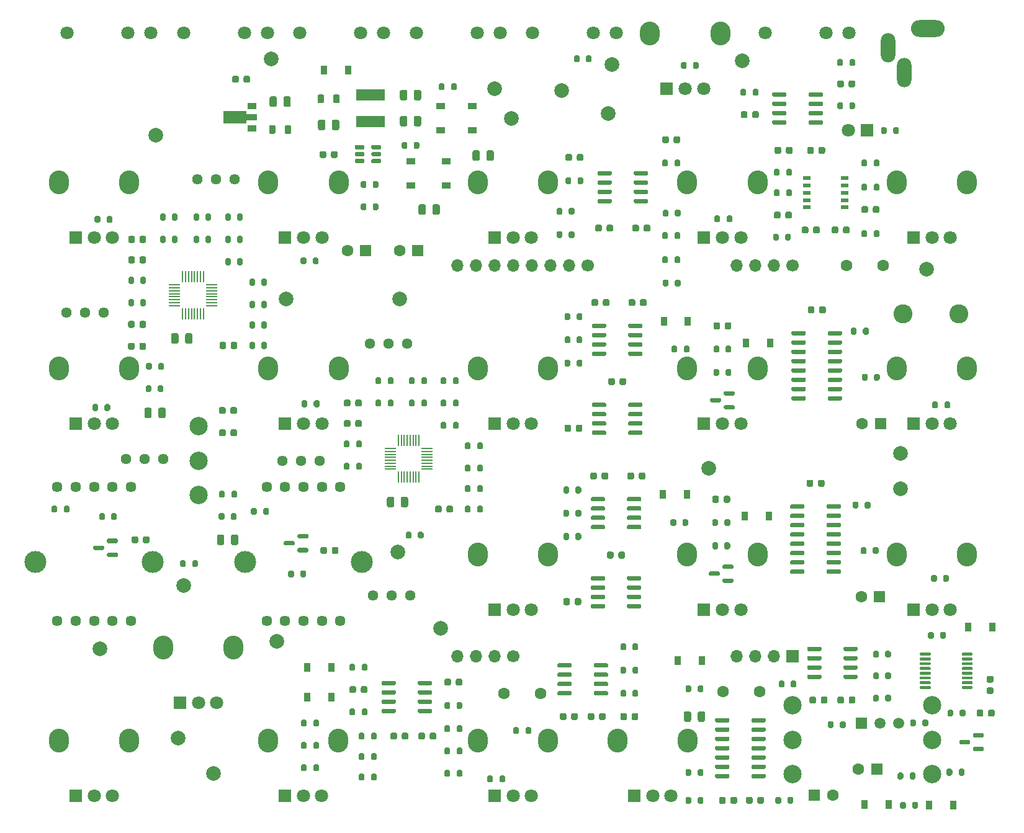
<source format=gbs>
G04 #@! TF.GenerationSoftware,KiCad,Pcbnew,6.0.5+dfsg-1~bpo11+1*
G04 #@! TF.CreationDate,2022-08-18T19:47:49+00:00*
G04 #@! TF.ProjectId,micro_pico,6d696372-6f5f-4706-9963-6f2e6b696361,0.1*
G04 #@! TF.SameCoordinates,Original*
G04 #@! TF.FileFunction,Soldermask,Bot*
G04 #@! TF.FilePolarity,Negative*
%FSLAX46Y46*%
G04 Gerber Fmt 4.6, Leading zero omitted, Abs format (unit mm)*
G04 Created by KiCad (PCBNEW 6.0.5+dfsg-1~bpo11+1) date 2022-08-18 19:47:49*
%MOMM*%
%LPD*%
G01*
G04 APERTURE LIST*
%ADD10C,2.500000*%
%ADD11O,2.720000X3.240000*%
%ADD12R,1.800000X1.800000*%
%ADD13C,1.800000*%
%ADD14O,4.600000X2.300000*%
%ADD15O,2.000000X4.000000*%
%ADD16C,3.000000*%
%ADD17C,1.451600*%
%ADD18C,2.000000*%
%ADD19R,0.900000X1.200000*%
%ADD20R,1.700000X1.700000*%
%ADD21O,1.700000X1.700000*%
%ADD22C,1.700000*%
%ADD23R,1.500000X0.200000*%
%ADD24R,0.200000X1.500000*%
%ADD25R,1.600000X1.600000*%
%ADD26C,1.600000*%
%ADD27C,1.440000*%
%ADD28R,1.300000X0.900000*%
%ADD29R,1.200000X0.900000*%
%ADD30R,4.000000X1.500000*%
%ADD31R,1.100000X0.510000*%
%ADD32C,2.600000*%
%ADD33R,1.500000X1.500000*%
%ADD34C,1.500000*%
G04 APERTURE END LIST*
D10*
X179070000Y-136780000D03*
X179070000Y-132080000D03*
X179070000Y-127380000D03*
D11*
X159665000Y-35690000D03*
X169265000Y-35690000D03*
D12*
X161965000Y-43190000D03*
D13*
X164465000Y-43190000D03*
X166965000Y-43190000D03*
D14*
X197584000Y-34955000D03*
D15*
X192184000Y-37575000D03*
X194334000Y-40975000D03*
D11*
X107595000Y-56010000D03*
X117195000Y-56010000D03*
D12*
X109895000Y-63510000D03*
D13*
X112395000Y-63510000D03*
X114895000Y-63510000D03*
D11*
X88620000Y-56010000D03*
X79020000Y-56010000D03*
D12*
X81320000Y-63510000D03*
D13*
X83820000Y-63510000D03*
X86320000Y-63510000D03*
X123320000Y-35560000D03*
X120220000Y-35560000D03*
X111920000Y-35560000D03*
D16*
X91820000Y-107780000D03*
X75820000Y-107780000D03*
D17*
X78820000Y-97530000D03*
X81320000Y-97530000D03*
X83820000Y-97530000D03*
X86320000Y-97530000D03*
X88820000Y-97530000D03*
X88820000Y-115830000D03*
X86320000Y-115830000D03*
X83820000Y-115830000D03*
X81320000Y-115830000D03*
X78820000Y-115830000D03*
D11*
X164745000Y-106800000D03*
X174345000Y-106800000D03*
D12*
X167045000Y-114300000D03*
D13*
X169545000Y-114300000D03*
X172045000Y-114300000D03*
D11*
X193320000Y-56010000D03*
X202920000Y-56010000D03*
D12*
X195620000Y-63510000D03*
D13*
X198120000Y-63510000D03*
X200620000Y-63510000D03*
D11*
X145770000Y-56010000D03*
X136170000Y-56010000D03*
D12*
X138470000Y-63510000D03*
D13*
X140970000Y-63510000D03*
X143470000Y-63510000D03*
D11*
X164820000Y-132210000D03*
X155220000Y-132210000D03*
D12*
X157520000Y-139710000D03*
D13*
X160020000Y-139710000D03*
X162520000Y-139710000D03*
D11*
X93267500Y-119510000D03*
X102867500Y-119510000D03*
D12*
X95567500Y-127010000D03*
D13*
X98067500Y-127010000D03*
X100567500Y-127010000D03*
D11*
X145770000Y-81400000D03*
X136170000Y-81400000D03*
D12*
X138470000Y-88900000D03*
D13*
X140970000Y-88900000D03*
X143470000Y-88900000D03*
D12*
X189230000Y-48895000D03*
D13*
X186690000Y-48895000D03*
D11*
X193320000Y-81400000D03*
X202920000Y-81400000D03*
D12*
X195620000Y-88900000D03*
D13*
X198120000Y-88900000D03*
X200620000Y-88900000D03*
X186820000Y-35560000D03*
X183720000Y-35560000D03*
X175420000Y-35560000D03*
D11*
X174345000Y-81400000D03*
X164745000Y-81400000D03*
D12*
X167045000Y-88900000D03*
D13*
X169545000Y-88900000D03*
X172045000Y-88900000D03*
D11*
X145770000Y-106800000D03*
X136170000Y-106800000D03*
D12*
X138470000Y-114300000D03*
D13*
X140970000Y-114300000D03*
X143470000Y-114300000D03*
D11*
X136170000Y-132210000D03*
X145770000Y-132210000D03*
D12*
X138470000Y-139710000D03*
D13*
X140970000Y-139710000D03*
X143470000Y-139710000D03*
D11*
X88620000Y-132200000D03*
X79020000Y-132200000D03*
D12*
X81320000Y-139700000D03*
D13*
X83820000Y-139700000D03*
X86320000Y-139700000D03*
D11*
X202920000Y-106810000D03*
X193320000Y-106810000D03*
D12*
X195620000Y-114310000D03*
D13*
X198120000Y-114310000D03*
X200620000Y-114310000D03*
D10*
X198120000Y-136780000D03*
X198120000Y-132080000D03*
X198120000Y-127380000D03*
D13*
X155070000Y-35560000D03*
X151970000Y-35560000D03*
X143670000Y-35560000D03*
X91570000Y-35560000D03*
X88470000Y-35560000D03*
X80170000Y-35560000D03*
D10*
X98107500Y-98680000D03*
X98107500Y-93980000D03*
X98107500Y-89280000D03*
D16*
X120395000Y-107780000D03*
X104395000Y-107780000D03*
D17*
X107395000Y-97530000D03*
X109895000Y-97530000D03*
X112395000Y-97530000D03*
X114895000Y-97530000D03*
X117395000Y-97530000D03*
X117395000Y-115830000D03*
X114895000Y-115830000D03*
X112395000Y-115830000D03*
X109895000Y-115830000D03*
X107395000Y-115830000D03*
D13*
X139195000Y-35560000D03*
X136095000Y-35560000D03*
X127795000Y-35560000D03*
D11*
X117155000Y-132200000D03*
X107555000Y-132200000D03*
D12*
X109855000Y-139700000D03*
D13*
X112355000Y-139700000D03*
X114855000Y-139700000D03*
X107445000Y-35560000D03*
X104345000Y-35560000D03*
X96045000Y-35560000D03*
D11*
X107595000Y-81410000D03*
X117195000Y-81410000D03*
D12*
X109895000Y-88910000D03*
D13*
X112395000Y-88910000D03*
X114895000Y-88910000D03*
D11*
X164745000Y-56010000D03*
X174345000Y-56010000D03*
D12*
X167045000Y-63510000D03*
D13*
X169545000Y-63510000D03*
X172045000Y-63510000D03*
D11*
X88620000Y-81410000D03*
X79020000Y-81410000D03*
D12*
X81320000Y-88910000D03*
D13*
X83820000Y-88910000D03*
X86320000Y-88910000D03*
G36*
G01*
X90928200Y-72129600D02*
X90928200Y-72679600D01*
G75*
G02*
X90728200Y-72879600I-200000J0D01*
G01*
X90328200Y-72879600D01*
G75*
G02*
X90128200Y-72679600I0J200000D01*
G01*
X90128200Y-72129600D01*
G75*
G02*
X90328200Y-71929600I200000J0D01*
G01*
X90728200Y-71929600D01*
G75*
G02*
X90928200Y-72129600I0J-200000D01*
G01*
G37*
G36*
G01*
X89278200Y-72129600D02*
X89278200Y-72679600D01*
G75*
G02*
X89078200Y-72879600I-200000J0D01*
G01*
X88678200Y-72879600D01*
G75*
G02*
X88478200Y-72679600I0J200000D01*
G01*
X88478200Y-72129600D01*
G75*
G02*
X88678200Y-71929600I200000J0D01*
G01*
X89078200Y-71929600D01*
G75*
G02*
X89278200Y-72129600I0J-200000D01*
G01*
G37*
G36*
G01*
X170770000Y-75315000D02*
X170770000Y-75815000D01*
G75*
G02*
X170545000Y-76040000I-225000J0D01*
G01*
X170095000Y-76040000D01*
G75*
G02*
X169870000Y-75815000I0J225000D01*
G01*
X169870000Y-75315000D01*
G75*
G02*
X170095000Y-75090000I225000J0D01*
G01*
X170545000Y-75090000D01*
G75*
G02*
X170770000Y-75315000I0J-225000D01*
G01*
G37*
G36*
G01*
X169220000Y-75315000D02*
X169220000Y-75815000D01*
G75*
G02*
X168995000Y-76040000I-225000J0D01*
G01*
X168545000Y-76040000D01*
G75*
G02*
X168320000Y-75815000I0J225000D01*
G01*
X168320000Y-75315000D01*
G75*
G02*
X168545000Y-75090000I225000J0D01*
G01*
X168995000Y-75090000D01*
G75*
G02*
X169220000Y-75315000I0J-225000D01*
G01*
G37*
G36*
G01*
X88478200Y-69631600D02*
X88478200Y-69081600D01*
G75*
G02*
X88678200Y-68881600I200000J0D01*
G01*
X89078200Y-68881600D01*
G75*
G02*
X89278200Y-69081600I0J-200000D01*
G01*
X89278200Y-69631600D01*
G75*
G02*
X89078200Y-69831600I-200000J0D01*
G01*
X88678200Y-69831600D01*
G75*
G02*
X88478200Y-69631600I0J200000D01*
G01*
G37*
G36*
G01*
X90128200Y-69631600D02*
X90128200Y-69081600D01*
G75*
G02*
X90328200Y-68881600I200000J0D01*
G01*
X90728200Y-68881600D01*
G75*
G02*
X90928200Y-69081600I0J-200000D01*
G01*
X90928200Y-69631600D01*
G75*
G02*
X90728200Y-69831600I-200000J0D01*
G01*
X90328200Y-69831600D01*
G75*
G02*
X90128200Y-69631600I0J200000D01*
G01*
G37*
D18*
X140716000Y-47244000D03*
G36*
G01*
X179025000Y-60202000D02*
X179025000Y-60702000D01*
G75*
G02*
X178800000Y-60927000I-225000J0D01*
G01*
X178350000Y-60927000D01*
G75*
G02*
X178125000Y-60702000I0J225000D01*
G01*
X178125000Y-60202000D01*
G75*
G02*
X178350000Y-59977000I225000J0D01*
G01*
X178800000Y-59977000D01*
G75*
G02*
X179025000Y-60202000I0J-225000D01*
G01*
G37*
G36*
G01*
X177475000Y-60202000D02*
X177475000Y-60702000D01*
G75*
G02*
X177250000Y-60927000I-225000J0D01*
G01*
X176800000Y-60927000D01*
G75*
G02*
X176575000Y-60702000I0J225000D01*
G01*
X176575000Y-60202000D01*
G75*
G02*
X176800000Y-59977000I225000J0D01*
G01*
X177250000Y-59977000D01*
G75*
G02*
X177475000Y-60202000I0J-225000D01*
G01*
G37*
G36*
G01*
X170770000Y-81640000D02*
X170770000Y-82190000D01*
G75*
G02*
X170570000Y-82390000I-200000J0D01*
G01*
X170170000Y-82390000D01*
G75*
G02*
X169970000Y-82190000I0J200000D01*
G01*
X169970000Y-81640000D01*
G75*
G02*
X170170000Y-81440000I200000J0D01*
G01*
X170570000Y-81440000D01*
G75*
G02*
X170770000Y-81640000I0J-200000D01*
G01*
G37*
G36*
G01*
X169120000Y-81640000D02*
X169120000Y-82190000D01*
G75*
G02*
X168920000Y-82390000I-200000J0D01*
G01*
X168520000Y-82390000D01*
G75*
G02*
X168320000Y-82190000I0J200000D01*
G01*
X168320000Y-81640000D01*
G75*
G02*
X168520000Y-81440000I200000J0D01*
G01*
X168920000Y-81440000D01*
G75*
G02*
X169120000Y-81640000I0J-200000D01*
G01*
G37*
G36*
G01*
X187661000Y-45241800D02*
X187661000Y-45791800D01*
G75*
G02*
X187461000Y-45991800I-200000J0D01*
G01*
X187061000Y-45991800D01*
G75*
G02*
X186861000Y-45791800I0J200000D01*
G01*
X186861000Y-45241800D01*
G75*
G02*
X187061000Y-45041800I200000J0D01*
G01*
X187461000Y-45041800D01*
G75*
G02*
X187661000Y-45241800I0J-200000D01*
G01*
G37*
G36*
G01*
X186011000Y-45241800D02*
X186011000Y-45791800D01*
G75*
G02*
X185811000Y-45991800I-200000J0D01*
G01*
X185411000Y-45991800D01*
G75*
G02*
X185211000Y-45791800I0J200000D01*
G01*
X185211000Y-45241800D01*
G75*
G02*
X185411000Y-45041800I200000J0D01*
G01*
X185811000Y-45041800D01*
G75*
G02*
X186011000Y-45241800I0J-200000D01*
G01*
G37*
G36*
G01*
X104136200Y-63493600D02*
X104136200Y-64043600D01*
G75*
G02*
X103936200Y-64243600I-200000J0D01*
G01*
X103536200Y-64243600D01*
G75*
G02*
X103336200Y-64043600I0J200000D01*
G01*
X103336200Y-63493600D01*
G75*
G02*
X103536200Y-63293600I200000J0D01*
G01*
X103936200Y-63293600D01*
G75*
G02*
X104136200Y-63493600I0J-200000D01*
G01*
G37*
G36*
G01*
X102486200Y-63493600D02*
X102486200Y-64043600D01*
G75*
G02*
X102286200Y-64243600I-200000J0D01*
G01*
X101886200Y-64243600D01*
G75*
G02*
X101686200Y-64043600I0J200000D01*
G01*
X101686200Y-63493600D01*
G75*
G02*
X101886200Y-63293600I200000J0D01*
G01*
X102286200Y-63293600D01*
G75*
G02*
X102486200Y-63493600I0J-200000D01*
G01*
G37*
G36*
G01*
X117049000Y-51946000D02*
X117049000Y-52446000D01*
G75*
G02*
X116824000Y-52671000I-225000J0D01*
G01*
X116374000Y-52671000D01*
G75*
G02*
X116149000Y-52446000I0J225000D01*
G01*
X116149000Y-51946000D01*
G75*
G02*
X116374000Y-51721000I225000J0D01*
G01*
X116824000Y-51721000D01*
G75*
G02*
X117049000Y-51946000I0J-225000D01*
G01*
G37*
G36*
G01*
X115499000Y-51946000D02*
X115499000Y-52446000D01*
G75*
G02*
X115274000Y-52671000I-225000J0D01*
G01*
X114824000Y-52671000D01*
G75*
G02*
X114599000Y-52446000I0J225000D01*
G01*
X114599000Y-51946000D01*
G75*
G02*
X114824000Y-51721000I225000J0D01*
G01*
X115274000Y-51721000D01*
G75*
G02*
X115499000Y-51946000I0J-225000D01*
G01*
G37*
D19*
X201014600Y-140995400D03*
X197714600Y-140995400D03*
X166750000Y-121285000D03*
X163450000Y-121285000D03*
G36*
G01*
X159200000Y-72140000D02*
X159200000Y-72640000D01*
G75*
G02*
X158975000Y-72865000I-225000J0D01*
G01*
X158525000Y-72865000D01*
G75*
G02*
X158300000Y-72640000I0J225000D01*
G01*
X158300000Y-72140000D01*
G75*
G02*
X158525000Y-71915000I225000J0D01*
G01*
X158975000Y-71915000D01*
G75*
G02*
X159200000Y-72140000I0J-225000D01*
G01*
G37*
G36*
G01*
X157650000Y-72140000D02*
X157650000Y-72640000D01*
G75*
G02*
X157425000Y-72865000I-225000J0D01*
G01*
X156975000Y-72865000D01*
G75*
G02*
X156750000Y-72640000I0J225000D01*
G01*
X156750000Y-72140000D01*
G75*
G02*
X156975000Y-71915000I225000J0D01*
G01*
X157425000Y-71915000D01*
G75*
G02*
X157650000Y-72140000I0J-225000D01*
G01*
G37*
X203048600Y-116687600D03*
X206348600Y-116687600D03*
G36*
G01*
X114585200Y-85932600D02*
X114585200Y-86482600D01*
G75*
G02*
X114385200Y-86682600I-200000J0D01*
G01*
X113985200Y-86682600D01*
G75*
G02*
X113785200Y-86482600I0J200000D01*
G01*
X113785200Y-85932600D01*
G75*
G02*
X113985200Y-85732600I200000J0D01*
G01*
X114385200Y-85732600D01*
G75*
G02*
X114585200Y-85932600I0J-200000D01*
G01*
G37*
G36*
G01*
X112935200Y-85932600D02*
X112935200Y-86482600D01*
G75*
G02*
X112735200Y-86682600I-200000J0D01*
G01*
X112335200Y-86682600D01*
G75*
G02*
X112135200Y-86482600I0J200000D01*
G01*
X112135200Y-85932600D01*
G75*
G02*
X112335200Y-85732600I200000J0D01*
G01*
X112735200Y-85732600D01*
G75*
G02*
X112935200Y-85932600I0J-200000D01*
G01*
G37*
X172746400Y-77876400D03*
X176046400Y-77876400D03*
G36*
G01*
X190963000Y-59440000D02*
X190963000Y-59940000D01*
G75*
G02*
X190738000Y-60165000I-225000J0D01*
G01*
X190288000Y-60165000D01*
G75*
G02*
X190063000Y-59940000I0J225000D01*
G01*
X190063000Y-59440000D01*
G75*
G02*
X190288000Y-59215000I225000J0D01*
G01*
X190738000Y-59215000D01*
G75*
G02*
X190963000Y-59440000I0J-225000D01*
G01*
G37*
G36*
G01*
X189413000Y-59440000D02*
X189413000Y-59940000D01*
G75*
G02*
X189188000Y-60165000I-225000J0D01*
G01*
X188738000Y-60165000D01*
G75*
G02*
X188513000Y-59940000I0J225000D01*
G01*
X188513000Y-59440000D01*
G75*
G02*
X188738000Y-59215000I225000J0D01*
G01*
X189188000Y-59215000D01*
G75*
G02*
X189413000Y-59440000I0J-225000D01*
G01*
G37*
G36*
G01*
X104988200Y-75727600D02*
X104988200Y-75177600D01*
G75*
G02*
X105188200Y-74977600I200000J0D01*
G01*
X105588200Y-74977600D01*
G75*
G02*
X105788200Y-75177600I0J-200000D01*
G01*
X105788200Y-75727600D01*
G75*
G02*
X105588200Y-75927600I-200000J0D01*
G01*
X105188200Y-75927600D01*
G75*
G02*
X104988200Y-75727600I0J200000D01*
G01*
G37*
G36*
G01*
X106638200Y-75727600D02*
X106638200Y-75177600D01*
G75*
G02*
X106838200Y-74977600I200000J0D01*
G01*
X107238200Y-74977600D01*
G75*
G02*
X107438200Y-75177600I0J-200000D01*
G01*
X107438200Y-75727600D01*
G75*
G02*
X107238200Y-75927600I-200000J0D01*
G01*
X106838200Y-75927600D01*
G75*
G02*
X106638200Y-75727600I0J200000D01*
G01*
G37*
G36*
G01*
X133559000Y-85831000D02*
X133559000Y-86381000D01*
G75*
G02*
X133359000Y-86581000I-200000J0D01*
G01*
X132959000Y-86581000D01*
G75*
G02*
X132759000Y-86381000I0J200000D01*
G01*
X132759000Y-85831000D01*
G75*
G02*
X132959000Y-85631000I200000J0D01*
G01*
X133359000Y-85631000D01*
G75*
G02*
X133559000Y-85831000I0J-200000D01*
G01*
G37*
G36*
G01*
X131909000Y-85831000D02*
X131909000Y-86381000D01*
G75*
G02*
X131709000Y-86581000I-200000J0D01*
G01*
X131309000Y-86581000D01*
G75*
G02*
X131109000Y-86381000I0J200000D01*
G01*
X131109000Y-85831000D01*
G75*
G02*
X131309000Y-85631000I200000J0D01*
G01*
X131709000Y-85631000D01*
G75*
G02*
X131909000Y-85831000I0J-200000D01*
G01*
G37*
G36*
G01*
X117901000Y-91969000D02*
X117901000Y-91419000D01*
G75*
G02*
X118101000Y-91219000I200000J0D01*
G01*
X118501000Y-91219000D01*
G75*
G02*
X118701000Y-91419000I0J-200000D01*
G01*
X118701000Y-91969000D01*
G75*
G02*
X118501000Y-92169000I-200000J0D01*
G01*
X118101000Y-92169000D01*
G75*
G02*
X117901000Y-91969000I0J200000D01*
G01*
G37*
G36*
G01*
X119551000Y-91969000D02*
X119551000Y-91419000D01*
G75*
G02*
X119751000Y-91219000I200000J0D01*
G01*
X120151000Y-91219000D01*
G75*
G02*
X120351000Y-91419000I0J-200000D01*
G01*
X120351000Y-91969000D01*
G75*
G02*
X120151000Y-92169000I-200000J0D01*
G01*
X119751000Y-92169000D01*
G75*
G02*
X119551000Y-91969000I0J200000D01*
G01*
G37*
G36*
G01*
X153625000Y-128655000D02*
X153625000Y-129155000D01*
G75*
G02*
X153400000Y-129380000I-225000J0D01*
G01*
X152950000Y-129380000D01*
G75*
G02*
X152725000Y-129155000I0J225000D01*
G01*
X152725000Y-128655000D01*
G75*
G02*
X152950000Y-128430000I225000J0D01*
G01*
X153400000Y-128430000D01*
G75*
G02*
X153625000Y-128655000I0J-225000D01*
G01*
G37*
G36*
G01*
X152075000Y-128655000D02*
X152075000Y-129155000D01*
G75*
G02*
X151850000Y-129380000I-225000J0D01*
G01*
X151400000Y-129380000D01*
G75*
G02*
X151175000Y-129155000I0J225000D01*
G01*
X151175000Y-128655000D01*
G75*
G02*
X151400000Y-128430000I225000J0D01*
G01*
X151850000Y-128430000D01*
G75*
G02*
X152075000Y-128655000I0J-225000D01*
G01*
G37*
D20*
X179070000Y-120650000D03*
D21*
X176530000Y-120650000D03*
X173990000Y-120650000D03*
X171450000Y-120650000D03*
D22*
X140970000Y-120650000D03*
D21*
X138430000Y-120650000D03*
X135890000Y-120650000D03*
X133350000Y-120650000D03*
X133350000Y-67310000D03*
X135890000Y-67310000D03*
X138430000Y-67310000D03*
X140970000Y-67310000D03*
X143510000Y-67310000D03*
X146050000Y-67310000D03*
X148590000Y-67310000D03*
D22*
X151130000Y-67310000D03*
D21*
X171450000Y-67310000D03*
X173990000Y-67310000D03*
X176530000Y-67310000D03*
D22*
X179070000Y-67310000D03*
G36*
G01*
X90912400Y-75111800D02*
X90912400Y-75611800D01*
G75*
G02*
X90687400Y-75836800I-225000J0D01*
G01*
X90237400Y-75836800D01*
G75*
G02*
X90012400Y-75611800I0J225000D01*
G01*
X90012400Y-75111800D01*
G75*
G02*
X90237400Y-74886800I225000J0D01*
G01*
X90687400Y-74886800D01*
G75*
G02*
X90912400Y-75111800I0J-225000D01*
G01*
G37*
G36*
G01*
X89362400Y-75111800D02*
X89362400Y-75611800D01*
G75*
G02*
X89137400Y-75836800I-225000J0D01*
G01*
X88687400Y-75836800D01*
G75*
G02*
X88462400Y-75611800I0J225000D01*
G01*
X88462400Y-75111800D01*
G75*
G02*
X88687400Y-74886800I225000J0D01*
G01*
X89137400Y-74886800D01*
G75*
G02*
X89362400Y-75111800I0J-225000D01*
G01*
G37*
G36*
G01*
X188513000Y-56917000D02*
X188513000Y-56367000D01*
G75*
G02*
X188713000Y-56167000I200000J0D01*
G01*
X189113000Y-56167000D01*
G75*
G02*
X189313000Y-56367000I0J-200000D01*
G01*
X189313000Y-56917000D01*
G75*
G02*
X189113000Y-57117000I-200000J0D01*
G01*
X188713000Y-57117000D01*
G75*
G02*
X188513000Y-56917000I0J200000D01*
G01*
G37*
G36*
G01*
X190163000Y-56917000D02*
X190163000Y-56367000D01*
G75*
G02*
X190363000Y-56167000I200000J0D01*
G01*
X190763000Y-56167000D01*
G75*
G02*
X190963000Y-56367000I0J-200000D01*
G01*
X190963000Y-56917000D01*
G75*
G02*
X190763000Y-57117000I-200000J0D01*
G01*
X190363000Y-57117000D01*
G75*
G02*
X190163000Y-56917000I0J200000D01*
G01*
G37*
G36*
G01*
X193630000Y-48620000D02*
X193630000Y-49170000D01*
G75*
G02*
X193430000Y-49370000I-200000J0D01*
G01*
X193030000Y-49370000D01*
G75*
G02*
X192830000Y-49170000I0J200000D01*
G01*
X192830000Y-48620000D01*
G75*
G02*
X193030000Y-48420000I200000J0D01*
G01*
X193430000Y-48420000D01*
G75*
G02*
X193630000Y-48620000I0J-200000D01*
G01*
G37*
G36*
G01*
X191980000Y-48620000D02*
X191980000Y-49170000D01*
G75*
G02*
X191780000Y-49370000I-200000J0D01*
G01*
X191380000Y-49370000D01*
G75*
G02*
X191180000Y-49170000I0J200000D01*
G01*
X191180000Y-48620000D01*
G75*
G02*
X191380000Y-48420000I200000J0D01*
G01*
X191780000Y-48420000D01*
G75*
G02*
X191980000Y-48620000I0J-200000D01*
G01*
G37*
G36*
G01*
X158644000Y-86210000D02*
X158644000Y-86510000D01*
G75*
G02*
X158494000Y-86660000I-150000J0D01*
G01*
X156844000Y-86660000D01*
G75*
G02*
X156694000Y-86510000I0J150000D01*
G01*
X156694000Y-86210000D01*
G75*
G02*
X156844000Y-86060000I150000J0D01*
G01*
X158494000Y-86060000D01*
G75*
G02*
X158644000Y-86210000I0J-150000D01*
G01*
G37*
G36*
G01*
X158644000Y-87480000D02*
X158644000Y-87780000D01*
G75*
G02*
X158494000Y-87930000I-150000J0D01*
G01*
X156844000Y-87930000D01*
G75*
G02*
X156694000Y-87780000I0J150000D01*
G01*
X156694000Y-87480000D01*
G75*
G02*
X156844000Y-87330000I150000J0D01*
G01*
X158494000Y-87330000D01*
G75*
G02*
X158644000Y-87480000I0J-150000D01*
G01*
G37*
G36*
G01*
X158644000Y-88750000D02*
X158644000Y-89050000D01*
G75*
G02*
X158494000Y-89200000I-150000J0D01*
G01*
X156844000Y-89200000D01*
G75*
G02*
X156694000Y-89050000I0J150000D01*
G01*
X156694000Y-88750000D01*
G75*
G02*
X156844000Y-88600000I150000J0D01*
G01*
X158494000Y-88600000D01*
G75*
G02*
X158644000Y-88750000I0J-150000D01*
G01*
G37*
G36*
G01*
X158644000Y-90020000D02*
X158644000Y-90320000D01*
G75*
G02*
X158494000Y-90470000I-150000J0D01*
G01*
X156844000Y-90470000D01*
G75*
G02*
X156694000Y-90320000I0J150000D01*
G01*
X156694000Y-90020000D01*
G75*
G02*
X156844000Y-89870000I150000J0D01*
G01*
X158494000Y-89870000D01*
G75*
G02*
X158644000Y-90020000I0J-150000D01*
G01*
G37*
G36*
G01*
X153694000Y-90020000D02*
X153694000Y-90320000D01*
G75*
G02*
X153544000Y-90470000I-150000J0D01*
G01*
X151894000Y-90470000D01*
G75*
G02*
X151744000Y-90320000I0J150000D01*
G01*
X151744000Y-90020000D01*
G75*
G02*
X151894000Y-89870000I150000J0D01*
G01*
X153544000Y-89870000D01*
G75*
G02*
X153694000Y-90020000I0J-150000D01*
G01*
G37*
G36*
G01*
X153694000Y-88750000D02*
X153694000Y-89050000D01*
G75*
G02*
X153544000Y-89200000I-150000J0D01*
G01*
X151894000Y-89200000D01*
G75*
G02*
X151744000Y-89050000I0J150000D01*
G01*
X151744000Y-88750000D01*
G75*
G02*
X151894000Y-88600000I150000J0D01*
G01*
X153544000Y-88600000D01*
G75*
G02*
X153694000Y-88750000I0J-150000D01*
G01*
G37*
G36*
G01*
X153694000Y-87480000D02*
X153694000Y-87780000D01*
G75*
G02*
X153544000Y-87930000I-150000J0D01*
G01*
X151894000Y-87930000D01*
G75*
G02*
X151744000Y-87780000I0J150000D01*
G01*
X151744000Y-87480000D01*
G75*
G02*
X151894000Y-87330000I150000J0D01*
G01*
X153544000Y-87330000D01*
G75*
G02*
X153694000Y-87480000I0J-150000D01*
G01*
G37*
G36*
G01*
X153694000Y-86210000D02*
X153694000Y-86510000D01*
G75*
G02*
X153544000Y-86660000I-150000J0D01*
G01*
X151894000Y-86660000D01*
G75*
G02*
X151744000Y-86510000I0J150000D01*
G01*
X151744000Y-86210000D01*
G75*
G02*
X151894000Y-86060000I150000J0D01*
G01*
X153544000Y-86060000D01*
G75*
G02*
X153694000Y-86210000I0J-150000D01*
G01*
G37*
G36*
G01*
X179025000Y-54335000D02*
X179025000Y-54885000D01*
G75*
G02*
X178825000Y-55085000I-200000J0D01*
G01*
X178425000Y-55085000D01*
G75*
G02*
X178225000Y-54885000I0J200000D01*
G01*
X178225000Y-54335000D01*
G75*
G02*
X178425000Y-54135000I200000J0D01*
G01*
X178825000Y-54135000D01*
G75*
G02*
X179025000Y-54335000I0J-200000D01*
G01*
G37*
G36*
G01*
X177375000Y-54335000D02*
X177375000Y-54885000D01*
G75*
G02*
X177175000Y-55085000I-200000J0D01*
G01*
X176775000Y-55085000D01*
G75*
G02*
X176575000Y-54885000I0J200000D01*
G01*
X176575000Y-54335000D01*
G75*
G02*
X176775000Y-54135000I200000J0D01*
G01*
X177175000Y-54135000D01*
G75*
G02*
X177375000Y-54335000I0J-200000D01*
G01*
G37*
G36*
G01*
X87069800Y-104767200D02*
X87069800Y-105067200D01*
G75*
G02*
X86919800Y-105217200I-150000J0D01*
G01*
X85744800Y-105217200D01*
G75*
G02*
X85594800Y-105067200I0J150000D01*
G01*
X85594800Y-104767200D01*
G75*
G02*
X85744800Y-104617200I150000J0D01*
G01*
X86919800Y-104617200D01*
G75*
G02*
X87069800Y-104767200I0J-150000D01*
G01*
G37*
G36*
G01*
X87069800Y-106667200D02*
X87069800Y-106967200D01*
G75*
G02*
X86919800Y-107117200I-150000J0D01*
G01*
X85744800Y-107117200D01*
G75*
G02*
X85594800Y-106967200I0J150000D01*
G01*
X85594800Y-106667200D01*
G75*
G02*
X85744800Y-106517200I150000J0D01*
G01*
X86919800Y-106517200D01*
G75*
G02*
X87069800Y-106667200I0J-150000D01*
G01*
G37*
G36*
G01*
X85194800Y-105717200D02*
X85194800Y-106017200D01*
G75*
G02*
X85044800Y-106167200I-150000J0D01*
G01*
X83869800Y-106167200D01*
G75*
G02*
X83719800Y-106017200I0J150000D01*
G01*
X83719800Y-105717200D01*
G75*
G02*
X83869800Y-105567200I150000J0D01*
G01*
X85044800Y-105567200D01*
G75*
G02*
X85194800Y-105717200I0J-150000D01*
G01*
G37*
D18*
X108712000Y-118618000D03*
G36*
G01*
X175215000Y-140085000D02*
X175215000Y-140585000D01*
G75*
G02*
X174990000Y-140810000I-225000J0D01*
G01*
X174540000Y-140810000D01*
G75*
G02*
X174315000Y-140585000I0J225000D01*
G01*
X174315000Y-140085000D01*
G75*
G02*
X174540000Y-139860000I225000J0D01*
G01*
X174990000Y-139860000D01*
G75*
G02*
X175215000Y-140085000I0J-225000D01*
G01*
G37*
G36*
G01*
X173665000Y-140085000D02*
X173665000Y-140585000D01*
G75*
G02*
X173440000Y-140810000I-225000J0D01*
G01*
X172990000Y-140810000D01*
G75*
G02*
X172765000Y-140585000I0J225000D01*
G01*
X172765000Y-140085000D01*
G75*
G02*
X172990000Y-139860000I225000J0D01*
G01*
X173440000Y-139860000D01*
G75*
G02*
X173665000Y-140085000I0J-225000D01*
G01*
G37*
D19*
X172582580Y-101549200D03*
X175882580Y-101549200D03*
D23*
X129246000Y-92326000D03*
X129246000Y-92726000D03*
X129246000Y-93126000D03*
X129246000Y-93526000D03*
X129246000Y-93926000D03*
X129246000Y-94326000D03*
X129246000Y-94726000D03*
X129246000Y-95126000D03*
D24*
X128146000Y-96226000D03*
X127746000Y-96226000D03*
X127346000Y-96226000D03*
X126946000Y-96226000D03*
X126546000Y-96226000D03*
X126146000Y-96226000D03*
X125746000Y-96226000D03*
X125346000Y-96226000D03*
D23*
X124246000Y-95126000D03*
X124246000Y-94726000D03*
X124246000Y-94326000D03*
X124246000Y-93926000D03*
X124246000Y-93526000D03*
X124246000Y-93126000D03*
X124246000Y-92726000D03*
X124246000Y-92326000D03*
D24*
X125346000Y-91226000D03*
X125746000Y-91226000D03*
X126146000Y-91226000D03*
X126546000Y-91226000D03*
X126946000Y-91226000D03*
X127346000Y-91226000D03*
X127746000Y-91226000D03*
X128146000Y-91226000D03*
D25*
X127976000Y-65278000D03*
D26*
X125476000Y-65278000D03*
G36*
G01*
X158070000Y-125455000D02*
X158070000Y-126005000D01*
G75*
G02*
X157870000Y-126205000I-200000J0D01*
G01*
X157470000Y-126205000D01*
G75*
G02*
X157270000Y-126005000I0J200000D01*
G01*
X157270000Y-125455000D01*
G75*
G02*
X157470000Y-125255000I200000J0D01*
G01*
X157870000Y-125255000D01*
G75*
G02*
X158070000Y-125455000I0J-200000D01*
G01*
G37*
G36*
G01*
X156420000Y-125455000D02*
X156420000Y-126005000D01*
G75*
G02*
X156220000Y-126205000I-200000J0D01*
G01*
X155820000Y-126205000D01*
G75*
G02*
X155620000Y-126005000I0J200000D01*
G01*
X155620000Y-125455000D01*
G75*
G02*
X155820000Y-125255000I200000J0D01*
G01*
X156220000Y-125255000D01*
G75*
G02*
X156420000Y-125455000I0J-200000D01*
G01*
G37*
D19*
X164681180Y-98602800D03*
X161381180Y-98602800D03*
G36*
G01*
X150286180Y-104042800D02*
X150286180Y-104592800D01*
G75*
G02*
X150086180Y-104792800I-200000J0D01*
G01*
X149686180Y-104792800D01*
G75*
G02*
X149486180Y-104592800I0J200000D01*
G01*
X149486180Y-104042800D01*
G75*
G02*
X149686180Y-103842800I200000J0D01*
G01*
X150086180Y-103842800D01*
G75*
G02*
X150286180Y-104042800I0J-200000D01*
G01*
G37*
G36*
G01*
X148636180Y-104042800D02*
X148636180Y-104592800D01*
G75*
G02*
X148436180Y-104792800I-200000J0D01*
G01*
X148036180Y-104792800D01*
G75*
G02*
X147836180Y-104592800I0J200000D01*
G01*
X147836180Y-104042800D01*
G75*
G02*
X148036180Y-103842800I200000J0D01*
G01*
X148436180Y-103842800D01*
G75*
G02*
X148636180Y-104042800I0J-200000D01*
G01*
G37*
G36*
G01*
X117274000Y-47657000D02*
X117274000Y-48607000D01*
G75*
G02*
X117024000Y-48857000I-250000J0D01*
G01*
X116524000Y-48857000D01*
G75*
G02*
X116274000Y-48607000I0J250000D01*
G01*
X116274000Y-47657000D01*
G75*
G02*
X116524000Y-47407000I250000J0D01*
G01*
X117024000Y-47407000D01*
G75*
G02*
X117274000Y-47657000I0J-250000D01*
G01*
G37*
G36*
G01*
X115374000Y-47657000D02*
X115374000Y-48607000D01*
G75*
G02*
X115124000Y-48857000I-250000J0D01*
G01*
X114624000Y-48857000D01*
G75*
G02*
X114374000Y-48607000I0J250000D01*
G01*
X114374000Y-47657000D01*
G75*
G02*
X114624000Y-47407000I250000J0D01*
G01*
X115124000Y-47407000D01*
G75*
G02*
X115374000Y-47657000I0J-250000D01*
G01*
G37*
G36*
G01*
X153945000Y-121770000D02*
X153945000Y-122070000D01*
G75*
G02*
X153795000Y-122220000I-150000J0D01*
G01*
X152145000Y-122220000D01*
G75*
G02*
X151995000Y-122070000I0J150000D01*
G01*
X151995000Y-121770000D01*
G75*
G02*
X152145000Y-121620000I150000J0D01*
G01*
X153795000Y-121620000D01*
G75*
G02*
X153945000Y-121770000I0J-150000D01*
G01*
G37*
G36*
G01*
X153945000Y-123040000D02*
X153945000Y-123340000D01*
G75*
G02*
X153795000Y-123490000I-150000J0D01*
G01*
X152145000Y-123490000D01*
G75*
G02*
X151995000Y-123340000I0J150000D01*
G01*
X151995000Y-123040000D01*
G75*
G02*
X152145000Y-122890000I150000J0D01*
G01*
X153795000Y-122890000D01*
G75*
G02*
X153945000Y-123040000I0J-150000D01*
G01*
G37*
G36*
G01*
X153945000Y-124310000D02*
X153945000Y-124610000D01*
G75*
G02*
X153795000Y-124760000I-150000J0D01*
G01*
X152145000Y-124760000D01*
G75*
G02*
X151995000Y-124610000I0J150000D01*
G01*
X151995000Y-124310000D01*
G75*
G02*
X152145000Y-124160000I150000J0D01*
G01*
X153795000Y-124160000D01*
G75*
G02*
X153945000Y-124310000I0J-150000D01*
G01*
G37*
G36*
G01*
X153945000Y-125580000D02*
X153945000Y-125880000D01*
G75*
G02*
X153795000Y-126030000I-150000J0D01*
G01*
X152145000Y-126030000D01*
G75*
G02*
X151995000Y-125880000I0J150000D01*
G01*
X151995000Y-125580000D01*
G75*
G02*
X152145000Y-125430000I150000J0D01*
G01*
X153795000Y-125430000D01*
G75*
G02*
X153945000Y-125580000I0J-150000D01*
G01*
G37*
G36*
G01*
X148995000Y-125580000D02*
X148995000Y-125880000D01*
G75*
G02*
X148845000Y-126030000I-150000J0D01*
G01*
X147195000Y-126030000D01*
G75*
G02*
X147045000Y-125880000I0J150000D01*
G01*
X147045000Y-125580000D01*
G75*
G02*
X147195000Y-125430000I150000J0D01*
G01*
X148845000Y-125430000D01*
G75*
G02*
X148995000Y-125580000I0J-150000D01*
G01*
G37*
G36*
G01*
X148995000Y-124310000D02*
X148995000Y-124610000D01*
G75*
G02*
X148845000Y-124760000I-150000J0D01*
G01*
X147195000Y-124760000D01*
G75*
G02*
X147045000Y-124610000I0J150000D01*
G01*
X147045000Y-124310000D01*
G75*
G02*
X147195000Y-124160000I150000J0D01*
G01*
X148845000Y-124160000D01*
G75*
G02*
X148995000Y-124310000I0J-150000D01*
G01*
G37*
G36*
G01*
X148995000Y-123040000D02*
X148995000Y-123340000D01*
G75*
G02*
X148845000Y-123490000I-150000J0D01*
G01*
X147195000Y-123490000D01*
G75*
G02*
X147045000Y-123340000I0J150000D01*
G01*
X147045000Y-123040000D01*
G75*
G02*
X147195000Y-122890000I150000J0D01*
G01*
X148845000Y-122890000D01*
G75*
G02*
X148995000Y-123040000I0J-150000D01*
G01*
G37*
G36*
G01*
X148995000Y-121770000D02*
X148995000Y-122070000D01*
G75*
G02*
X148845000Y-122220000I-150000J0D01*
G01*
X147195000Y-122220000D01*
G75*
G02*
X147045000Y-122070000I0J150000D01*
G01*
X147045000Y-121770000D01*
G75*
G02*
X147195000Y-121620000I150000J0D01*
G01*
X148845000Y-121620000D01*
G75*
G02*
X148995000Y-121770000I0J-150000D01*
G01*
G37*
G36*
G01*
X163785000Y-66273000D02*
X163785000Y-66823000D01*
G75*
G02*
X163585000Y-67023000I-200000J0D01*
G01*
X163185000Y-67023000D01*
G75*
G02*
X162985000Y-66823000I0J200000D01*
G01*
X162985000Y-66273000D01*
G75*
G02*
X163185000Y-66073000I200000J0D01*
G01*
X163585000Y-66073000D01*
G75*
G02*
X163785000Y-66273000I0J-200000D01*
G01*
G37*
G36*
G01*
X162135000Y-66273000D02*
X162135000Y-66823000D01*
G75*
G02*
X161935000Y-67023000I-200000J0D01*
G01*
X161535000Y-67023000D01*
G75*
G02*
X161335000Y-66823000I0J200000D01*
G01*
X161335000Y-66273000D01*
G75*
G02*
X161535000Y-66073000I200000J0D01*
G01*
X161935000Y-66073000D01*
G75*
G02*
X162135000Y-66273000I0J-200000D01*
G01*
G37*
X115190000Y-40640000D03*
X118490000Y-40640000D03*
G36*
G01*
X104988200Y-78521600D02*
X104988200Y-77971600D01*
G75*
G02*
X105188200Y-77771600I200000J0D01*
G01*
X105588200Y-77771600D01*
G75*
G02*
X105788200Y-77971600I0J-200000D01*
G01*
X105788200Y-78521600D01*
G75*
G02*
X105588200Y-78721600I-200000J0D01*
G01*
X105188200Y-78721600D01*
G75*
G02*
X104988200Y-78521600I0J200000D01*
G01*
G37*
G36*
G01*
X106638200Y-78521600D02*
X106638200Y-77971600D01*
G75*
G02*
X106838200Y-77771600I200000J0D01*
G01*
X107238200Y-77771600D01*
G75*
G02*
X107438200Y-77971600I0J-200000D01*
G01*
X107438200Y-78521600D01*
G75*
G02*
X107238200Y-78721600I-200000J0D01*
G01*
X106838200Y-78721600D01*
G75*
G02*
X106638200Y-78521600I0J200000D01*
G01*
G37*
X164845000Y-74930000D03*
X161545000Y-74930000D03*
G36*
G01*
X170606180Y-98987800D02*
X170606180Y-99487800D01*
G75*
G02*
X170381180Y-99712800I-225000J0D01*
G01*
X169931180Y-99712800D01*
G75*
G02*
X169706180Y-99487800I0J225000D01*
G01*
X169706180Y-98987800D01*
G75*
G02*
X169931180Y-98762800I225000J0D01*
G01*
X170381180Y-98762800D01*
G75*
G02*
X170606180Y-98987800I0J-225000D01*
G01*
G37*
G36*
G01*
X169056180Y-98987800D02*
X169056180Y-99487800D01*
G75*
G02*
X168831180Y-99712800I-225000J0D01*
G01*
X168381180Y-99712800D01*
G75*
G02*
X168156180Y-99487800I0J225000D01*
G01*
X168156180Y-98987800D01*
G75*
G02*
X168381180Y-98762800I225000J0D01*
G01*
X168831180Y-98762800D01*
G75*
G02*
X169056180Y-98987800I0J-225000D01*
G01*
G37*
D27*
X85150800Y-73787000D03*
X82610800Y-73787000D03*
X80070800Y-73787000D03*
G36*
G01*
X166960000Y-140060000D02*
X166960000Y-140610000D01*
G75*
G02*
X166760000Y-140810000I-200000J0D01*
G01*
X166360000Y-140810000D01*
G75*
G02*
X166160000Y-140610000I0J200000D01*
G01*
X166160000Y-140060000D01*
G75*
G02*
X166360000Y-139860000I200000J0D01*
G01*
X166760000Y-139860000D01*
G75*
G02*
X166960000Y-140060000I0J-200000D01*
G01*
G37*
G36*
G01*
X165310000Y-140060000D02*
X165310000Y-140610000D01*
G75*
G02*
X165110000Y-140810000I-200000J0D01*
G01*
X164710000Y-140810000D01*
G75*
G02*
X164510000Y-140610000I0J200000D01*
G01*
X164510000Y-140060000D01*
G75*
G02*
X164710000Y-139860000I200000J0D01*
G01*
X165110000Y-139860000D01*
G75*
G02*
X165310000Y-140060000I0J-200000D01*
G01*
G37*
G36*
G01*
X186899000Y-62234000D02*
X186899000Y-62734000D01*
G75*
G02*
X186674000Y-62959000I-225000J0D01*
G01*
X186224000Y-62959000D01*
G75*
G02*
X185999000Y-62734000I0J225000D01*
G01*
X185999000Y-62234000D01*
G75*
G02*
X186224000Y-62009000I225000J0D01*
G01*
X186674000Y-62009000D01*
G75*
G02*
X186899000Y-62234000I0J-225000D01*
G01*
G37*
G36*
G01*
X185349000Y-62234000D02*
X185349000Y-62734000D01*
G75*
G02*
X185124000Y-62959000I-225000J0D01*
G01*
X184674000Y-62959000D01*
G75*
G02*
X184449000Y-62734000I0J225000D01*
G01*
X184449000Y-62234000D01*
G75*
G02*
X184674000Y-62009000I225000J0D01*
G01*
X185124000Y-62009000D01*
G75*
G02*
X185349000Y-62234000I0J-225000D01*
G01*
G37*
D25*
X190971180Y-112572800D03*
D26*
X188471180Y-112572800D03*
D18*
X138430000Y-43180000D03*
G36*
G01*
X183915600Y-130272200D02*
X183915600Y-129722200D01*
G75*
G02*
X184115600Y-129522200I200000J0D01*
G01*
X184515600Y-129522200D01*
G75*
G02*
X184715600Y-129722200I0J-200000D01*
G01*
X184715600Y-130272200D01*
G75*
G02*
X184515600Y-130472200I-200000J0D01*
G01*
X184115600Y-130472200D01*
G75*
G02*
X183915600Y-130272200I0J200000D01*
G01*
G37*
G36*
G01*
X185565600Y-130272200D02*
X185565600Y-129722200D01*
G75*
G02*
X185765600Y-129522200I200000J0D01*
G01*
X186165600Y-129522200D01*
G75*
G02*
X186365600Y-129722200I0J-200000D01*
G01*
X186365600Y-130272200D01*
G75*
G02*
X186165600Y-130472200I-200000J0D01*
G01*
X185765600Y-130472200D01*
G75*
G02*
X185565600Y-130272200I0J200000D01*
G01*
G37*
G36*
G01*
X139909000Y-137139000D02*
X139909000Y-137689000D01*
G75*
G02*
X139709000Y-137889000I-200000J0D01*
G01*
X139309000Y-137889000D01*
G75*
G02*
X139109000Y-137689000I0J200000D01*
G01*
X139109000Y-137139000D01*
G75*
G02*
X139309000Y-136939000I200000J0D01*
G01*
X139709000Y-136939000D01*
G75*
G02*
X139909000Y-137139000I0J-200000D01*
G01*
G37*
G36*
G01*
X138259000Y-137139000D02*
X138259000Y-137689000D01*
G75*
G02*
X138059000Y-137889000I-200000J0D01*
G01*
X137659000Y-137889000D01*
G75*
G02*
X137459000Y-137689000I0J200000D01*
G01*
X137459000Y-137139000D01*
G75*
G02*
X137659000Y-136939000I200000J0D01*
G01*
X138059000Y-136939000D01*
G75*
G02*
X138259000Y-137139000I0J-200000D01*
G01*
G37*
G36*
G01*
X130511000Y-131322000D02*
X130511000Y-131822000D01*
G75*
G02*
X130286000Y-132047000I-225000J0D01*
G01*
X129836000Y-132047000D01*
G75*
G02*
X129611000Y-131822000I0J225000D01*
G01*
X129611000Y-131322000D01*
G75*
G02*
X129836000Y-131097000I225000J0D01*
G01*
X130286000Y-131097000D01*
G75*
G02*
X130511000Y-131322000I0J-225000D01*
G01*
G37*
G36*
G01*
X128961000Y-131322000D02*
X128961000Y-131822000D01*
G75*
G02*
X128736000Y-132047000I-225000J0D01*
G01*
X128286000Y-132047000D01*
G75*
G02*
X128061000Y-131822000I0J225000D01*
G01*
X128061000Y-131322000D01*
G75*
G02*
X128286000Y-131097000I225000J0D01*
G01*
X128736000Y-131097000D01*
G75*
G02*
X128961000Y-131322000I0J-225000D01*
G01*
G37*
G36*
G01*
X153805180Y-107107800D02*
X153805180Y-106607800D01*
G75*
G02*
X154030180Y-106382800I225000J0D01*
G01*
X154480180Y-106382800D01*
G75*
G02*
X154705180Y-106607800I0J-225000D01*
G01*
X154705180Y-107107800D01*
G75*
G02*
X154480180Y-107332800I-225000J0D01*
G01*
X154030180Y-107332800D01*
G75*
G02*
X153805180Y-107107800I0J225000D01*
G01*
G37*
G36*
G01*
X155355180Y-107107800D02*
X155355180Y-106607800D01*
G75*
G02*
X155580180Y-106382800I225000J0D01*
G01*
X156030180Y-106382800D01*
G75*
G02*
X156255180Y-106607800I0J-225000D01*
G01*
X156255180Y-107107800D01*
G75*
G02*
X156030180Y-107332800I-225000J0D01*
G01*
X155580180Y-107332800D01*
G75*
G02*
X155355180Y-107107800I0J225000D01*
G01*
G37*
G36*
G01*
X187661000Y-42295000D02*
X187661000Y-42795000D01*
G75*
G02*
X187436000Y-43020000I-225000J0D01*
G01*
X186986000Y-43020000D01*
G75*
G02*
X186761000Y-42795000I0J225000D01*
G01*
X186761000Y-42295000D01*
G75*
G02*
X186986000Y-42070000I225000J0D01*
G01*
X187436000Y-42070000D01*
G75*
G02*
X187661000Y-42295000I0J-225000D01*
G01*
G37*
G36*
G01*
X186111000Y-42295000D02*
X186111000Y-42795000D01*
G75*
G02*
X185886000Y-43020000I-225000J0D01*
G01*
X185436000Y-43020000D01*
G75*
G02*
X185211000Y-42795000I0J225000D01*
G01*
X185211000Y-42295000D01*
G75*
G02*
X185436000Y-42070000I225000J0D01*
G01*
X185886000Y-42070000D01*
G75*
G02*
X186111000Y-42295000I0J-225000D01*
G01*
G37*
G36*
G01*
X86950000Y-101325000D02*
X86950000Y-101875000D01*
G75*
G02*
X86750000Y-102075000I-200000J0D01*
G01*
X86350000Y-102075000D01*
G75*
G02*
X86150000Y-101875000I0J200000D01*
G01*
X86150000Y-101325000D01*
G75*
G02*
X86350000Y-101125000I200000J0D01*
G01*
X86750000Y-101125000D01*
G75*
G02*
X86950000Y-101325000I0J-200000D01*
G01*
G37*
G36*
G01*
X85300000Y-101325000D02*
X85300000Y-101875000D01*
G75*
G02*
X85100000Y-102075000I-200000J0D01*
G01*
X84700000Y-102075000D01*
G75*
G02*
X84500000Y-101875000I0J200000D01*
G01*
X84500000Y-101325000D01*
G75*
G02*
X84700000Y-101125000I200000J0D01*
G01*
X85100000Y-101125000D01*
G75*
G02*
X85300000Y-101325000I0J-200000D01*
G01*
G37*
G36*
G01*
X153969000Y-83435000D02*
X153969000Y-82935000D01*
G75*
G02*
X154194000Y-82710000I225000J0D01*
G01*
X154644000Y-82710000D01*
G75*
G02*
X154869000Y-82935000I0J-225000D01*
G01*
X154869000Y-83435000D01*
G75*
G02*
X154644000Y-83660000I-225000J0D01*
G01*
X154194000Y-83660000D01*
G75*
G02*
X153969000Y-83435000I0J225000D01*
G01*
G37*
G36*
G01*
X155519000Y-83435000D02*
X155519000Y-82935000D01*
G75*
G02*
X155744000Y-82710000I225000J0D01*
G01*
X156194000Y-82710000D01*
G75*
G02*
X156419000Y-82935000I0J-225000D01*
G01*
X156419000Y-83435000D01*
G75*
G02*
X156194000Y-83660000I-225000J0D01*
G01*
X155744000Y-83660000D01*
G75*
G02*
X155519000Y-83435000I0J225000D01*
G01*
G37*
D28*
X105396000Y-45591600D03*
G36*
X101446000Y-46225100D02*
G01*
X104571000Y-46225100D01*
X104571000Y-46641600D01*
X106046000Y-46641600D01*
X106046000Y-47541600D01*
X104571000Y-47541600D01*
X104571000Y-47958100D01*
X101446000Y-47958100D01*
X101446000Y-46225100D01*
G37*
X105396000Y-48591600D03*
G36*
G01*
X103270000Y-101325000D02*
X103270000Y-101875000D01*
G75*
G02*
X103070000Y-102075000I-200000J0D01*
G01*
X102670000Y-102075000D01*
G75*
G02*
X102470000Y-101875000I0J200000D01*
G01*
X102470000Y-101325000D01*
G75*
G02*
X102670000Y-101125000I200000J0D01*
G01*
X103070000Y-101125000D01*
G75*
G02*
X103270000Y-101325000I0J-200000D01*
G01*
G37*
G36*
G01*
X101620000Y-101325000D02*
X101620000Y-101875000D01*
G75*
G02*
X101420000Y-102075000I-200000J0D01*
G01*
X101020000Y-102075000D01*
G75*
G02*
X100820000Y-101875000I0J200000D01*
G01*
X100820000Y-101325000D01*
G75*
G02*
X101020000Y-101125000I200000J0D01*
G01*
X101420000Y-101125000D01*
G75*
G02*
X101620000Y-101325000I0J-200000D01*
G01*
G37*
G36*
G01*
X114509000Y-135615000D02*
X114509000Y-136165000D01*
G75*
G02*
X114309000Y-136365000I-200000J0D01*
G01*
X113909000Y-136365000D01*
G75*
G02*
X113709000Y-136165000I0J200000D01*
G01*
X113709000Y-135615000D01*
G75*
G02*
X113909000Y-135415000I200000J0D01*
G01*
X114309000Y-135415000D01*
G75*
G02*
X114509000Y-135615000I0J-200000D01*
G01*
G37*
G36*
G01*
X112859000Y-135615000D02*
X112859000Y-136165000D01*
G75*
G02*
X112659000Y-136365000I-200000J0D01*
G01*
X112259000Y-136365000D01*
G75*
G02*
X112059000Y-136165000I0J200000D01*
G01*
X112059000Y-135615000D01*
G75*
G02*
X112259000Y-135415000I200000J0D01*
G01*
X112659000Y-135415000D01*
G75*
G02*
X112859000Y-135615000I0J-200000D01*
G01*
G37*
D18*
X125476000Y-71882000D03*
G36*
G01*
X179113600Y-51362800D02*
X179113600Y-51862800D01*
G75*
G02*
X178888600Y-52087800I-225000J0D01*
G01*
X178438600Y-52087800D01*
G75*
G02*
X178213600Y-51862800I0J225000D01*
G01*
X178213600Y-51362800D01*
G75*
G02*
X178438600Y-51137800I225000J0D01*
G01*
X178888600Y-51137800D01*
G75*
G02*
X179113600Y-51362800I0J-225000D01*
G01*
G37*
G36*
G01*
X177563600Y-51362800D02*
X177563600Y-51862800D01*
G75*
G02*
X177338600Y-52087800I-225000J0D01*
G01*
X176888600Y-52087800D01*
G75*
G02*
X176663600Y-51862800I0J225000D01*
G01*
X176663600Y-51362800D01*
G75*
G02*
X176888600Y-51137800I225000J0D01*
G01*
X177338600Y-51137800D01*
G75*
G02*
X177563600Y-51362800I0J-225000D01*
G01*
G37*
X197358000Y-67818000D03*
D26*
X186465200Y-67360800D03*
X191465200Y-67360800D03*
G36*
G01*
X167185000Y-128430000D02*
X167185000Y-129380000D01*
G75*
G02*
X166935000Y-129630000I-250000J0D01*
G01*
X166435000Y-129630000D01*
G75*
G02*
X166185000Y-129380000I0J250000D01*
G01*
X166185000Y-128430000D01*
G75*
G02*
X166435000Y-128180000I250000J0D01*
G01*
X166935000Y-128180000D01*
G75*
G02*
X167185000Y-128430000I0J-250000D01*
G01*
G37*
G36*
G01*
X165285000Y-128430000D02*
X165285000Y-129380000D01*
G75*
G02*
X165035000Y-129630000I-250000J0D01*
G01*
X164535000Y-129630000D01*
G75*
G02*
X164285000Y-129380000I0J250000D01*
G01*
X164285000Y-128430000D01*
G75*
G02*
X164535000Y-128180000I250000J0D01*
G01*
X165035000Y-128180000D01*
G75*
G02*
X165285000Y-128430000I0J-250000D01*
G01*
G37*
G36*
G01*
X198165000Y-86635000D02*
X198165000Y-86085000D01*
G75*
G02*
X198365000Y-85885000I200000J0D01*
G01*
X198765000Y-85885000D01*
G75*
G02*
X198965000Y-86085000I0J-200000D01*
G01*
X198965000Y-86635000D01*
G75*
G02*
X198765000Y-86835000I-200000J0D01*
G01*
X198365000Y-86835000D01*
G75*
G02*
X198165000Y-86635000I0J200000D01*
G01*
G37*
G36*
G01*
X199815000Y-86635000D02*
X199815000Y-86085000D01*
G75*
G02*
X200015000Y-85885000I200000J0D01*
G01*
X200415000Y-85885000D01*
G75*
G02*
X200615000Y-86085000I0J-200000D01*
G01*
X200615000Y-86635000D01*
G75*
G02*
X200415000Y-86835000I-200000J0D01*
G01*
X200015000Y-86835000D01*
G75*
G02*
X199815000Y-86635000I0J200000D01*
G01*
G37*
G36*
G01*
X107689600Y-100613800D02*
X107689600Y-101163800D01*
G75*
G02*
X107489600Y-101363800I-200000J0D01*
G01*
X107089600Y-101363800D01*
G75*
G02*
X106889600Y-101163800I0J200000D01*
G01*
X106889600Y-100613800D01*
G75*
G02*
X107089600Y-100413800I200000J0D01*
G01*
X107489600Y-100413800D01*
G75*
G02*
X107689600Y-100613800I0J-200000D01*
G01*
G37*
G36*
G01*
X106039600Y-100613800D02*
X106039600Y-101163800D01*
G75*
G02*
X105839600Y-101363800I-200000J0D01*
G01*
X105439600Y-101363800D01*
G75*
G02*
X105239600Y-101163800I0J200000D01*
G01*
X105239600Y-100613800D01*
G75*
G02*
X105439600Y-100413800I200000J0D01*
G01*
X105839600Y-100413800D01*
G75*
G02*
X106039600Y-100613800I0J-200000D01*
G01*
G37*
D18*
X96012000Y-110998000D03*
G36*
G01*
X150450000Y-80370000D02*
X150450000Y-80920000D01*
G75*
G02*
X150250000Y-81120000I-200000J0D01*
G01*
X149850000Y-81120000D01*
G75*
G02*
X149650000Y-80920000I0J200000D01*
G01*
X149650000Y-80370000D01*
G75*
G02*
X149850000Y-80170000I200000J0D01*
G01*
X150250000Y-80170000D01*
G75*
G02*
X150450000Y-80370000I0J-200000D01*
G01*
G37*
G36*
G01*
X148800000Y-80370000D02*
X148800000Y-80920000D01*
G75*
G02*
X148600000Y-81120000I-200000J0D01*
G01*
X148200000Y-81120000D01*
G75*
G02*
X148000000Y-80920000I0J200000D01*
G01*
X148000000Y-80370000D01*
G75*
G02*
X148200000Y-80170000I200000J0D01*
G01*
X148600000Y-80170000D01*
G75*
G02*
X148800000Y-80370000I0J-200000D01*
G01*
G37*
G36*
G01*
X112059000Y-133117000D02*
X112059000Y-132567000D01*
G75*
G02*
X112259000Y-132367000I200000J0D01*
G01*
X112659000Y-132367000D01*
G75*
G02*
X112859000Y-132567000I0J-200000D01*
G01*
X112859000Y-133117000D01*
G75*
G02*
X112659000Y-133317000I-200000J0D01*
G01*
X112259000Y-133317000D01*
G75*
G02*
X112059000Y-133117000I0J200000D01*
G01*
G37*
G36*
G01*
X113709000Y-133117000D02*
X113709000Y-132567000D01*
G75*
G02*
X113909000Y-132367000I200000J0D01*
G01*
X114309000Y-132367000D01*
G75*
G02*
X114509000Y-132567000I0J-200000D01*
G01*
X114509000Y-133117000D01*
G75*
G02*
X114309000Y-133317000I-200000J0D01*
G01*
X113909000Y-133317000D01*
G75*
G02*
X113709000Y-133117000I0J200000D01*
G01*
G37*
G36*
G01*
X126701000Y-131322000D02*
X126701000Y-131822000D01*
G75*
G02*
X126476000Y-132047000I-225000J0D01*
G01*
X126026000Y-132047000D01*
G75*
G02*
X125801000Y-131822000I0J225000D01*
G01*
X125801000Y-131322000D01*
G75*
G02*
X126026000Y-131097000I225000J0D01*
G01*
X126476000Y-131097000D01*
G75*
G02*
X126701000Y-131322000I0J-225000D01*
G01*
G37*
G36*
G01*
X125151000Y-131322000D02*
X125151000Y-131822000D01*
G75*
G02*
X124926000Y-132047000I-225000J0D01*
G01*
X124476000Y-132047000D01*
G75*
G02*
X124251000Y-131822000I0J225000D01*
G01*
X124251000Y-131322000D01*
G75*
G02*
X124476000Y-131097000I225000J0D01*
G01*
X124926000Y-131097000D01*
G75*
G02*
X125151000Y-131322000I0J-225000D01*
G01*
G37*
G36*
G01*
X176575000Y-57679000D02*
X176575000Y-57129000D01*
G75*
G02*
X176775000Y-56929000I200000J0D01*
G01*
X177175000Y-56929000D01*
G75*
G02*
X177375000Y-57129000I0J-200000D01*
G01*
X177375000Y-57679000D01*
G75*
G02*
X177175000Y-57879000I-200000J0D01*
G01*
X176775000Y-57879000D01*
G75*
G02*
X176575000Y-57679000I0J200000D01*
G01*
G37*
G36*
G01*
X178225000Y-57679000D02*
X178225000Y-57129000D01*
G75*
G02*
X178425000Y-56929000I200000J0D01*
G01*
X178825000Y-56929000D01*
G75*
G02*
X179025000Y-57129000I0J-200000D01*
G01*
X179025000Y-57679000D01*
G75*
G02*
X178825000Y-57879000I-200000J0D01*
G01*
X178425000Y-57879000D01*
G75*
G02*
X178225000Y-57679000I0J200000D01*
G01*
G37*
G36*
G01*
X188399980Y-106523200D02*
X188399980Y-105973200D01*
G75*
G02*
X188599980Y-105773200I200000J0D01*
G01*
X188999980Y-105773200D01*
G75*
G02*
X189199980Y-105973200I0J-200000D01*
G01*
X189199980Y-106523200D01*
G75*
G02*
X188999980Y-106723200I-200000J0D01*
G01*
X188599980Y-106723200D01*
G75*
G02*
X188399980Y-106523200I0J200000D01*
G01*
G37*
G36*
G01*
X190049980Y-106523200D02*
X190049980Y-105973200D01*
G75*
G02*
X190249980Y-105773200I200000J0D01*
G01*
X190649980Y-105773200D01*
G75*
G02*
X190849980Y-105973200I0J-200000D01*
G01*
X190849980Y-106523200D01*
G75*
G02*
X190649980Y-106723200I-200000J0D01*
G01*
X190249980Y-106723200D01*
G75*
G02*
X190049980Y-106523200I0J200000D01*
G01*
G37*
G36*
G01*
X190087800Y-126665400D02*
X190087800Y-126115400D01*
G75*
G02*
X190287800Y-125915400I200000J0D01*
G01*
X190687800Y-125915400D01*
G75*
G02*
X190887800Y-126115400I0J-200000D01*
G01*
X190887800Y-126665400D01*
G75*
G02*
X190687800Y-126865400I-200000J0D01*
G01*
X190287800Y-126865400D01*
G75*
G02*
X190087800Y-126665400I0J200000D01*
G01*
G37*
G36*
G01*
X191737800Y-126665400D02*
X191737800Y-126115400D01*
G75*
G02*
X191937800Y-125915400I200000J0D01*
G01*
X192337800Y-125915400D01*
G75*
G02*
X192537800Y-126115400I0J-200000D01*
G01*
X192537800Y-126665400D01*
G75*
G02*
X192337800Y-126865400I-200000J0D01*
G01*
X191937800Y-126865400D01*
G75*
G02*
X191737800Y-126665400I0J200000D01*
G01*
G37*
G36*
G01*
X114324000Y-44957250D02*
X114324000Y-44194750D01*
G75*
G02*
X114542750Y-43976000I218750J0D01*
G01*
X114980250Y-43976000D01*
G75*
G02*
X115199000Y-44194750I0J-218750D01*
G01*
X115199000Y-44957250D01*
G75*
G02*
X114980250Y-45176000I-218750J0D01*
G01*
X114542750Y-45176000D01*
G75*
G02*
X114324000Y-44957250I0J218750D01*
G01*
G37*
G36*
G01*
X116449000Y-44957250D02*
X116449000Y-44194750D01*
G75*
G02*
X116667750Y-43976000I218750J0D01*
G01*
X117105250Y-43976000D01*
G75*
G02*
X117324000Y-44194750I0J-218750D01*
G01*
X117324000Y-44957250D01*
G75*
G02*
X117105250Y-45176000I-218750J0D01*
G01*
X116667750Y-45176000D01*
G75*
G02*
X116449000Y-44957250I0J218750D01*
G01*
G37*
G36*
G01*
X97249200Y-76806400D02*
X97249200Y-77756400D01*
G75*
G02*
X96999200Y-78006400I-250000J0D01*
G01*
X96499200Y-78006400D01*
G75*
G02*
X96249200Y-77756400I0J250000D01*
G01*
X96249200Y-76806400D01*
G75*
G02*
X96499200Y-76556400I250000J0D01*
G01*
X96999200Y-76556400D01*
G75*
G02*
X97249200Y-76806400I0J-250000D01*
G01*
G37*
G36*
G01*
X95349200Y-76806400D02*
X95349200Y-77756400D01*
G75*
G02*
X95099200Y-78006400I-250000J0D01*
G01*
X94599200Y-78006400D01*
G75*
G02*
X94349200Y-77756400I0J250000D01*
G01*
X94349200Y-76806400D01*
G75*
G02*
X94599200Y-76556400I250000J0D01*
G01*
X95099200Y-76556400D01*
G75*
G02*
X95349200Y-76806400I0J-250000D01*
G01*
G37*
G36*
G01*
X121113000Y-127995000D02*
X121113000Y-128545000D01*
G75*
G02*
X120913000Y-128745000I-200000J0D01*
G01*
X120513000Y-128745000D01*
G75*
G02*
X120313000Y-128545000I0J200000D01*
G01*
X120313000Y-127995000D01*
G75*
G02*
X120513000Y-127795000I200000J0D01*
G01*
X120913000Y-127795000D01*
G75*
G02*
X121113000Y-127995000I0J-200000D01*
G01*
G37*
G36*
G01*
X119463000Y-127995000D02*
X119463000Y-128545000D01*
G75*
G02*
X119263000Y-128745000I-200000J0D01*
G01*
X118863000Y-128745000D01*
G75*
G02*
X118663000Y-128545000I0J200000D01*
G01*
X118663000Y-127995000D01*
G75*
G02*
X118863000Y-127795000I200000J0D01*
G01*
X119263000Y-127795000D01*
G75*
G02*
X119463000Y-127995000I0J-200000D01*
G01*
G37*
G36*
G01*
X158644000Y-75415000D02*
X158644000Y-75715000D01*
G75*
G02*
X158494000Y-75865000I-150000J0D01*
G01*
X156844000Y-75865000D01*
G75*
G02*
X156694000Y-75715000I0J150000D01*
G01*
X156694000Y-75415000D01*
G75*
G02*
X156844000Y-75265000I150000J0D01*
G01*
X158494000Y-75265000D01*
G75*
G02*
X158644000Y-75415000I0J-150000D01*
G01*
G37*
G36*
G01*
X158644000Y-76685000D02*
X158644000Y-76985000D01*
G75*
G02*
X158494000Y-77135000I-150000J0D01*
G01*
X156844000Y-77135000D01*
G75*
G02*
X156694000Y-76985000I0J150000D01*
G01*
X156694000Y-76685000D01*
G75*
G02*
X156844000Y-76535000I150000J0D01*
G01*
X158494000Y-76535000D01*
G75*
G02*
X158644000Y-76685000I0J-150000D01*
G01*
G37*
G36*
G01*
X158644000Y-77955000D02*
X158644000Y-78255000D01*
G75*
G02*
X158494000Y-78405000I-150000J0D01*
G01*
X156844000Y-78405000D01*
G75*
G02*
X156694000Y-78255000I0J150000D01*
G01*
X156694000Y-77955000D01*
G75*
G02*
X156844000Y-77805000I150000J0D01*
G01*
X158494000Y-77805000D01*
G75*
G02*
X158644000Y-77955000I0J-150000D01*
G01*
G37*
G36*
G01*
X158644000Y-79225000D02*
X158644000Y-79525000D01*
G75*
G02*
X158494000Y-79675000I-150000J0D01*
G01*
X156844000Y-79675000D01*
G75*
G02*
X156694000Y-79525000I0J150000D01*
G01*
X156694000Y-79225000D01*
G75*
G02*
X156844000Y-79075000I150000J0D01*
G01*
X158494000Y-79075000D01*
G75*
G02*
X158644000Y-79225000I0J-150000D01*
G01*
G37*
G36*
G01*
X153694000Y-79225000D02*
X153694000Y-79525000D01*
G75*
G02*
X153544000Y-79675000I-150000J0D01*
G01*
X151894000Y-79675000D01*
G75*
G02*
X151744000Y-79525000I0J150000D01*
G01*
X151744000Y-79225000D01*
G75*
G02*
X151894000Y-79075000I150000J0D01*
G01*
X153544000Y-79075000D01*
G75*
G02*
X153694000Y-79225000I0J-150000D01*
G01*
G37*
G36*
G01*
X153694000Y-77955000D02*
X153694000Y-78255000D01*
G75*
G02*
X153544000Y-78405000I-150000J0D01*
G01*
X151894000Y-78405000D01*
G75*
G02*
X151744000Y-78255000I0J150000D01*
G01*
X151744000Y-77955000D01*
G75*
G02*
X151894000Y-77805000I150000J0D01*
G01*
X153544000Y-77805000D01*
G75*
G02*
X153694000Y-77955000I0J-150000D01*
G01*
G37*
G36*
G01*
X153694000Y-76685000D02*
X153694000Y-76985000D01*
G75*
G02*
X153544000Y-77135000I-150000J0D01*
G01*
X151894000Y-77135000D01*
G75*
G02*
X151744000Y-76985000I0J150000D01*
G01*
X151744000Y-76685000D01*
G75*
G02*
X151894000Y-76535000I150000J0D01*
G01*
X153544000Y-76535000D01*
G75*
G02*
X153694000Y-76685000I0J-150000D01*
G01*
G37*
G36*
G01*
X153694000Y-75415000D02*
X153694000Y-75715000D01*
G75*
G02*
X153544000Y-75865000I-150000J0D01*
G01*
X151894000Y-75865000D01*
G75*
G02*
X151744000Y-75715000I0J150000D01*
G01*
X151744000Y-75415000D01*
G75*
G02*
X151894000Y-75265000I150000J0D01*
G01*
X153544000Y-75265000D01*
G75*
G02*
X153694000Y-75415000I0J-150000D01*
G01*
G37*
G36*
G01*
X150577000Y-55478000D02*
X150577000Y-56028000D01*
G75*
G02*
X150377000Y-56228000I-200000J0D01*
G01*
X149977000Y-56228000D01*
G75*
G02*
X149777000Y-56028000I0J200000D01*
G01*
X149777000Y-55478000D01*
G75*
G02*
X149977000Y-55278000I200000J0D01*
G01*
X150377000Y-55278000D01*
G75*
G02*
X150577000Y-55478000I0J-200000D01*
G01*
G37*
G36*
G01*
X148927000Y-55478000D02*
X148927000Y-56028000D01*
G75*
G02*
X148727000Y-56228000I-200000J0D01*
G01*
X148327000Y-56228000D01*
G75*
G02*
X148127000Y-56028000I0J200000D01*
G01*
X148127000Y-55478000D01*
G75*
G02*
X148327000Y-55278000I200000J0D01*
G01*
X148727000Y-55278000D01*
G75*
G02*
X148927000Y-55478000I0J-200000D01*
G01*
G37*
G36*
G01*
X155620000Y-122830000D02*
X155620000Y-122280000D01*
G75*
G02*
X155820000Y-122080000I200000J0D01*
G01*
X156220000Y-122080000D01*
G75*
G02*
X156420000Y-122280000I0J-200000D01*
G01*
X156420000Y-122830000D01*
G75*
G02*
X156220000Y-123030000I-200000J0D01*
G01*
X155820000Y-123030000D01*
G75*
G02*
X155620000Y-122830000I0J200000D01*
G01*
G37*
G36*
G01*
X157270000Y-122830000D02*
X157270000Y-122280000D01*
G75*
G02*
X157470000Y-122080000I200000J0D01*
G01*
X157870000Y-122080000D01*
G75*
G02*
X158070000Y-122280000I0J-200000D01*
G01*
X158070000Y-122830000D01*
G75*
G02*
X157870000Y-123030000I-200000J0D01*
G01*
X157470000Y-123030000D01*
G75*
G02*
X157270000Y-122830000I0J200000D01*
G01*
G37*
G36*
G01*
X181033980Y-97303400D02*
X181033980Y-96803400D01*
G75*
G02*
X181258980Y-96578400I225000J0D01*
G01*
X181708980Y-96578400D01*
G75*
G02*
X181933980Y-96803400I0J-225000D01*
G01*
X181933980Y-97303400D01*
G75*
G02*
X181708980Y-97528400I-225000J0D01*
G01*
X181258980Y-97528400D01*
G75*
G02*
X181033980Y-97303400I0J225000D01*
G01*
G37*
G36*
G01*
X182583980Y-97303400D02*
X182583980Y-96803400D01*
G75*
G02*
X182808980Y-96578400I225000J0D01*
G01*
X183258980Y-96578400D01*
G75*
G02*
X183483980Y-96803400I0J-225000D01*
G01*
X183483980Y-97303400D01*
G75*
G02*
X183258980Y-97528400I-225000J0D01*
G01*
X182808980Y-97528400D01*
G75*
G02*
X182583980Y-97303400I0J225000D01*
G01*
G37*
G36*
G01*
X125550000Y-44543000D02*
X125550000Y-43593000D01*
G75*
G02*
X125800000Y-43343000I250000J0D01*
G01*
X126300000Y-43343000D01*
G75*
G02*
X126550000Y-43593000I0J-250000D01*
G01*
X126550000Y-44543000D01*
G75*
G02*
X126300000Y-44793000I-250000J0D01*
G01*
X125800000Y-44793000D01*
G75*
G02*
X125550000Y-44543000I0J250000D01*
G01*
G37*
G36*
G01*
X127450000Y-44543000D02*
X127450000Y-43593000D01*
G75*
G02*
X127700000Y-43343000I250000J0D01*
G01*
X128200000Y-43343000D01*
G75*
G02*
X128450000Y-43593000I0J-250000D01*
G01*
X128450000Y-44543000D01*
G75*
G02*
X128200000Y-44793000I-250000J0D01*
G01*
X127700000Y-44793000D01*
G75*
G02*
X127450000Y-44543000I0J250000D01*
G01*
G37*
G36*
G01*
X163785000Y-62971000D02*
X163785000Y-63521000D01*
G75*
G02*
X163585000Y-63721000I-200000J0D01*
G01*
X163185000Y-63721000D01*
G75*
G02*
X162985000Y-63521000I0J200000D01*
G01*
X162985000Y-62971000D01*
G75*
G02*
X163185000Y-62771000I200000J0D01*
G01*
X163585000Y-62771000D01*
G75*
G02*
X163785000Y-62971000I0J-200000D01*
G01*
G37*
G36*
G01*
X162135000Y-62971000D02*
X162135000Y-63521000D01*
G75*
G02*
X161935000Y-63721000I-200000J0D01*
G01*
X161535000Y-63721000D01*
G75*
G02*
X161335000Y-63521000I0J200000D01*
G01*
X161335000Y-62971000D01*
G75*
G02*
X161535000Y-62771000I200000J0D01*
G01*
X161935000Y-62771000D01*
G75*
G02*
X162135000Y-62971000I0J-200000D01*
G01*
G37*
G36*
G01*
X188513000Y-53615000D02*
X188513000Y-53065000D01*
G75*
G02*
X188713000Y-52865000I200000J0D01*
G01*
X189113000Y-52865000D01*
G75*
G02*
X189313000Y-53065000I0J-200000D01*
G01*
X189313000Y-53615000D01*
G75*
G02*
X189113000Y-53815000I-200000J0D01*
G01*
X188713000Y-53815000D01*
G75*
G02*
X188513000Y-53615000I0J200000D01*
G01*
G37*
G36*
G01*
X190163000Y-53615000D02*
X190163000Y-53065000D01*
G75*
G02*
X190363000Y-52865000I200000J0D01*
G01*
X190763000Y-52865000D01*
G75*
G02*
X190963000Y-53065000I0J-200000D01*
G01*
X190963000Y-53615000D01*
G75*
G02*
X190763000Y-53815000I-200000J0D01*
G01*
X190363000Y-53815000D01*
G75*
G02*
X190163000Y-53615000I0J200000D01*
G01*
G37*
G36*
G01*
X203675800Y-120281600D02*
X203675800Y-120481600D01*
G75*
G02*
X203575800Y-120581600I-100000J0D01*
G01*
X202300800Y-120581600D01*
G75*
G02*
X202200800Y-120481600I0J100000D01*
G01*
X202200800Y-120281600D01*
G75*
G02*
X202300800Y-120181600I100000J0D01*
G01*
X203575800Y-120181600D01*
G75*
G02*
X203675800Y-120281600I0J-100000D01*
G01*
G37*
G36*
G01*
X203675800Y-120931600D02*
X203675800Y-121131600D01*
G75*
G02*
X203575800Y-121231600I-100000J0D01*
G01*
X202300800Y-121231600D01*
G75*
G02*
X202200800Y-121131600I0J100000D01*
G01*
X202200800Y-120931600D01*
G75*
G02*
X202300800Y-120831600I100000J0D01*
G01*
X203575800Y-120831600D01*
G75*
G02*
X203675800Y-120931600I0J-100000D01*
G01*
G37*
G36*
G01*
X203675800Y-121581600D02*
X203675800Y-121781600D01*
G75*
G02*
X203575800Y-121881600I-100000J0D01*
G01*
X202300800Y-121881600D01*
G75*
G02*
X202200800Y-121781600I0J100000D01*
G01*
X202200800Y-121581600D01*
G75*
G02*
X202300800Y-121481600I100000J0D01*
G01*
X203575800Y-121481600D01*
G75*
G02*
X203675800Y-121581600I0J-100000D01*
G01*
G37*
G36*
G01*
X203675800Y-122231600D02*
X203675800Y-122431600D01*
G75*
G02*
X203575800Y-122531600I-100000J0D01*
G01*
X202300800Y-122531600D01*
G75*
G02*
X202200800Y-122431600I0J100000D01*
G01*
X202200800Y-122231600D01*
G75*
G02*
X202300800Y-122131600I100000J0D01*
G01*
X203575800Y-122131600D01*
G75*
G02*
X203675800Y-122231600I0J-100000D01*
G01*
G37*
G36*
G01*
X203675800Y-122881600D02*
X203675800Y-123081600D01*
G75*
G02*
X203575800Y-123181600I-100000J0D01*
G01*
X202300800Y-123181600D01*
G75*
G02*
X202200800Y-123081600I0J100000D01*
G01*
X202200800Y-122881600D01*
G75*
G02*
X202300800Y-122781600I100000J0D01*
G01*
X203575800Y-122781600D01*
G75*
G02*
X203675800Y-122881600I0J-100000D01*
G01*
G37*
G36*
G01*
X203675800Y-123531600D02*
X203675800Y-123731600D01*
G75*
G02*
X203575800Y-123831600I-100000J0D01*
G01*
X202300800Y-123831600D01*
G75*
G02*
X202200800Y-123731600I0J100000D01*
G01*
X202200800Y-123531600D01*
G75*
G02*
X202300800Y-123431600I100000J0D01*
G01*
X203575800Y-123431600D01*
G75*
G02*
X203675800Y-123531600I0J-100000D01*
G01*
G37*
G36*
G01*
X203675800Y-124181600D02*
X203675800Y-124381600D01*
G75*
G02*
X203575800Y-124481600I-100000J0D01*
G01*
X202300800Y-124481600D01*
G75*
G02*
X202200800Y-124381600I0J100000D01*
G01*
X202200800Y-124181600D01*
G75*
G02*
X202300800Y-124081600I100000J0D01*
G01*
X203575800Y-124081600D01*
G75*
G02*
X203675800Y-124181600I0J-100000D01*
G01*
G37*
G36*
G01*
X203675800Y-124831600D02*
X203675800Y-125031600D01*
G75*
G02*
X203575800Y-125131600I-100000J0D01*
G01*
X202300800Y-125131600D01*
G75*
G02*
X202200800Y-125031600I0J100000D01*
G01*
X202200800Y-124831600D01*
G75*
G02*
X202300800Y-124731600I100000J0D01*
G01*
X203575800Y-124731600D01*
G75*
G02*
X203675800Y-124831600I0J-100000D01*
G01*
G37*
G36*
G01*
X197950800Y-124831600D02*
X197950800Y-125031600D01*
G75*
G02*
X197850800Y-125131600I-100000J0D01*
G01*
X196575800Y-125131600D01*
G75*
G02*
X196475800Y-125031600I0J100000D01*
G01*
X196475800Y-124831600D01*
G75*
G02*
X196575800Y-124731600I100000J0D01*
G01*
X197850800Y-124731600D01*
G75*
G02*
X197950800Y-124831600I0J-100000D01*
G01*
G37*
G36*
G01*
X197950800Y-124181600D02*
X197950800Y-124381600D01*
G75*
G02*
X197850800Y-124481600I-100000J0D01*
G01*
X196575800Y-124481600D01*
G75*
G02*
X196475800Y-124381600I0J100000D01*
G01*
X196475800Y-124181600D01*
G75*
G02*
X196575800Y-124081600I100000J0D01*
G01*
X197850800Y-124081600D01*
G75*
G02*
X197950800Y-124181600I0J-100000D01*
G01*
G37*
G36*
G01*
X197950800Y-123531600D02*
X197950800Y-123731600D01*
G75*
G02*
X197850800Y-123831600I-100000J0D01*
G01*
X196575800Y-123831600D01*
G75*
G02*
X196475800Y-123731600I0J100000D01*
G01*
X196475800Y-123531600D01*
G75*
G02*
X196575800Y-123431600I100000J0D01*
G01*
X197850800Y-123431600D01*
G75*
G02*
X197950800Y-123531600I0J-100000D01*
G01*
G37*
G36*
G01*
X197950800Y-122881600D02*
X197950800Y-123081600D01*
G75*
G02*
X197850800Y-123181600I-100000J0D01*
G01*
X196575800Y-123181600D01*
G75*
G02*
X196475800Y-123081600I0J100000D01*
G01*
X196475800Y-122881600D01*
G75*
G02*
X196575800Y-122781600I100000J0D01*
G01*
X197850800Y-122781600D01*
G75*
G02*
X197950800Y-122881600I0J-100000D01*
G01*
G37*
G36*
G01*
X197950800Y-122231600D02*
X197950800Y-122431600D01*
G75*
G02*
X197850800Y-122531600I-100000J0D01*
G01*
X196575800Y-122531600D01*
G75*
G02*
X196475800Y-122431600I0J100000D01*
G01*
X196475800Y-122231600D01*
G75*
G02*
X196575800Y-122131600I100000J0D01*
G01*
X197850800Y-122131600D01*
G75*
G02*
X197950800Y-122231600I0J-100000D01*
G01*
G37*
G36*
G01*
X197950800Y-121581600D02*
X197950800Y-121781600D01*
G75*
G02*
X197850800Y-121881600I-100000J0D01*
G01*
X196575800Y-121881600D01*
G75*
G02*
X196475800Y-121781600I0J100000D01*
G01*
X196475800Y-121581600D01*
G75*
G02*
X196575800Y-121481600I100000J0D01*
G01*
X197850800Y-121481600D01*
G75*
G02*
X197950800Y-121581600I0J-100000D01*
G01*
G37*
G36*
G01*
X197950800Y-120931600D02*
X197950800Y-121131600D01*
G75*
G02*
X197850800Y-121231600I-100000J0D01*
G01*
X196575800Y-121231600D01*
G75*
G02*
X196475800Y-121131600I0J100000D01*
G01*
X196475800Y-120931600D01*
G75*
G02*
X196575800Y-120831600I100000J0D01*
G01*
X197850800Y-120831600D01*
G75*
G02*
X197950800Y-120931600I0J-100000D01*
G01*
G37*
G36*
G01*
X197950800Y-120281600D02*
X197950800Y-120481600D01*
G75*
G02*
X197850800Y-120581600I-100000J0D01*
G01*
X196575800Y-120581600D01*
G75*
G02*
X196475800Y-120481600I0J100000D01*
G01*
X196475800Y-120281600D01*
G75*
G02*
X196575800Y-120181600I100000J0D01*
G01*
X197850800Y-120181600D01*
G75*
G02*
X197950800Y-120281600I0J-100000D01*
G01*
G37*
G36*
G01*
X179215000Y-140060000D02*
X179215000Y-140610000D01*
G75*
G02*
X179015000Y-140810000I-200000J0D01*
G01*
X178615000Y-140810000D01*
G75*
G02*
X178415000Y-140610000I0J200000D01*
G01*
X178415000Y-140060000D01*
G75*
G02*
X178615000Y-139860000I200000J0D01*
G01*
X179015000Y-139860000D01*
G75*
G02*
X179215000Y-140060000I0J-200000D01*
G01*
G37*
G36*
G01*
X177565000Y-140060000D02*
X177565000Y-140610000D01*
G75*
G02*
X177365000Y-140810000I-200000J0D01*
G01*
X176965000Y-140810000D01*
G75*
G02*
X176765000Y-140610000I0J200000D01*
G01*
X176765000Y-140060000D01*
G75*
G02*
X176965000Y-139860000I200000J0D01*
G01*
X177365000Y-139860000D01*
G75*
G02*
X177565000Y-140060000I0J-200000D01*
G01*
G37*
G36*
G01*
X133559000Y-82783000D02*
X133559000Y-83333000D01*
G75*
G02*
X133359000Y-83533000I-200000J0D01*
G01*
X132959000Y-83533000D01*
G75*
G02*
X132759000Y-83333000I0J200000D01*
G01*
X132759000Y-82783000D01*
G75*
G02*
X132959000Y-82583000I200000J0D01*
G01*
X133359000Y-82583000D01*
G75*
G02*
X133559000Y-82783000I0J-200000D01*
G01*
G37*
G36*
G01*
X131909000Y-82783000D02*
X131909000Y-83333000D01*
G75*
G02*
X131709000Y-83533000I-200000J0D01*
G01*
X131309000Y-83533000D01*
G75*
G02*
X131109000Y-83333000I0J200000D01*
G01*
X131109000Y-82783000D01*
G75*
G02*
X131309000Y-82583000I200000J0D01*
G01*
X131709000Y-82583000D01*
G75*
G02*
X131909000Y-82783000I0J-200000D01*
G01*
G37*
G36*
G01*
X110657000Y-44483000D02*
X110657000Y-45433000D01*
G75*
G02*
X110407000Y-45683000I-250000J0D01*
G01*
X109907000Y-45683000D01*
G75*
G02*
X109657000Y-45433000I0J250000D01*
G01*
X109657000Y-44483000D01*
G75*
G02*
X109907000Y-44233000I250000J0D01*
G01*
X110407000Y-44233000D01*
G75*
G02*
X110657000Y-44483000I0J-250000D01*
G01*
G37*
G36*
G01*
X108757000Y-44483000D02*
X108757000Y-45433000D01*
G75*
G02*
X108507000Y-45683000I-250000J0D01*
G01*
X108007000Y-45683000D01*
G75*
G02*
X107757000Y-45433000I0J250000D01*
G01*
X107757000Y-44483000D01*
G75*
G02*
X108007000Y-44233000I250000J0D01*
G01*
X108507000Y-44233000D01*
G75*
G02*
X108757000Y-44483000I0J-250000D01*
G01*
G37*
G36*
G01*
X78023000Y-100859000D02*
X78023000Y-100309000D01*
G75*
G02*
X78223000Y-100109000I200000J0D01*
G01*
X78623000Y-100109000D01*
G75*
G02*
X78823000Y-100309000I0J-200000D01*
G01*
X78823000Y-100859000D01*
G75*
G02*
X78623000Y-101059000I-200000J0D01*
G01*
X78223000Y-101059000D01*
G75*
G02*
X78023000Y-100859000I0J200000D01*
G01*
G37*
G36*
G01*
X79673000Y-100859000D02*
X79673000Y-100309000D01*
G75*
G02*
X79873000Y-100109000I200000J0D01*
G01*
X80273000Y-100109000D01*
G75*
G02*
X80473000Y-100309000I0J-200000D01*
G01*
X80473000Y-100859000D01*
G75*
G02*
X80273000Y-101059000I-200000J0D01*
G01*
X79873000Y-101059000D01*
G75*
G02*
X79673000Y-100859000I0J200000D01*
G01*
G37*
G36*
G01*
X172003000Y-43963000D02*
X172003000Y-43413000D01*
G75*
G02*
X172203000Y-43213000I200000J0D01*
G01*
X172603000Y-43213000D01*
G75*
G02*
X172803000Y-43413000I0J-200000D01*
G01*
X172803000Y-43963000D01*
G75*
G02*
X172603000Y-44163000I-200000J0D01*
G01*
X172203000Y-44163000D01*
G75*
G02*
X172003000Y-43963000I0J200000D01*
G01*
G37*
G36*
G01*
X173653000Y-43963000D02*
X173653000Y-43413000D01*
G75*
G02*
X173853000Y-43213000I200000J0D01*
G01*
X174253000Y-43213000D01*
G75*
G02*
X174453000Y-43413000I0J-200000D01*
G01*
X174453000Y-43963000D01*
G75*
G02*
X174253000Y-44163000I-200000J0D01*
G01*
X173853000Y-44163000D01*
G75*
G02*
X173653000Y-43963000I0J200000D01*
G01*
G37*
G36*
G01*
X150286180Y-97692800D02*
X150286180Y-98242800D01*
G75*
G02*
X150086180Y-98442800I-200000J0D01*
G01*
X149686180Y-98442800D01*
G75*
G02*
X149486180Y-98242800I0J200000D01*
G01*
X149486180Y-97692800D01*
G75*
G02*
X149686180Y-97492800I200000J0D01*
G01*
X150086180Y-97492800D01*
G75*
G02*
X150286180Y-97692800I0J-200000D01*
G01*
G37*
G36*
G01*
X148636180Y-97692800D02*
X148636180Y-98242800D01*
G75*
G02*
X148436180Y-98442800I-200000J0D01*
G01*
X148036180Y-98442800D01*
G75*
G02*
X147836180Y-98242800I0J200000D01*
G01*
X147836180Y-97692800D01*
G75*
G02*
X148036180Y-97492800I200000J0D01*
G01*
X148436180Y-97492800D01*
G75*
G02*
X148636180Y-97692800I0J-200000D01*
G01*
G37*
G36*
G01*
X150577000Y-52328000D02*
X150577000Y-52828000D01*
G75*
G02*
X150352000Y-53053000I-225000J0D01*
G01*
X149902000Y-53053000D01*
G75*
G02*
X149677000Y-52828000I0J225000D01*
G01*
X149677000Y-52328000D01*
G75*
G02*
X149902000Y-52103000I225000J0D01*
G01*
X150352000Y-52103000D01*
G75*
G02*
X150577000Y-52328000I0J-225000D01*
G01*
G37*
G36*
G01*
X149027000Y-52328000D02*
X149027000Y-52828000D01*
G75*
G02*
X148802000Y-53053000I-225000J0D01*
G01*
X148352000Y-53053000D01*
G75*
G02*
X148127000Y-52828000I0J225000D01*
G01*
X148127000Y-52328000D01*
G75*
G02*
X148352000Y-52103000I225000J0D01*
G01*
X148802000Y-52103000D01*
G75*
G02*
X149027000Y-52328000I0J-225000D01*
G01*
G37*
G36*
G01*
X131617000Y-127656000D02*
X131617000Y-127106000D01*
G75*
G02*
X131817000Y-126906000I200000J0D01*
G01*
X132217000Y-126906000D01*
G75*
G02*
X132417000Y-127106000I0J-200000D01*
G01*
X132417000Y-127656000D01*
G75*
G02*
X132217000Y-127856000I-200000J0D01*
G01*
X131817000Y-127856000D01*
G75*
G02*
X131617000Y-127656000I0J200000D01*
G01*
G37*
G36*
G01*
X133267000Y-127656000D02*
X133267000Y-127106000D01*
G75*
G02*
X133467000Y-126906000I200000J0D01*
G01*
X133867000Y-126906000D01*
G75*
G02*
X134067000Y-127106000I0J-200000D01*
G01*
X134067000Y-127656000D01*
G75*
G02*
X133867000Y-127856000I-200000J0D01*
G01*
X133467000Y-127856000D01*
G75*
G02*
X133267000Y-127656000I0J200000D01*
G01*
G37*
X100076000Y-136652000D03*
G36*
G01*
X149270000Y-39391000D02*
X149270000Y-38841000D01*
G75*
G02*
X149470000Y-38641000I200000J0D01*
G01*
X149870000Y-38641000D01*
G75*
G02*
X150070000Y-38841000I0J-200000D01*
G01*
X150070000Y-39391000D01*
G75*
G02*
X149870000Y-39591000I-200000J0D01*
G01*
X149470000Y-39591000D01*
G75*
G02*
X149270000Y-39391000I0J200000D01*
G01*
G37*
G36*
G01*
X150920000Y-39391000D02*
X150920000Y-38841000D01*
G75*
G02*
X151120000Y-38641000I200000J0D01*
G01*
X151520000Y-38641000D01*
G75*
G02*
X151720000Y-38841000I0J-200000D01*
G01*
X151720000Y-39391000D01*
G75*
G02*
X151520000Y-39591000I-200000J0D01*
G01*
X151120000Y-39591000D01*
G75*
G02*
X150920000Y-39391000I0J200000D01*
G01*
G37*
G36*
G01*
X134411000Y-98065000D02*
X134411000Y-97515000D01*
G75*
G02*
X134611000Y-97315000I200000J0D01*
G01*
X135011000Y-97315000D01*
G75*
G02*
X135211000Y-97515000I0J-200000D01*
G01*
X135211000Y-98065000D01*
G75*
G02*
X135011000Y-98265000I-200000J0D01*
G01*
X134611000Y-98265000D01*
G75*
G02*
X134411000Y-98065000I0J200000D01*
G01*
G37*
G36*
G01*
X136061000Y-98065000D02*
X136061000Y-97515000D01*
G75*
G02*
X136261000Y-97315000I200000J0D01*
G01*
X136661000Y-97315000D01*
G75*
G02*
X136861000Y-97515000I0J-200000D01*
G01*
X136861000Y-98065000D01*
G75*
G02*
X136661000Y-98265000I-200000J0D01*
G01*
X136261000Y-98265000D01*
G75*
G02*
X136061000Y-98065000I0J200000D01*
G01*
G37*
G36*
G01*
X188006400Y-119509400D02*
X188006400Y-119809400D01*
G75*
G02*
X187856400Y-119959400I-150000J0D01*
G01*
X186206400Y-119959400D01*
G75*
G02*
X186056400Y-119809400I0J150000D01*
G01*
X186056400Y-119509400D01*
G75*
G02*
X186206400Y-119359400I150000J0D01*
G01*
X187856400Y-119359400D01*
G75*
G02*
X188006400Y-119509400I0J-150000D01*
G01*
G37*
G36*
G01*
X188006400Y-120779400D02*
X188006400Y-121079400D01*
G75*
G02*
X187856400Y-121229400I-150000J0D01*
G01*
X186206400Y-121229400D01*
G75*
G02*
X186056400Y-121079400I0J150000D01*
G01*
X186056400Y-120779400D01*
G75*
G02*
X186206400Y-120629400I150000J0D01*
G01*
X187856400Y-120629400D01*
G75*
G02*
X188006400Y-120779400I0J-150000D01*
G01*
G37*
G36*
G01*
X188006400Y-122049400D02*
X188006400Y-122349400D01*
G75*
G02*
X187856400Y-122499400I-150000J0D01*
G01*
X186206400Y-122499400D01*
G75*
G02*
X186056400Y-122349400I0J150000D01*
G01*
X186056400Y-122049400D01*
G75*
G02*
X186206400Y-121899400I150000J0D01*
G01*
X187856400Y-121899400D01*
G75*
G02*
X188006400Y-122049400I0J-150000D01*
G01*
G37*
G36*
G01*
X188006400Y-123319400D02*
X188006400Y-123619400D01*
G75*
G02*
X187856400Y-123769400I-150000J0D01*
G01*
X186206400Y-123769400D01*
G75*
G02*
X186056400Y-123619400I0J150000D01*
G01*
X186056400Y-123319400D01*
G75*
G02*
X186206400Y-123169400I150000J0D01*
G01*
X187856400Y-123169400D01*
G75*
G02*
X188006400Y-123319400I0J-150000D01*
G01*
G37*
G36*
G01*
X183056400Y-123319400D02*
X183056400Y-123619400D01*
G75*
G02*
X182906400Y-123769400I-150000J0D01*
G01*
X181256400Y-123769400D01*
G75*
G02*
X181106400Y-123619400I0J150000D01*
G01*
X181106400Y-123319400D01*
G75*
G02*
X181256400Y-123169400I150000J0D01*
G01*
X182906400Y-123169400D01*
G75*
G02*
X183056400Y-123319400I0J-150000D01*
G01*
G37*
G36*
G01*
X183056400Y-122049400D02*
X183056400Y-122349400D01*
G75*
G02*
X182906400Y-122499400I-150000J0D01*
G01*
X181256400Y-122499400D01*
G75*
G02*
X181106400Y-122349400I0J150000D01*
G01*
X181106400Y-122049400D01*
G75*
G02*
X181256400Y-121899400I150000J0D01*
G01*
X182906400Y-121899400D01*
G75*
G02*
X183056400Y-122049400I0J-150000D01*
G01*
G37*
G36*
G01*
X183056400Y-120779400D02*
X183056400Y-121079400D01*
G75*
G02*
X182906400Y-121229400I-150000J0D01*
G01*
X181256400Y-121229400D01*
G75*
G02*
X181106400Y-121079400I0J150000D01*
G01*
X181106400Y-120779400D01*
G75*
G02*
X181256400Y-120629400I150000J0D01*
G01*
X182906400Y-120629400D01*
G75*
G02*
X183056400Y-120779400I0J-150000D01*
G01*
G37*
G36*
G01*
X183056400Y-119509400D02*
X183056400Y-119809400D01*
G75*
G02*
X182906400Y-119959400I-150000J0D01*
G01*
X181256400Y-119959400D01*
G75*
G02*
X181106400Y-119809400I0J150000D01*
G01*
X181106400Y-119509400D01*
G75*
G02*
X181256400Y-119359400I150000J0D01*
G01*
X182906400Y-119359400D01*
G75*
G02*
X183056400Y-119509400I0J-150000D01*
G01*
G37*
D29*
X131064000Y-48894000D03*
X131064000Y-45594000D03*
G36*
G01*
X120351000Y-85856000D02*
X120351000Y-86356000D01*
G75*
G02*
X120126000Y-86581000I-225000J0D01*
G01*
X119676000Y-86581000D01*
G75*
G02*
X119451000Y-86356000I0J225000D01*
G01*
X119451000Y-85856000D01*
G75*
G02*
X119676000Y-85631000I225000J0D01*
G01*
X120126000Y-85631000D01*
G75*
G02*
X120351000Y-85856000I0J-225000D01*
G01*
G37*
G36*
G01*
X118801000Y-85856000D02*
X118801000Y-86356000D01*
G75*
G02*
X118576000Y-86581000I-225000J0D01*
G01*
X118126000Y-86581000D01*
G75*
G02*
X117901000Y-86356000I0J225000D01*
G01*
X117901000Y-85856000D01*
G75*
G02*
X118126000Y-85631000I225000J0D01*
G01*
X118576000Y-85631000D01*
G75*
G02*
X118801000Y-85856000I0J-225000D01*
G01*
G37*
G36*
G01*
X120351000Y-88650000D02*
X120351000Y-89150000D01*
G75*
G02*
X120126000Y-89375000I-225000J0D01*
G01*
X119676000Y-89375000D01*
G75*
G02*
X119451000Y-89150000I0J225000D01*
G01*
X119451000Y-88650000D01*
G75*
G02*
X119676000Y-88425000I225000J0D01*
G01*
X120126000Y-88425000D01*
G75*
G02*
X120351000Y-88650000I0J-225000D01*
G01*
G37*
G36*
G01*
X118801000Y-88650000D02*
X118801000Y-89150000D01*
G75*
G02*
X118576000Y-89375000I-225000J0D01*
G01*
X118126000Y-89375000D01*
G75*
G02*
X117901000Y-89150000I0J225000D01*
G01*
X117901000Y-88650000D01*
G75*
G02*
X118126000Y-88425000I225000J0D01*
G01*
X118576000Y-88425000D01*
G75*
G02*
X118801000Y-88650000I0J-225000D01*
G01*
G37*
D18*
X107950000Y-39116000D03*
G36*
G01*
X183876400Y-126394400D02*
X183876400Y-126894400D01*
G75*
G02*
X183651400Y-127119400I-225000J0D01*
G01*
X183201400Y-127119400D01*
G75*
G02*
X182976400Y-126894400I0J225000D01*
G01*
X182976400Y-126394400D01*
G75*
G02*
X183201400Y-126169400I225000J0D01*
G01*
X183651400Y-126169400D01*
G75*
G02*
X183876400Y-126394400I0J-225000D01*
G01*
G37*
G36*
G01*
X182326400Y-126394400D02*
X182326400Y-126894400D01*
G75*
G02*
X182101400Y-127119400I-225000J0D01*
G01*
X181651400Y-127119400D01*
G75*
G02*
X181426400Y-126894400I0J225000D01*
G01*
X181426400Y-126394400D01*
G75*
G02*
X181651400Y-126169400I225000J0D01*
G01*
X182101400Y-126169400D01*
G75*
G02*
X182326400Y-126394400I0J-225000D01*
G01*
G37*
G36*
G01*
X147836180Y-101417800D02*
X147836180Y-100867800D01*
G75*
G02*
X148036180Y-100667800I200000J0D01*
G01*
X148436180Y-100667800D01*
G75*
G02*
X148636180Y-100867800I0J-200000D01*
G01*
X148636180Y-101417800D01*
G75*
G02*
X148436180Y-101617800I-200000J0D01*
G01*
X148036180Y-101617800D01*
G75*
G02*
X147836180Y-101417800I0J200000D01*
G01*
G37*
G36*
G01*
X149486180Y-101417800D02*
X149486180Y-100867800D01*
G75*
G02*
X149686180Y-100667800I200000J0D01*
G01*
X150086180Y-100667800D01*
G75*
G02*
X150286180Y-100867800I0J-200000D01*
G01*
X150286180Y-101417800D01*
G75*
G02*
X150086180Y-101617800I-200000J0D01*
G01*
X149686180Y-101617800D01*
G75*
G02*
X149486180Y-101417800I0J200000D01*
G01*
G37*
G36*
G01*
X119933000Y-137435000D02*
X119933000Y-136885000D01*
G75*
G02*
X120133000Y-136685000I200000J0D01*
G01*
X120533000Y-136685000D01*
G75*
G02*
X120733000Y-136885000I0J-200000D01*
G01*
X120733000Y-137435000D01*
G75*
G02*
X120533000Y-137635000I-200000J0D01*
G01*
X120133000Y-137635000D01*
G75*
G02*
X119933000Y-137435000I0J200000D01*
G01*
G37*
G36*
G01*
X121583000Y-137435000D02*
X121583000Y-136885000D01*
G75*
G02*
X121783000Y-136685000I200000J0D01*
G01*
X122183000Y-136685000D01*
G75*
G02*
X122383000Y-136885000I0J-200000D01*
G01*
X122383000Y-137435000D01*
G75*
G02*
X122183000Y-137635000I-200000J0D01*
G01*
X121783000Y-137635000D01*
G75*
G02*
X121583000Y-137435000I0J200000D01*
G01*
G37*
G36*
G01*
X183558600Y-51362800D02*
X183558600Y-51862800D01*
G75*
G02*
X183333600Y-52087800I-225000J0D01*
G01*
X182883600Y-52087800D01*
G75*
G02*
X182658600Y-51862800I0J225000D01*
G01*
X182658600Y-51362800D01*
G75*
G02*
X182883600Y-51137800I225000J0D01*
G01*
X183333600Y-51137800D01*
G75*
G02*
X183558600Y-51362800I0J-225000D01*
G01*
G37*
G36*
G01*
X182008600Y-51362800D02*
X182008600Y-51862800D01*
G75*
G02*
X181783600Y-52087800I-225000J0D01*
G01*
X181333600Y-52087800D01*
G75*
G02*
X181108600Y-51862800I0J225000D01*
G01*
X181108600Y-51362800D01*
G75*
G02*
X181333600Y-51137800I225000J0D01*
G01*
X181783600Y-51137800D01*
G75*
G02*
X182008600Y-51362800I0J-225000D01*
G01*
G37*
G36*
G01*
X161335000Y-53615000D02*
X161335000Y-53065000D01*
G75*
G02*
X161535000Y-52865000I200000J0D01*
G01*
X161935000Y-52865000D01*
G75*
G02*
X162135000Y-53065000I0J-200000D01*
G01*
X162135000Y-53615000D01*
G75*
G02*
X161935000Y-53815000I-200000J0D01*
G01*
X161535000Y-53815000D01*
G75*
G02*
X161335000Y-53615000I0J200000D01*
G01*
G37*
G36*
G01*
X162985000Y-53615000D02*
X162985000Y-53065000D01*
G75*
G02*
X163185000Y-52865000I200000J0D01*
G01*
X163585000Y-52865000D01*
G75*
G02*
X163785000Y-53065000I0J-200000D01*
G01*
X163785000Y-53615000D01*
G75*
G02*
X163585000Y-53815000I-200000J0D01*
G01*
X163185000Y-53815000D01*
G75*
G02*
X162985000Y-53615000I0J200000D01*
G01*
G37*
D30*
X121539000Y-47646000D03*
X121539000Y-44046000D03*
G36*
G01*
X202697800Y-128147400D02*
X202697800Y-128697400D01*
G75*
G02*
X202497800Y-128897400I-200000J0D01*
G01*
X202097800Y-128897400D01*
G75*
G02*
X201897800Y-128697400I0J200000D01*
G01*
X201897800Y-128147400D01*
G75*
G02*
X202097800Y-127947400I200000J0D01*
G01*
X202497800Y-127947400D01*
G75*
G02*
X202697800Y-128147400I0J-200000D01*
G01*
G37*
G36*
G01*
X201047800Y-128147400D02*
X201047800Y-128697400D01*
G75*
G02*
X200847800Y-128897400I-200000J0D01*
G01*
X200447800Y-128897400D01*
G75*
G02*
X200247800Y-128697400I0J200000D01*
G01*
X200247800Y-128147400D01*
G75*
G02*
X200447800Y-127947400I200000J0D01*
G01*
X200847800Y-127947400D01*
G75*
G02*
X201047800Y-128147400I0J-200000D01*
G01*
G37*
G36*
G01*
X197615000Y-129485000D02*
X197615000Y-130035000D01*
G75*
G02*
X197415000Y-130235000I-200000J0D01*
G01*
X197015000Y-130235000D01*
G75*
G02*
X196815000Y-130035000I0J200000D01*
G01*
X196815000Y-129485000D01*
G75*
G02*
X197015000Y-129285000I200000J0D01*
G01*
X197415000Y-129285000D01*
G75*
G02*
X197615000Y-129485000I0J-200000D01*
G01*
G37*
G36*
G01*
X195965000Y-129485000D02*
X195965000Y-130035000D01*
G75*
G02*
X195765000Y-130235000I-200000J0D01*
G01*
X195365000Y-130235000D01*
G75*
G02*
X195165000Y-130035000I0J200000D01*
G01*
X195165000Y-129485000D01*
G75*
G02*
X195365000Y-129285000I200000J0D01*
G01*
X195765000Y-129285000D01*
G75*
G02*
X195965000Y-129485000I0J-200000D01*
G01*
G37*
G36*
G01*
X190113200Y-123617400D02*
X190113200Y-123067400D01*
G75*
G02*
X190313200Y-122867400I200000J0D01*
G01*
X190713200Y-122867400D01*
G75*
G02*
X190913200Y-123067400I0J-200000D01*
G01*
X190913200Y-123617400D01*
G75*
G02*
X190713200Y-123817400I-200000J0D01*
G01*
X190313200Y-123817400D01*
G75*
G02*
X190113200Y-123617400I0J200000D01*
G01*
G37*
G36*
G01*
X191763200Y-123617400D02*
X191763200Y-123067400D01*
G75*
G02*
X191963200Y-122867400I200000J0D01*
G01*
X192363200Y-122867400D01*
G75*
G02*
X192563200Y-123067400I0J-200000D01*
G01*
X192563200Y-123617400D01*
G75*
G02*
X192363200Y-123817400I-200000J0D01*
G01*
X191963200Y-123817400D01*
G75*
G02*
X191763200Y-123617400I0J200000D01*
G01*
G37*
G36*
G01*
X104988200Y-72933600D02*
X104988200Y-72383600D01*
G75*
G02*
X105188200Y-72183600I200000J0D01*
G01*
X105588200Y-72183600D01*
G75*
G02*
X105788200Y-72383600I0J-200000D01*
G01*
X105788200Y-72933600D01*
G75*
G02*
X105588200Y-73133600I-200000J0D01*
G01*
X105188200Y-73133600D01*
G75*
G02*
X104988200Y-72933600I0J200000D01*
G01*
G37*
G36*
G01*
X106638200Y-72933600D02*
X106638200Y-72383600D01*
G75*
G02*
X106838200Y-72183600I200000J0D01*
G01*
X107238200Y-72183600D01*
G75*
G02*
X107438200Y-72383600I0J-200000D01*
G01*
X107438200Y-72933600D01*
G75*
G02*
X107238200Y-73133600I-200000J0D01*
G01*
X106838200Y-73133600D01*
G75*
G02*
X106638200Y-72933600I0J200000D01*
G01*
G37*
G36*
G01*
X171220000Y-84625000D02*
X171220000Y-84925000D01*
G75*
G02*
X171070000Y-85075000I-150000J0D01*
G01*
X169895000Y-85075000D01*
G75*
G02*
X169745000Y-84925000I0J150000D01*
G01*
X169745000Y-84625000D01*
G75*
G02*
X169895000Y-84475000I150000J0D01*
G01*
X171070000Y-84475000D01*
G75*
G02*
X171220000Y-84625000I0J-150000D01*
G01*
G37*
G36*
G01*
X171220000Y-86525000D02*
X171220000Y-86825000D01*
G75*
G02*
X171070000Y-86975000I-150000J0D01*
G01*
X169895000Y-86975000D01*
G75*
G02*
X169745000Y-86825000I0J150000D01*
G01*
X169745000Y-86525000D01*
G75*
G02*
X169895000Y-86375000I150000J0D01*
G01*
X171070000Y-86375000D01*
G75*
G02*
X171220000Y-86525000I0J-150000D01*
G01*
G37*
G36*
G01*
X169345000Y-85575000D02*
X169345000Y-85875000D01*
G75*
G02*
X169195000Y-86025000I-150000J0D01*
G01*
X168020000Y-86025000D01*
G75*
G02*
X167870000Y-85875000I0J150000D01*
G01*
X167870000Y-85575000D01*
G75*
G02*
X168020000Y-85425000I150000J0D01*
G01*
X169195000Y-85425000D01*
G75*
G02*
X169345000Y-85575000I0J-150000D01*
G01*
G37*
D31*
X186192000Y-55404000D03*
X186192000Y-56404000D03*
X186192000Y-57404000D03*
X186192000Y-58404000D03*
X186192000Y-59404000D03*
X181092000Y-59404000D03*
X181092000Y-58404000D03*
X181092000Y-57404000D03*
X181092000Y-56404000D03*
X181092000Y-55404000D03*
G36*
G01*
X99818200Y-63493600D02*
X99818200Y-64043600D01*
G75*
G02*
X99618200Y-64243600I-200000J0D01*
G01*
X99218200Y-64243600D01*
G75*
G02*
X99018200Y-64043600I0J200000D01*
G01*
X99018200Y-63493600D01*
G75*
G02*
X99218200Y-63293600I200000J0D01*
G01*
X99618200Y-63293600D01*
G75*
G02*
X99818200Y-63493600I0J-200000D01*
G01*
G37*
G36*
G01*
X98168200Y-63493600D02*
X98168200Y-64043600D01*
G75*
G02*
X97968200Y-64243600I-200000J0D01*
G01*
X97568200Y-64243600D01*
G75*
G02*
X97368200Y-64043600I0J200000D01*
G01*
X97368200Y-63493600D01*
G75*
G02*
X97568200Y-63293600I200000J0D01*
G01*
X97968200Y-63293600D01*
G75*
G02*
X98168200Y-63493600I0J-200000D01*
G01*
G37*
G36*
G01*
X190087800Y-120671000D02*
X190087800Y-120121000D01*
G75*
G02*
X190287800Y-119921000I200000J0D01*
G01*
X190687800Y-119921000D01*
G75*
G02*
X190887800Y-120121000I0J-200000D01*
G01*
X190887800Y-120671000D01*
G75*
G02*
X190687800Y-120871000I-200000J0D01*
G01*
X190287800Y-120871000D01*
G75*
G02*
X190087800Y-120671000I0J200000D01*
G01*
G37*
G36*
G01*
X191737800Y-120671000D02*
X191737800Y-120121000D01*
G75*
G02*
X191937800Y-119921000I200000J0D01*
G01*
X192337800Y-119921000D01*
G75*
G02*
X192537800Y-120121000I0J-200000D01*
G01*
X192537800Y-120671000D01*
G75*
G02*
X192337800Y-120871000I-200000J0D01*
G01*
X191937800Y-120871000D01*
G75*
G02*
X191737800Y-120671000I0J200000D01*
G01*
G37*
G36*
G01*
X188563800Y-82850400D02*
X188563800Y-82300400D01*
G75*
G02*
X188763800Y-82100400I200000J0D01*
G01*
X189163800Y-82100400D01*
G75*
G02*
X189363800Y-82300400I0J-200000D01*
G01*
X189363800Y-82850400D01*
G75*
G02*
X189163800Y-83050400I-200000J0D01*
G01*
X188763800Y-83050400D01*
G75*
G02*
X188563800Y-82850400I0J200000D01*
G01*
G37*
G36*
G01*
X190213800Y-82850400D02*
X190213800Y-82300400D01*
G75*
G02*
X190413800Y-82100400I200000J0D01*
G01*
X190813800Y-82100400D01*
G75*
G02*
X191013800Y-82300400I0J-200000D01*
G01*
X191013800Y-82850400D01*
G75*
G02*
X190813800Y-83050400I-200000J0D01*
G01*
X190413800Y-83050400D01*
G75*
G02*
X190213800Y-82850400I0J200000D01*
G01*
G37*
D18*
X84582000Y-119634000D03*
G36*
G01*
X170606180Y-105312800D02*
X170606180Y-105862800D01*
G75*
G02*
X170406180Y-106062800I-200000J0D01*
G01*
X170006180Y-106062800D01*
G75*
G02*
X169806180Y-105862800I0J200000D01*
G01*
X169806180Y-105312800D01*
G75*
G02*
X170006180Y-105112800I200000J0D01*
G01*
X170406180Y-105112800D01*
G75*
G02*
X170606180Y-105312800I0J-200000D01*
G01*
G37*
G36*
G01*
X168956180Y-105312800D02*
X168956180Y-105862800D01*
G75*
G02*
X168756180Y-106062800I-200000J0D01*
G01*
X168356180Y-106062800D01*
G75*
G02*
X168156180Y-105862800I0J200000D01*
G01*
X168156180Y-105312800D01*
G75*
G02*
X168356180Y-105112800I200000J0D01*
G01*
X168756180Y-105112800D01*
G75*
G02*
X168956180Y-105312800I0J-200000D01*
G01*
G37*
G36*
G01*
X163848000Y-69448000D02*
X163848000Y-69998000D01*
G75*
G02*
X163648000Y-70198000I-200000J0D01*
G01*
X163248000Y-70198000D01*
G75*
G02*
X163048000Y-69998000I0J200000D01*
G01*
X163048000Y-69448000D01*
G75*
G02*
X163248000Y-69248000I200000J0D01*
G01*
X163648000Y-69248000D01*
G75*
G02*
X163848000Y-69448000I0J-200000D01*
G01*
G37*
G36*
G01*
X162198000Y-69448000D02*
X162198000Y-69998000D01*
G75*
G02*
X161998000Y-70198000I-200000J0D01*
G01*
X161598000Y-70198000D01*
G75*
G02*
X161398000Y-69998000I0J200000D01*
G01*
X161398000Y-69448000D01*
G75*
G02*
X161598000Y-69248000I200000J0D01*
G01*
X161998000Y-69248000D01*
G75*
G02*
X162198000Y-69448000I0J-200000D01*
G01*
G37*
D32*
X194183000Y-73914000D03*
X201803000Y-73914000D03*
G36*
G01*
X95246200Y-63493600D02*
X95246200Y-64043600D01*
G75*
G02*
X95046200Y-64243600I-200000J0D01*
G01*
X94646200Y-64243600D01*
G75*
G02*
X94446200Y-64043600I0J200000D01*
G01*
X94446200Y-63493600D01*
G75*
G02*
X94646200Y-63293600I200000J0D01*
G01*
X95046200Y-63293600D01*
G75*
G02*
X95246200Y-63493600I0J-200000D01*
G01*
G37*
G36*
G01*
X93596200Y-63493600D02*
X93596200Y-64043600D01*
G75*
G02*
X93396200Y-64243600I-200000J0D01*
G01*
X92996200Y-64243600D01*
G75*
G02*
X92796200Y-64043600I0J200000D01*
G01*
X92796200Y-63493600D01*
G75*
G02*
X92996200Y-63293600I200000J0D01*
G01*
X93396200Y-63293600D01*
G75*
G02*
X93596200Y-63493600I0J-200000D01*
G01*
G37*
G36*
G01*
X158070000Y-128655000D02*
X158070000Y-129155000D01*
G75*
G02*
X157845000Y-129380000I-225000J0D01*
G01*
X157395000Y-129380000D01*
G75*
G02*
X157170000Y-129155000I0J225000D01*
G01*
X157170000Y-128655000D01*
G75*
G02*
X157395000Y-128430000I225000J0D01*
G01*
X157845000Y-128430000D01*
G75*
G02*
X158070000Y-128655000I0J-225000D01*
G01*
G37*
G36*
G01*
X156520000Y-128655000D02*
X156520000Y-129155000D01*
G75*
G02*
X156295000Y-129380000I-225000J0D01*
G01*
X155845000Y-129380000D01*
G75*
G02*
X155620000Y-129155000I0J225000D01*
G01*
X155620000Y-128655000D01*
G75*
G02*
X155845000Y-128430000I225000J0D01*
G01*
X156295000Y-128430000D01*
G75*
G02*
X156520000Y-128655000I0J-225000D01*
G01*
G37*
G36*
G01*
X114509000Y-129519000D02*
X114509000Y-130069000D01*
G75*
G02*
X114309000Y-130269000I-200000J0D01*
G01*
X113909000Y-130269000D01*
G75*
G02*
X113709000Y-130069000I0J200000D01*
G01*
X113709000Y-129519000D01*
G75*
G02*
X113909000Y-129319000I200000J0D01*
G01*
X114309000Y-129319000D01*
G75*
G02*
X114509000Y-129519000I0J-200000D01*
G01*
G37*
G36*
G01*
X112859000Y-129519000D02*
X112859000Y-130069000D01*
G75*
G02*
X112659000Y-130269000I-200000J0D01*
G01*
X112259000Y-130269000D01*
G75*
G02*
X112059000Y-130069000I0J200000D01*
G01*
X112059000Y-129519000D01*
G75*
G02*
X112259000Y-129319000I200000J0D01*
G01*
X112659000Y-129319000D01*
G75*
G02*
X112859000Y-129519000I0J-200000D01*
G01*
G37*
G36*
G01*
X103333000Y-89920000D02*
X103333000Y-90420000D01*
G75*
G02*
X103108000Y-90645000I-225000J0D01*
G01*
X102658000Y-90645000D01*
G75*
G02*
X102433000Y-90420000I0J225000D01*
G01*
X102433000Y-89920000D01*
G75*
G02*
X102658000Y-89695000I225000J0D01*
G01*
X103108000Y-89695000D01*
G75*
G02*
X103333000Y-89920000I0J-225000D01*
G01*
G37*
G36*
G01*
X101783000Y-89920000D02*
X101783000Y-90420000D01*
G75*
G02*
X101558000Y-90645000I-225000J0D01*
G01*
X101108000Y-90645000D01*
G75*
G02*
X100883000Y-90420000I0J225000D01*
G01*
X100883000Y-89920000D01*
G75*
G02*
X101108000Y-89695000I225000J0D01*
G01*
X101558000Y-89695000D01*
G75*
G02*
X101783000Y-89920000I0J-225000D01*
G01*
G37*
D19*
X116204000Y-126238000D03*
X112904000Y-126238000D03*
G36*
G01*
X121113000Y-124972000D02*
X121113000Y-125472000D01*
G75*
G02*
X120888000Y-125697000I-225000J0D01*
G01*
X120438000Y-125697000D01*
G75*
G02*
X120213000Y-125472000I0J225000D01*
G01*
X120213000Y-124972000D01*
G75*
G02*
X120438000Y-124747000I225000J0D01*
G01*
X120888000Y-124747000D01*
G75*
G02*
X121113000Y-124972000I0J-225000D01*
G01*
G37*
G36*
G01*
X119563000Y-124972000D02*
X119563000Y-125472000D01*
G75*
G02*
X119338000Y-125697000I-225000J0D01*
G01*
X118888000Y-125697000D01*
G75*
G02*
X118663000Y-125472000I0J225000D01*
G01*
X118663000Y-124972000D01*
G75*
G02*
X118888000Y-124747000I225000J0D01*
G01*
X119338000Y-124747000D01*
G75*
G02*
X119563000Y-124972000I0J-225000D01*
G01*
G37*
G36*
G01*
X119933000Y-134641000D02*
X119933000Y-134091000D01*
G75*
G02*
X120133000Y-133891000I200000J0D01*
G01*
X120533000Y-133891000D01*
G75*
G02*
X120733000Y-134091000I0J-200000D01*
G01*
X120733000Y-134641000D01*
G75*
G02*
X120533000Y-134841000I-200000J0D01*
G01*
X120133000Y-134841000D01*
G75*
G02*
X119933000Y-134641000I0J200000D01*
G01*
G37*
G36*
G01*
X121583000Y-134641000D02*
X121583000Y-134091000D01*
G75*
G02*
X121783000Y-133891000I200000J0D01*
G01*
X122183000Y-133891000D01*
G75*
G02*
X122383000Y-134091000I0J-200000D01*
G01*
X122383000Y-134641000D01*
G75*
G02*
X122183000Y-134841000I-200000J0D01*
G01*
X121783000Y-134841000D01*
G75*
G02*
X121583000Y-134641000I0J200000D01*
G01*
G37*
G36*
G01*
X90928200Y-66312600D02*
X90928200Y-66812600D01*
G75*
G02*
X90703200Y-67037600I-225000J0D01*
G01*
X90253200Y-67037600D01*
G75*
G02*
X90028200Y-66812600I0J225000D01*
G01*
X90028200Y-66312600D01*
G75*
G02*
X90253200Y-66087600I225000J0D01*
G01*
X90703200Y-66087600D01*
G75*
G02*
X90928200Y-66312600I0J-225000D01*
G01*
G37*
G36*
G01*
X89378200Y-66312600D02*
X89378200Y-66812600D01*
G75*
G02*
X89153200Y-67037600I-225000J0D01*
G01*
X88703200Y-67037600D01*
G75*
G02*
X88478200Y-66812600I0J225000D01*
G01*
X88478200Y-66312600D01*
G75*
G02*
X88703200Y-66087600I225000J0D01*
G01*
X89153200Y-66087600D01*
G75*
G02*
X89378200Y-66312600I0J-225000D01*
G01*
G37*
G36*
G01*
X187293800Y-100300200D02*
X187293800Y-99750200D01*
G75*
G02*
X187493800Y-99550200I200000J0D01*
G01*
X187893800Y-99550200D01*
G75*
G02*
X188093800Y-99750200I0J-200000D01*
G01*
X188093800Y-100300200D01*
G75*
G02*
X187893800Y-100500200I-200000J0D01*
G01*
X187493800Y-100500200D01*
G75*
G02*
X187293800Y-100300200I0J200000D01*
G01*
G37*
G36*
G01*
X188943800Y-100300200D02*
X188943800Y-99750200D01*
G75*
G02*
X189143800Y-99550200I200000J0D01*
G01*
X189543800Y-99550200D01*
G75*
G02*
X189743800Y-99750200I0J-200000D01*
G01*
X189743800Y-100300200D01*
G75*
G02*
X189543800Y-100500200I-200000J0D01*
G01*
X189143800Y-100500200D01*
G75*
G02*
X188943800Y-100300200I0J200000D01*
G01*
G37*
D25*
X182104021Y-139598400D03*
D26*
X184604021Y-139598400D03*
X144740000Y-125730000D03*
X139740000Y-125730000D03*
G36*
G01*
X200120800Y-136774600D02*
X200120800Y-136224600D01*
G75*
G02*
X200320800Y-136024600I200000J0D01*
G01*
X200720800Y-136024600D01*
G75*
G02*
X200920800Y-136224600I0J-200000D01*
G01*
X200920800Y-136774600D01*
G75*
G02*
X200720800Y-136974600I-200000J0D01*
G01*
X200320800Y-136974600D01*
G75*
G02*
X200120800Y-136774600I0J200000D01*
G01*
G37*
G36*
G01*
X201770800Y-136774600D02*
X201770800Y-136224600D01*
G75*
G02*
X201970800Y-136024600I200000J0D01*
G01*
X202370800Y-136024600D01*
G75*
G02*
X202570800Y-136224600I0J-200000D01*
G01*
X202570800Y-136774600D01*
G75*
G02*
X202370800Y-136974600I-200000J0D01*
G01*
X201970800Y-136974600D01*
G75*
G02*
X201770800Y-136774600I0J200000D01*
G01*
G37*
G36*
G01*
X168156180Y-102687800D02*
X168156180Y-102137800D01*
G75*
G02*
X168356180Y-101937800I200000J0D01*
G01*
X168756180Y-101937800D01*
G75*
G02*
X168956180Y-102137800I0J-200000D01*
G01*
X168956180Y-102687800D01*
G75*
G02*
X168756180Y-102887800I-200000J0D01*
G01*
X168356180Y-102887800D01*
G75*
G02*
X168156180Y-102687800I0J200000D01*
G01*
G37*
G36*
G01*
X169806180Y-102687800D02*
X169806180Y-102137800D01*
G75*
G02*
X170006180Y-101937800I200000J0D01*
G01*
X170406180Y-101937800D01*
G75*
G02*
X170606180Y-102137800I0J-200000D01*
G01*
X170606180Y-102687800D01*
G75*
G02*
X170406180Y-102887800I-200000J0D01*
G01*
X170006180Y-102887800D01*
G75*
G02*
X169806180Y-102687800I0J200000D01*
G01*
G37*
G36*
G01*
X131617000Y-124456000D02*
X131617000Y-123956000D01*
G75*
G02*
X131842000Y-123731000I225000J0D01*
G01*
X132292000Y-123731000D01*
G75*
G02*
X132517000Y-123956000I0J-225000D01*
G01*
X132517000Y-124456000D01*
G75*
G02*
X132292000Y-124681000I-225000J0D01*
G01*
X131842000Y-124681000D01*
G75*
G02*
X131617000Y-124456000I0J225000D01*
G01*
G37*
G36*
G01*
X133167000Y-124456000D02*
X133167000Y-123956000D01*
G75*
G02*
X133392000Y-123731000I225000J0D01*
G01*
X133842000Y-123731000D01*
G75*
G02*
X134067000Y-123956000I0J-225000D01*
G01*
X134067000Y-124456000D01*
G75*
G02*
X133842000Y-124681000I-225000J0D01*
G01*
X133392000Y-124681000D01*
G75*
G02*
X133167000Y-124456000I0J225000D01*
G01*
G37*
D29*
X135382000Y-45594000D03*
X135382000Y-48894000D03*
D19*
X116204000Y-122174000D03*
X112904000Y-122174000D03*
G36*
G01*
X150286180Y-112957800D02*
X150286180Y-113457800D01*
G75*
G02*
X150061180Y-113682800I-225000J0D01*
G01*
X149611180Y-113682800D01*
G75*
G02*
X149386180Y-113457800I0J225000D01*
G01*
X149386180Y-112957800D01*
G75*
G02*
X149611180Y-112732800I225000J0D01*
G01*
X150061180Y-112732800D01*
G75*
G02*
X150286180Y-112957800I0J-225000D01*
G01*
G37*
G36*
G01*
X148736180Y-112957800D02*
X148736180Y-113457800D01*
G75*
G02*
X148511180Y-113682800I-225000J0D01*
G01*
X148061180Y-113682800D01*
G75*
G02*
X147836180Y-113457800I0J225000D01*
G01*
X147836180Y-112957800D01*
G75*
G02*
X148061180Y-112732800I225000J0D01*
G01*
X148511180Y-112732800D01*
G75*
G02*
X148736180Y-112957800I0J-225000D01*
G01*
G37*
D18*
X131064000Y-116840000D03*
G36*
G01*
X128450000Y-47149000D02*
X128450000Y-48099000D01*
G75*
G02*
X128200000Y-48349000I-250000J0D01*
G01*
X127700000Y-48349000D01*
G75*
G02*
X127450000Y-48099000I0J250000D01*
G01*
X127450000Y-47149000D01*
G75*
G02*
X127700000Y-46899000I250000J0D01*
G01*
X128200000Y-46899000D01*
G75*
G02*
X128450000Y-47149000I0J-250000D01*
G01*
G37*
G36*
G01*
X126550000Y-47149000D02*
X126550000Y-48099000D01*
G75*
G02*
X126300000Y-48349000I-250000J0D01*
G01*
X125800000Y-48349000D01*
G75*
G02*
X125550000Y-48099000I0J250000D01*
G01*
X125550000Y-47149000D01*
G75*
G02*
X125800000Y-46899000I250000J0D01*
G01*
X126300000Y-46899000D01*
G75*
G02*
X126550000Y-47149000I0J-250000D01*
G01*
G37*
G36*
G01*
X159036180Y-95812800D02*
X159036180Y-96312800D01*
G75*
G02*
X158811180Y-96537800I-225000J0D01*
G01*
X158361180Y-96537800D01*
G75*
G02*
X158136180Y-96312800I0J225000D01*
G01*
X158136180Y-95812800D01*
G75*
G02*
X158361180Y-95587800I225000J0D01*
G01*
X158811180Y-95587800D01*
G75*
G02*
X159036180Y-95812800I0J-225000D01*
G01*
G37*
G36*
G01*
X157486180Y-95812800D02*
X157486180Y-96312800D01*
G75*
G02*
X157261180Y-96537800I-225000J0D01*
G01*
X156811180Y-96537800D01*
G75*
G02*
X156586180Y-96312800I0J225000D01*
G01*
X156586180Y-95812800D01*
G75*
G02*
X156811180Y-95587800I225000J0D01*
G01*
X157261180Y-95587800D01*
G75*
G02*
X157486180Y-95812800I0J-225000D01*
G01*
G37*
G36*
G01*
X117150600Y-105972800D02*
X117150600Y-106472800D01*
G75*
G02*
X116925600Y-106697800I-225000J0D01*
G01*
X116475600Y-106697800D01*
G75*
G02*
X116250600Y-106472800I0J225000D01*
G01*
X116250600Y-105972800D01*
G75*
G02*
X116475600Y-105747800I225000J0D01*
G01*
X116925600Y-105747800D01*
G75*
G02*
X117150600Y-105972800I0J-225000D01*
G01*
G37*
G36*
G01*
X115600600Y-105972800D02*
X115600600Y-106472800D01*
G75*
G02*
X115375600Y-106697800I-225000J0D01*
G01*
X114925600Y-106697800D01*
G75*
G02*
X114700600Y-106472800I0J225000D01*
G01*
X114700600Y-105972800D01*
G75*
G02*
X114925600Y-105747800I225000J0D01*
G01*
X115375600Y-105747800D01*
G75*
G02*
X115600600Y-105972800I0J-225000D01*
G01*
G37*
G36*
G01*
X121113000Y-121899000D02*
X121113000Y-122449000D01*
G75*
G02*
X120913000Y-122649000I-200000J0D01*
G01*
X120513000Y-122649000D01*
G75*
G02*
X120313000Y-122449000I0J200000D01*
G01*
X120313000Y-121899000D01*
G75*
G02*
X120513000Y-121699000I200000J0D01*
G01*
X120913000Y-121699000D01*
G75*
G02*
X121113000Y-121899000I0J-200000D01*
G01*
G37*
G36*
G01*
X119463000Y-121899000D02*
X119463000Y-122449000D01*
G75*
G02*
X119263000Y-122649000I-200000J0D01*
G01*
X118863000Y-122649000D01*
G75*
G02*
X118663000Y-122449000I0J200000D01*
G01*
X118663000Y-121899000D01*
G75*
G02*
X118863000Y-121699000I200000J0D01*
G01*
X119263000Y-121699000D01*
G75*
G02*
X119463000Y-121899000I0J-200000D01*
G01*
G37*
G36*
G01*
X92796200Y-60995600D02*
X92796200Y-60445600D01*
G75*
G02*
X92996200Y-60245600I200000J0D01*
G01*
X93396200Y-60245600D01*
G75*
G02*
X93596200Y-60445600I0J-200000D01*
G01*
X93596200Y-60995600D01*
G75*
G02*
X93396200Y-61195600I-200000J0D01*
G01*
X92996200Y-61195600D01*
G75*
G02*
X92796200Y-60995600I0J200000D01*
G01*
G37*
G36*
G01*
X94446200Y-60995600D02*
X94446200Y-60445600D01*
G75*
G02*
X94646200Y-60245600I200000J0D01*
G01*
X95046200Y-60245600D01*
G75*
G02*
X95246200Y-60445600I0J-200000D01*
G01*
X95246200Y-60995600D01*
G75*
G02*
X95046200Y-61195600I-200000J0D01*
G01*
X94646200Y-61195600D01*
G75*
G02*
X94446200Y-60995600I0J200000D01*
G01*
G37*
G36*
G01*
X164891180Y-102137800D02*
X164891180Y-102687800D01*
G75*
G02*
X164691180Y-102887800I-200000J0D01*
G01*
X164291180Y-102887800D01*
G75*
G02*
X164091180Y-102687800I0J200000D01*
G01*
X164091180Y-102137800D01*
G75*
G02*
X164291180Y-101937800I200000J0D01*
G01*
X164691180Y-101937800D01*
G75*
G02*
X164891180Y-102137800I0J-200000D01*
G01*
G37*
G36*
G01*
X163241180Y-102137800D02*
X163241180Y-102687800D01*
G75*
G02*
X163041180Y-102887800I-200000J0D01*
G01*
X162641180Y-102887800D01*
G75*
G02*
X162441180Y-102687800I0J200000D01*
G01*
X162441180Y-102137800D01*
G75*
G02*
X162641180Y-101937800I200000J0D01*
G01*
X163041180Y-101937800D01*
G75*
G02*
X163241180Y-102137800I0J-200000D01*
G01*
G37*
G36*
G01*
X183243600Y-43842800D02*
X183243600Y-44142800D01*
G75*
G02*
X183093600Y-44292800I-150000J0D01*
G01*
X181443600Y-44292800D01*
G75*
G02*
X181293600Y-44142800I0J150000D01*
G01*
X181293600Y-43842800D01*
G75*
G02*
X181443600Y-43692800I150000J0D01*
G01*
X183093600Y-43692800D01*
G75*
G02*
X183243600Y-43842800I0J-150000D01*
G01*
G37*
G36*
G01*
X183243600Y-45112800D02*
X183243600Y-45412800D01*
G75*
G02*
X183093600Y-45562800I-150000J0D01*
G01*
X181443600Y-45562800D01*
G75*
G02*
X181293600Y-45412800I0J150000D01*
G01*
X181293600Y-45112800D01*
G75*
G02*
X181443600Y-44962800I150000J0D01*
G01*
X183093600Y-44962800D01*
G75*
G02*
X183243600Y-45112800I0J-150000D01*
G01*
G37*
G36*
G01*
X183243600Y-46382800D02*
X183243600Y-46682800D01*
G75*
G02*
X183093600Y-46832800I-150000J0D01*
G01*
X181443600Y-46832800D01*
G75*
G02*
X181293600Y-46682800I0J150000D01*
G01*
X181293600Y-46382800D01*
G75*
G02*
X181443600Y-46232800I150000J0D01*
G01*
X183093600Y-46232800D01*
G75*
G02*
X183243600Y-46382800I0J-150000D01*
G01*
G37*
G36*
G01*
X183243600Y-47652800D02*
X183243600Y-47952800D01*
G75*
G02*
X183093600Y-48102800I-150000J0D01*
G01*
X181443600Y-48102800D01*
G75*
G02*
X181293600Y-47952800I0J150000D01*
G01*
X181293600Y-47652800D01*
G75*
G02*
X181443600Y-47502800I150000J0D01*
G01*
X183093600Y-47502800D01*
G75*
G02*
X183243600Y-47652800I0J-150000D01*
G01*
G37*
G36*
G01*
X178293600Y-47652800D02*
X178293600Y-47952800D01*
G75*
G02*
X178143600Y-48102800I-150000J0D01*
G01*
X176493600Y-48102800D01*
G75*
G02*
X176343600Y-47952800I0J150000D01*
G01*
X176343600Y-47652800D01*
G75*
G02*
X176493600Y-47502800I150000J0D01*
G01*
X178143600Y-47502800D01*
G75*
G02*
X178293600Y-47652800I0J-150000D01*
G01*
G37*
G36*
G01*
X178293600Y-46382800D02*
X178293600Y-46682800D01*
G75*
G02*
X178143600Y-46832800I-150000J0D01*
G01*
X176493600Y-46832800D01*
G75*
G02*
X176343600Y-46682800I0J150000D01*
G01*
X176343600Y-46382800D01*
G75*
G02*
X176493600Y-46232800I150000J0D01*
G01*
X178143600Y-46232800D01*
G75*
G02*
X178293600Y-46382800I0J-150000D01*
G01*
G37*
G36*
G01*
X178293600Y-45112800D02*
X178293600Y-45412800D01*
G75*
G02*
X178143600Y-45562800I-150000J0D01*
G01*
X176493600Y-45562800D01*
G75*
G02*
X176343600Y-45412800I0J150000D01*
G01*
X176343600Y-45112800D01*
G75*
G02*
X176493600Y-44962800I150000J0D01*
G01*
X178143600Y-44962800D01*
G75*
G02*
X178293600Y-45112800I0J-150000D01*
G01*
G37*
G36*
G01*
X178293600Y-43842800D02*
X178293600Y-44142800D01*
G75*
G02*
X178143600Y-44292800I-150000J0D01*
G01*
X176493600Y-44292800D01*
G75*
G02*
X176343600Y-44142800I0J150000D01*
G01*
X176343600Y-43842800D01*
G75*
G02*
X176493600Y-43692800I150000J0D01*
G01*
X178143600Y-43692800D01*
G75*
G02*
X178293600Y-43842800I0J-150000D01*
G01*
G37*
X167640000Y-94996000D03*
G36*
G01*
X91395000Y-104525000D02*
X91395000Y-105025000D01*
G75*
G02*
X91170000Y-105250000I-225000J0D01*
G01*
X90720000Y-105250000D01*
G75*
G02*
X90495000Y-105025000I0J225000D01*
G01*
X90495000Y-104525000D01*
G75*
G02*
X90720000Y-104300000I225000J0D01*
G01*
X91170000Y-104300000D01*
G75*
G02*
X91395000Y-104525000I0J-225000D01*
G01*
G37*
G36*
G01*
X89845000Y-104525000D02*
X89845000Y-105025000D01*
G75*
G02*
X89620000Y-105250000I-225000J0D01*
G01*
X89170000Y-105250000D01*
G75*
G02*
X88945000Y-105025000I0J225000D01*
G01*
X88945000Y-104525000D01*
G75*
G02*
X89170000Y-104300000I225000J0D01*
G01*
X89620000Y-104300000D01*
G75*
G02*
X89845000Y-104525000I0J-225000D01*
G01*
G37*
G36*
G01*
X177210000Y-124735000D02*
X177210000Y-124185000D01*
G75*
G02*
X177410000Y-123985000I200000J0D01*
G01*
X177810000Y-123985000D01*
G75*
G02*
X178010000Y-124185000I0J-200000D01*
G01*
X178010000Y-124735000D01*
G75*
G02*
X177810000Y-124935000I-200000J0D01*
G01*
X177410000Y-124935000D01*
G75*
G02*
X177210000Y-124735000I0J200000D01*
G01*
G37*
G36*
G01*
X178860000Y-124735000D02*
X178860000Y-124185000D01*
G75*
G02*
X179060000Y-123985000I200000J0D01*
G01*
X179460000Y-123985000D01*
G75*
G02*
X179660000Y-124185000I0J-200000D01*
G01*
X179660000Y-124735000D01*
G75*
G02*
X179460000Y-124935000I-200000J0D01*
G01*
X179060000Y-124935000D01*
G75*
G02*
X178860000Y-124735000I0J200000D01*
G01*
G37*
G36*
G01*
X105111000Y-41660000D02*
X105111000Y-42160000D01*
G75*
G02*
X104886000Y-42385000I-225000J0D01*
G01*
X104436000Y-42385000D01*
G75*
G02*
X104211000Y-42160000I0J225000D01*
G01*
X104211000Y-41660000D01*
G75*
G02*
X104436000Y-41435000I225000J0D01*
G01*
X104886000Y-41435000D01*
G75*
G02*
X105111000Y-41660000I0J-225000D01*
G01*
G37*
G36*
G01*
X103561000Y-41660000D02*
X103561000Y-42160000D01*
G75*
G02*
X103336000Y-42385000I-225000J0D01*
G01*
X102886000Y-42385000D01*
G75*
G02*
X102661000Y-42160000I0J225000D01*
G01*
X102661000Y-41660000D01*
G75*
G02*
X102886000Y-41435000I225000J0D01*
G01*
X103336000Y-41435000D01*
G75*
G02*
X103561000Y-41660000I0J-225000D01*
G01*
G37*
G36*
G01*
X93300000Y-83875200D02*
X93300000Y-84425200D01*
G75*
G02*
X93100000Y-84625200I-200000J0D01*
G01*
X92700000Y-84625200D01*
G75*
G02*
X92500000Y-84425200I0J200000D01*
G01*
X92500000Y-83875200D01*
G75*
G02*
X92700000Y-83675200I200000J0D01*
G01*
X93100000Y-83675200D01*
G75*
G02*
X93300000Y-83875200I0J-200000D01*
G01*
G37*
G36*
G01*
X91650000Y-83875200D02*
X91650000Y-84425200D01*
G75*
G02*
X91450000Y-84625200I-200000J0D01*
G01*
X91050000Y-84625200D01*
G75*
G02*
X90850000Y-84425200I0J200000D01*
G01*
X90850000Y-83875200D01*
G75*
G02*
X91050000Y-83675200I200000J0D01*
G01*
X91450000Y-83675200D01*
G75*
G02*
X91650000Y-83875200I0J-200000D01*
G01*
G37*
X92202000Y-49530000D03*
X147574000Y-43434000D03*
G36*
G01*
X135456000Y-52799000D02*
X135456000Y-51849000D01*
G75*
G02*
X135706000Y-51599000I250000J0D01*
G01*
X136206000Y-51599000D01*
G75*
G02*
X136456000Y-51849000I0J-250000D01*
G01*
X136456000Y-52799000D01*
G75*
G02*
X136206000Y-53049000I-250000J0D01*
G01*
X135706000Y-53049000D01*
G75*
G02*
X135456000Y-52799000I0J250000D01*
G01*
G37*
G36*
G01*
X137356000Y-52799000D02*
X137356000Y-51849000D01*
G75*
G02*
X137606000Y-51599000I250000J0D01*
G01*
X138106000Y-51599000D01*
G75*
G02*
X138356000Y-51849000I0J-250000D01*
G01*
X138356000Y-52799000D01*
G75*
G02*
X138106000Y-53049000I-250000J0D01*
G01*
X137606000Y-53049000D01*
G75*
G02*
X137356000Y-52799000I0J250000D01*
G01*
G37*
G36*
G01*
X154641000Y-61980000D02*
X154641000Y-62480000D01*
G75*
G02*
X154416000Y-62705000I-225000J0D01*
G01*
X153966000Y-62705000D01*
G75*
G02*
X153741000Y-62480000I0J225000D01*
G01*
X153741000Y-61980000D01*
G75*
G02*
X153966000Y-61755000I225000J0D01*
G01*
X154416000Y-61755000D01*
G75*
G02*
X154641000Y-61980000I0J-225000D01*
G01*
G37*
G36*
G01*
X153091000Y-61980000D02*
X153091000Y-62480000D01*
G75*
G02*
X152866000Y-62705000I-225000J0D01*
G01*
X152416000Y-62705000D01*
G75*
G02*
X152191000Y-62480000I0J225000D01*
G01*
X152191000Y-61980000D01*
G75*
G02*
X152416000Y-61755000I225000J0D01*
G01*
X152866000Y-61755000D01*
G75*
G02*
X153091000Y-61980000I0J-225000D01*
G01*
G37*
G36*
G01*
X97999000Y-107751200D02*
X97999000Y-108301200D01*
G75*
G02*
X97799000Y-108501200I-200000J0D01*
G01*
X97399000Y-108501200D01*
G75*
G02*
X97199000Y-108301200I0J200000D01*
G01*
X97199000Y-107751200D01*
G75*
G02*
X97399000Y-107551200I200000J0D01*
G01*
X97799000Y-107551200D01*
G75*
G02*
X97999000Y-107751200I0J-200000D01*
G01*
G37*
G36*
G01*
X96349000Y-107751200D02*
X96349000Y-108301200D01*
G75*
G02*
X96149000Y-108501200I-200000J0D01*
G01*
X95749000Y-108501200D01*
G75*
G02*
X95549000Y-108301200I0J200000D01*
G01*
X95549000Y-107751200D01*
G75*
G02*
X95749000Y-107551200I200000J0D01*
G01*
X96149000Y-107551200D01*
G75*
G02*
X96349000Y-107751200I0J-200000D01*
G01*
G37*
G36*
G01*
X114458200Y-66425400D02*
X114458200Y-66975400D01*
G75*
G02*
X114258200Y-67175400I-200000J0D01*
G01*
X113858200Y-67175400D01*
G75*
G02*
X113658200Y-66975400I0J200000D01*
G01*
X113658200Y-66425400D01*
G75*
G02*
X113858200Y-66225400I200000J0D01*
G01*
X114258200Y-66225400D01*
G75*
G02*
X114458200Y-66425400I0J-200000D01*
G01*
G37*
G36*
G01*
X112808200Y-66425400D02*
X112808200Y-66975400D01*
G75*
G02*
X112608200Y-67175400I-200000J0D01*
G01*
X112208200Y-67175400D01*
G75*
G02*
X112008200Y-66975400I0J200000D01*
G01*
X112008200Y-66425400D01*
G75*
G02*
X112208200Y-66225400I200000J0D01*
G01*
X112608200Y-66225400D01*
G75*
G02*
X112808200Y-66425400I0J-200000D01*
G01*
G37*
G36*
G01*
X185211000Y-39899000D02*
X185211000Y-39349000D01*
G75*
G02*
X185411000Y-39149000I200000J0D01*
G01*
X185811000Y-39149000D01*
G75*
G02*
X186011000Y-39349000I0J-200000D01*
G01*
X186011000Y-39899000D01*
G75*
G02*
X185811000Y-40099000I-200000J0D01*
G01*
X185411000Y-40099000D01*
G75*
G02*
X185211000Y-39899000I0J200000D01*
G01*
G37*
G36*
G01*
X186861000Y-39899000D02*
X186861000Y-39349000D01*
G75*
G02*
X187061000Y-39149000I200000J0D01*
G01*
X187461000Y-39149000D01*
G75*
G02*
X187661000Y-39349000I0J-200000D01*
G01*
X187661000Y-39899000D01*
G75*
G02*
X187461000Y-40099000I-200000J0D01*
G01*
X187061000Y-40099000D01*
G75*
G02*
X186861000Y-39899000I0J200000D01*
G01*
G37*
G36*
G01*
X187065200Y-76576600D02*
X187065200Y-76026600D01*
G75*
G02*
X187265200Y-75826600I200000J0D01*
G01*
X187665200Y-75826600D01*
G75*
G02*
X187865200Y-76026600I0J-200000D01*
G01*
X187865200Y-76576600D01*
G75*
G02*
X187665200Y-76776600I-200000J0D01*
G01*
X187265200Y-76776600D01*
G75*
G02*
X187065200Y-76576600I0J200000D01*
G01*
G37*
G36*
G01*
X188715200Y-76576600D02*
X188715200Y-76026600D01*
G75*
G02*
X188915200Y-75826600I200000J0D01*
G01*
X189315200Y-75826600D01*
G75*
G02*
X189515200Y-76026600I0J-200000D01*
G01*
X189515200Y-76576600D01*
G75*
G02*
X189315200Y-76776600I-200000J0D01*
G01*
X188915200Y-76776600D01*
G75*
G02*
X188715200Y-76576600I0J200000D01*
G01*
G37*
G36*
G01*
X205207500Y-131300000D02*
X205207500Y-131600000D01*
G75*
G02*
X205057500Y-131750000I-150000J0D01*
G01*
X203882500Y-131750000D01*
G75*
G02*
X203732500Y-131600000I0J150000D01*
G01*
X203732500Y-131300000D01*
G75*
G02*
X203882500Y-131150000I150000J0D01*
G01*
X205057500Y-131150000D01*
G75*
G02*
X205207500Y-131300000I0J-150000D01*
G01*
G37*
G36*
G01*
X205207500Y-133200000D02*
X205207500Y-133500000D01*
G75*
G02*
X205057500Y-133650000I-150000J0D01*
G01*
X203882500Y-133650000D01*
G75*
G02*
X203732500Y-133500000I0J150000D01*
G01*
X203732500Y-133200000D01*
G75*
G02*
X203882500Y-133050000I150000J0D01*
G01*
X205057500Y-133050000D01*
G75*
G02*
X205207500Y-133200000I0J-150000D01*
G01*
G37*
G36*
G01*
X203332500Y-132250000D02*
X203332500Y-132550000D01*
G75*
G02*
X203182500Y-132700000I-150000J0D01*
G01*
X202007500Y-132700000D01*
G75*
G02*
X201857500Y-132550000I0J150000D01*
G01*
X201857500Y-132250000D01*
G75*
G02*
X202007500Y-132100000I150000J0D01*
G01*
X203182500Y-132100000D01*
G75*
G02*
X203332500Y-132250000I0J-150000D01*
G01*
G37*
G36*
G01*
X110707000Y-48386750D02*
X110707000Y-49149250D01*
G75*
G02*
X110488250Y-49368000I-218750J0D01*
G01*
X110050750Y-49368000D01*
G75*
G02*
X109832000Y-49149250I0J218750D01*
G01*
X109832000Y-48386750D01*
G75*
G02*
X110050750Y-48168000I218750J0D01*
G01*
X110488250Y-48168000D01*
G75*
G02*
X110707000Y-48386750I0J-218750D01*
G01*
G37*
G36*
G01*
X108582000Y-48386750D02*
X108582000Y-49149250D01*
G75*
G02*
X108363250Y-49368000I-218750J0D01*
G01*
X107925750Y-49368000D01*
G75*
G02*
X107707000Y-49149250I0J218750D01*
G01*
X107707000Y-48386750D01*
G75*
G02*
X107925750Y-48168000I218750J0D01*
G01*
X108363250Y-48168000D01*
G75*
G02*
X108582000Y-48386750I0J-218750D01*
G01*
G37*
G36*
G01*
X130855000Y-43201000D02*
X130855000Y-42651000D01*
G75*
G02*
X131055000Y-42451000I200000J0D01*
G01*
X131455000Y-42451000D01*
G75*
G02*
X131655000Y-42651000I0J-200000D01*
G01*
X131655000Y-43201000D01*
G75*
G02*
X131455000Y-43401000I-200000J0D01*
G01*
X131055000Y-43401000D01*
G75*
G02*
X130855000Y-43201000I0J200000D01*
G01*
G37*
G36*
G01*
X132505000Y-43201000D02*
X132505000Y-42651000D01*
G75*
G02*
X132705000Y-42451000I200000J0D01*
G01*
X133105000Y-42451000D01*
G75*
G02*
X133305000Y-42651000I0J-200000D01*
G01*
X133305000Y-43201000D01*
G75*
G02*
X133105000Y-43401000I-200000J0D01*
G01*
X132705000Y-43401000D01*
G75*
G02*
X132505000Y-43201000I0J200000D01*
G01*
G37*
D23*
X99823200Y-69988600D03*
X99823200Y-70388600D03*
X99823200Y-70788600D03*
X99823200Y-71188600D03*
X99823200Y-71588600D03*
X99823200Y-71988600D03*
X99823200Y-72388600D03*
X99823200Y-72788600D03*
D24*
X98723200Y-73888600D03*
X98323200Y-73888600D03*
X97923200Y-73888600D03*
X97523200Y-73888600D03*
X97123200Y-73888600D03*
X96723200Y-73888600D03*
X96323200Y-73888600D03*
X95923200Y-73888600D03*
D23*
X94823200Y-72788600D03*
X94823200Y-72388600D03*
X94823200Y-71988600D03*
X94823200Y-71588600D03*
X94823200Y-71188600D03*
X94823200Y-70788600D03*
X94823200Y-70388600D03*
X94823200Y-69988600D03*
D24*
X95923200Y-68888600D03*
X96323200Y-68888600D03*
X96723200Y-68888600D03*
X97123200Y-68888600D03*
X97523200Y-68888600D03*
X97923200Y-68888600D03*
X98323200Y-68888600D03*
X98723200Y-68888600D03*
G36*
G01*
X141015000Y-131085000D02*
X141015000Y-130535000D01*
G75*
G02*
X141215000Y-130335000I200000J0D01*
G01*
X141615000Y-130335000D01*
G75*
G02*
X141815000Y-130535000I0J-200000D01*
G01*
X141815000Y-131085000D01*
G75*
G02*
X141615000Y-131285000I-200000J0D01*
G01*
X141215000Y-131285000D01*
G75*
G02*
X141015000Y-131085000I0J200000D01*
G01*
G37*
G36*
G01*
X142665000Y-131085000D02*
X142665000Y-130535000D01*
G75*
G02*
X142865000Y-130335000I200000J0D01*
G01*
X143265000Y-130335000D01*
G75*
G02*
X143465000Y-130535000I0J-200000D01*
G01*
X143465000Y-131085000D01*
G75*
G02*
X143265000Y-131285000I-200000J0D01*
G01*
X142865000Y-131285000D01*
G75*
G02*
X142665000Y-131085000I0J200000D01*
G01*
G37*
G36*
G01*
X150450000Y-74020000D02*
X150450000Y-74570000D01*
G75*
G02*
X150250000Y-74770000I-200000J0D01*
G01*
X149850000Y-74770000D01*
G75*
G02*
X149650000Y-74570000I0J200000D01*
G01*
X149650000Y-74020000D01*
G75*
G02*
X149850000Y-73820000I200000J0D01*
G01*
X150250000Y-73820000D01*
G75*
G02*
X150450000Y-74020000I0J-200000D01*
G01*
G37*
G36*
G01*
X148800000Y-74020000D02*
X148800000Y-74570000D01*
G75*
G02*
X148600000Y-74770000I-200000J0D01*
G01*
X148200000Y-74770000D01*
G75*
G02*
X148000000Y-74570000I0J200000D01*
G01*
X148000000Y-74020000D01*
G75*
G02*
X148200000Y-73820000I200000J0D01*
G01*
X148600000Y-73820000D01*
G75*
G02*
X148800000Y-74020000I0J-200000D01*
G01*
G37*
G36*
G01*
X149815000Y-128655000D02*
X149815000Y-129155000D01*
G75*
G02*
X149590000Y-129380000I-225000J0D01*
G01*
X149140000Y-129380000D01*
G75*
G02*
X148915000Y-129155000I0J225000D01*
G01*
X148915000Y-128655000D01*
G75*
G02*
X149140000Y-128430000I225000J0D01*
G01*
X149590000Y-128430000D01*
G75*
G02*
X149815000Y-128655000I0J-225000D01*
G01*
G37*
G36*
G01*
X148265000Y-128655000D02*
X148265000Y-129155000D01*
G75*
G02*
X148040000Y-129380000I-225000J0D01*
G01*
X147590000Y-129380000D01*
G75*
G02*
X147365000Y-129155000I0J225000D01*
G01*
X147365000Y-128655000D01*
G75*
G02*
X147590000Y-128430000I225000J0D01*
G01*
X148040000Y-128430000D01*
G75*
G02*
X148265000Y-128655000I0J-225000D01*
G01*
G37*
G36*
G01*
X120187000Y-56535000D02*
X120187000Y-55985000D01*
G75*
G02*
X120387000Y-55785000I200000J0D01*
G01*
X120787000Y-55785000D01*
G75*
G02*
X120987000Y-55985000I0J-200000D01*
G01*
X120987000Y-56535000D01*
G75*
G02*
X120787000Y-56735000I-200000J0D01*
G01*
X120387000Y-56735000D01*
G75*
G02*
X120187000Y-56535000I0J200000D01*
G01*
G37*
G36*
G01*
X121837000Y-56535000D02*
X121837000Y-55985000D01*
G75*
G02*
X122037000Y-55785000I200000J0D01*
G01*
X122437000Y-55785000D01*
G75*
G02*
X122637000Y-55985000I0J-200000D01*
G01*
X122637000Y-56535000D01*
G75*
G02*
X122437000Y-56735000I-200000J0D01*
G01*
X122037000Y-56735000D01*
G75*
G02*
X121837000Y-56535000I0J200000D01*
G01*
G37*
D18*
X172212000Y-39370000D03*
G36*
G01*
X166960000Y-124820000D02*
X166960000Y-125370000D01*
G75*
G02*
X166760000Y-125570000I-200000J0D01*
G01*
X166360000Y-125570000D01*
G75*
G02*
X166160000Y-125370000I0J200000D01*
G01*
X166160000Y-124820000D01*
G75*
G02*
X166360000Y-124620000I200000J0D01*
G01*
X166760000Y-124620000D01*
G75*
G02*
X166960000Y-124820000I0J-200000D01*
G01*
G37*
G36*
G01*
X165310000Y-124820000D02*
X165310000Y-125370000D01*
G75*
G02*
X165110000Y-125570000I-200000J0D01*
G01*
X164710000Y-125570000D01*
G75*
G02*
X164510000Y-125370000I0J200000D01*
G01*
X164510000Y-124820000D01*
G75*
G02*
X164710000Y-124620000I200000J0D01*
G01*
X165110000Y-124620000D01*
G75*
G02*
X165310000Y-124820000I0J-200000D01*
G01*
G37*
G36*
G01*
X126672000Y-99143800D02*
X126672000Y-100093800D01*
G75*
G02*
X126422000Y-100343800I-250000J0D01*
G01*
X125922000Y-100343800D01*
G75*
G02*
X125672000Y-100093800I0J250000D01*
G01*
X125672000Y-99143800D01*
G75*
G02*
X125922000Y-98893800I250000J0D01*
G01*
X126422000Y-98893800D01*
G75*
G02*
X126672000Y-99143800I0J-250000D01*
G01*
G37*
G36*
G01*
X124772000Y-99143800D02*
X124772000Y-100093800D01*
G75*
G02*
X124522000Y-100343800I-250000J0D01*
G01*
X124022000Y-100343800D01*
G75*
G02*
X123772000Y-100093800I0J250000D01*
G01*
X123772000Y-99143800D01*
G75*
G02*
X124022000Y-98893800I250000J0D01*
G01*
X124522000Y-98893800D01*
G75*
G02*
X124772000Y-99143800I0J-250000D01*
G01*
G37*
D33*
X188468000Y-129794000D03*
D34*
X191008000Y-129794000D03*
X193548000Y-129794000D03*
D25*
X190615580Y-136093200D03*
D26*
X188115580Y-136093200D03*
G36*
G01*
X122637000Y-59033000D02*
X122637000Y-59583000D01*
G75*
G02*
X122437000Y-59783000I-200000J0D01*
G01*
X122037000Y-59783000D01*
G75*
G02*
X121837000Y-59583000I0J200000D01*
G01*
X121837000Y-59033000D01*
G75*
G02*
X122037000Y-58833000I200000J0D01*
G01*
X122437000Y-58833000D01*
G75*
G02*
X122637000Y-59033000I0J-200000D01*
G01*
G37*
G36*
G01*
X120987000Y-59033000D02*
X120987000Y-59583000D01*
G75*
G02*
X120787000Y-59783000I-200000J0D01*
G01*
X120387000Y-59783000D01*
G75*
G02*
X120187000Y-59583000I0J200000D01*
G01*
X120187000Y-59033000D01*
G75*
G02*
X120387000Y-58833000I200000J0D01*
G01*
X120787000Y-58833000D01*
G75*
G02*
X120987000Y-59033000I0J-200000D01*
G01*
G37*
G36*
G01*
X131109000Y-89429000D02*
X131109000Y-88879000D01*
G75*
G02*
X131309000Y-88679000I200000J0D01*
G01*
X131709000Y-88679000D01*
G75*
G02*
X131909000Y-88879000I0J-200000D01*
G01*
X131909000Y-89429000D01*
G75*
G02*
X131709000Y-89629000I-200000J0D01*
G01*
X131309000Y-89629000D01*
G75*
G02*
X131109000Y-89429000I0J200000D01*
G01*
G37*
G36*
G01*
X132759000Y-89429000D02*
X132759000Y-88879000D01*
G75*
G02*
X132959000Y-88679000I200000J0D01*
G01*
X133359000Y-88679000D01*
G75*
G02*
X133559000Y-88879000I0J-200000D01*
G01*
X133559000Y-89429000D01*
G75*
G02*
X133359000Y-89629000I-200000J0D01*
G01*
X132959000Y-89629000D01*
G75*
G02*
X132759000Y-89429000I0J200000D01*
G01*
G37*
G36*
G01*
X164510000Y-136800000D02*
X164510000Y-136250000D01*
G75*
G02*
X164710000Y-136050000I200000J0D01*
G01*
X165110000Y-136050000D01*
G75*
G02*
X165310000Y-136250000I0J-200000D01*
G01*
X165310000Y-136800000D01*
G75*
G02*
X165110000Y-137000000I-200000J0D01*
G01*
X164710000Y-137000000D01*
G75*
G02*
X164510000Y-136800000I0J200000D01*
G01*
G37*
G36*
G01*
X166160000Y-136800000D02*
X166160000Y-136250000D01*
G75*
G02*
X166360000Y-136050000I200000J0D01*
G01*
X166760000Y-136050000D01*
G75*
G02*
X166960000Y-136250000I0J-200000D01*
G01*
X166960000Y-136800000D01*
G75*
G02*
X166760000Y-137000000I-200000J0D01*
G01*
X166360000Y-137000000D01*
G75*
G02*
X166160000Y-136800000I0J200000D01*
G01*
G37*
D29*
X131826000Y-56386000D03*
X131826000Y-53086000D03*
G36*
G01*
X103320000Y-86872000D02*
X103320000Y-87372000D01*
G75*
G02*
X103095000Y-87597000I-225000J0D01*
G01*
X102645000Y-87597000D01*
G75*
G02*
X102420000Y-87372000I0J225000D01*
G01*
X102420000Y-86872000D01*
G75*
G02*
X102645000Y-86647000I225000J0D01*
G01*
X103095000Y-86647000D01*
G75*
G02*
X103320000Y-86872000I0J-225000D01*
G01*
G37*
G36*
G01*
X101770000Y-86872000D02*
X101770000Y-87372000D01*
G75*
G02*
X101545000Y-87597000I-225000J0D01*
G01*
X101095000Y-87597000D01*
G75*
G02*
X100870000Y-87372000I0J225000D01*
G01*
X100870000Y-86872000D01*
G75*
G02*
X101095000Y-86647000I225000J0D01*
G01*
X101545000Y-86647000D01*
G75*
G02*
X101770000Y-86872000I0J-225000D01*
G01*
G37*
G36*
G01*
X100883000Y-98827000D02*
X100883000Y-98277000D01*
G75*
G02*
X101083000Y-98077000I200000J0D01*
G01*
X101483000Y-98077000D01*
G75*
G02*
X101683000Y-98277000I0J-200000D01*
G01*
X101683000Y-98827000D01*
G75*
G02*
X101483000Y-99027000I-200000J0D01*
G01*
X101083000Y-99027000D01*
G75*
G02*
X100883000Y-98827000I0J200000D01*
G01*
G37*
G36*
G01*
X102533000Y-98827000D02*
X102533000Y-98277000D01*
G75*
G02*
X102733000Y-98077000I200000J0D01*
G01*
X103133000Y-98077000D01*
G75*
G02*
X103333000Y-98277000I0J-200000D01*
G01*
X103333000Y-98827000D01*
G75*
G02*
X103133000Y-99027000I-200000J0D01*
G01*
X102733000Y-99027000D01*
G75*
G02*
X102533000Y-98827000I0J200000D01*
G01*
G37*
G36*
G01*
X159708000Y-61980000D02*
X159708000Y-62480000D01*
G75*
G02*
X159483000Y-62705000I-225000J0D01*
G01*
X159033000Y-62705000D01*
G75*
G02*
X158808000Y-62480000I0J225000D01*
G01*
X158808000Y-61980000D01*
G75*
G02*
X159033000Y-61755000I225000J0D01*
G01*
X159483000Y-61755000D01*
G75*
G02*
X159708000Y-61980000I0J-225000D01*
G01*
G37*
G36*
G01*
X158158000Y-61980000D02*
X158158000Y-62480000D01*
G75*
G02*
X157933000Y-62705000I-225000J0D01*
G01*
X157483000Y-62705000D01*
G75*
G02*
X157258000Y-62480000I0J225000D01*
G01*
X157258000Y-61980000D01*
G75*
G02*
X157483000Y-61755000I225000J0D01*
G01*
X157933000Y-61755000D01*
G75*
G02*
X158158000Y-61980000I0J-225000D01*
G01*
G37*
D18*
X153924000Y-46558200D03*
G36*
G01*
X107438200Y-69335600D02*
X107438200Y-69885600D01*
G75*
G02*
X107238200Y-70085600I-200000J0D01*
G01*
X106838200Y-70085600D01*
G75*
G02*
X106638200Y-69885600I0J200000D01*
G01*
X106638200Y-69335600D01*
G75*
G02*
X106838200Y-69135600I200000J0D01*
G01*
X107238200Y-69135600D01*
G75*
G02*
X107438200Y-69335600I0J-200000D01*
G01*
G37*
G36*
G01*
X105788200Y-69335600D02*
X105788200Y-69885600D01*
G75*
G02*
X105588200Y-70085600I-200000J0D01*
G01*
X105188200Y-70085600D01*
G75*
G02*
X104988200Y-69885600I0J200000D01*
G01*
X104988200Y-69335600D01*
G75*
G02*
X105188200Y-69135600I200000J0D01*
G01*
X105588200Y-69135600D01*
G75*
G02*
X105788200Y-69335600I0J-200000D01*
G01*
G37*
D27*
X126492000Y-77978000D03*
X123952000Y-77978000D03*
X121412000Y-77978000D03*
G36*
G01*
X154133000Y-72140000D02*
X154133000Y-72640000D01*
G75*
G02*
X153908000Y-72865000I-225000J0D01*
G01*
X153458000Y-72865000D01*
G75*
G02*
X153233000Y-72640000I0J225000D01*
G01*
X153233000Y-72140000D01*
G75*
G02*
X153458000Y-71915000I225000J0D01*
G01*
X153908000Y-71915000D01*
G75*
G02*
X154133000Y-72140000I0J-225000D01*
G01*
G37*
G36*
G01*
X152583000Y-72140000D02*
X152583000Y-72640000D01*
G75*
G02*
X152358000Y-72865000I-225000J0D01*
G01*
X151908000Y-72865000D01*
G75*
G02*
X151683000Y-72640000I0J225000D01*
G01*
X151683000Y-72140000D01*
G75*
G02*
X151908000Y-71915000I225000J0D01*
G01*
X152358000Y-71915000D01*
G75*
G02*
X152583000Y-72140000I0J-225000D01*
G01*
G37*
G36*
G01*
X86327200Y-60761200D02*
X86327200Y-61311200D01*
G75*
G02*
X86127200Y-61511200I-200000J0D01*
G01*
X85727200Y-61511200D01*
G75*
G02*
X85527200Y-61311200I0J200000D01*
G01*
X85527200Y-60761200D01*
G75*
G02*
X85727200Y-60561200I200000J0D01*
G01*
X86127200Y-60561200D01*
G75*
G02*
X86327200Y-60761200I0J-200000D01*
G01*
G37*
G36*
G01*
X84677200Y-60761200D02*
X84677200Y-61311200D01*
G75*
G02*
X84477200Y-61511200I-200000J0D01*
G01*
X84077200Y-61511200D01*
G75*
G02*
X83877200Y-61311200I0J200000D01*
G01*
X83877200Y-60761200D01*
G75*
G02*
X84077200Y-60561200I200000J0D01*
G01*
X84477200Y-60561200D01*
G75*
G02*
X84677200Y-60761200I0J-200000D01*
G01*
G37*
D18*
X193802000Y-92964000D03*
G36*
G01*
X146920000Y-60219000D02*
X146920000Y-59669000D01*
G75*
G02*
X147120000Y-59469000I200000J0D01*
G01*
X147520000Y-59469000D01*
G75*
G02*
X147720000Y-59669000I0J-200000D01*
G01*
X147720000Y-60219000D01*
G75*
G02*
X147520000Y-60419000I-200000J0D01*
G01*
X147120000Y-60419000D01*
G75*
G02*
X146920000Y-60219000I0J200000D01*
G01*
G37*
G36*
G01*
X148570000Y-60219000D02*
X148570000Y-59669000D01*
G75*
G02*
X148770000Y-59469000I200000J0D01*
G01*
X149170000Y-59469000D01*
G75*
G02*
X149370000Y-59669000I0J-200000D01*
G01*
X149370000Y-60219000D01*
G75*
G02*
X149170000Y-60419000I-200000J0D01*
G01*
X148770000Y-60419000D01*
G75*
G02*
X148570000Y-60219000I0J200000D01*
G01*
G37*
G36*
G01*
X134067000Y-136377000D02*
X134067000Y-136927000D01*
G75*
G02*
X133867000Y-137127000I-200000J0D01*
G01*
X133467000Y-137127000D01*
G75*
G02*
X133267000Y-136927000I0J200000D01*
G01*
X133267000Y-136377000D01*
G75*
G02*
X133467000Y-136177000I200000J0D01*
G01*
X133867000Y-136177000D01*
G75*
G02*
X134067000Y-136377000I0J-200000D01*
G01*
G37*
G36*
G01*
X132417000Y-136377000D02*
X132417000Y-136927000D01*
G75*
G02*
X132217000Y-137127000I-200000J0D01*
G01*
X131817000Y-137127000D01*
G75*
G02*
X131617000Y-136927000I0J200000D01*
G01*
X131617000Y-136377000D01*
G75*
G02*
X131817000Y-136177000I200000J0D01*
G01*
X132217000Y-136177000D01*
G75*
G02*
X132417000Y-136377000I0J-200000D01*
G01*
G37*
G36*
G01*
X120351000Y-94467000D02*
X120351000Y-95017000D01*
G75*
G02*
X120151000Y-95217000I-200000J0D01*
G01*
X119751000Y-95217000D01*
G75*
G02*
X119551000Y-95017000I0J200000D01*
G01*
X119551000Y-94467000D01*
G75*
G02*
X119751000Y-94267000I200000J0D01*
G01*
X120151000Y-94267000D01*
G75*
G02*
X120351000Y-94467000I0J-200000D01*
G01*
G37*
G36*
G01*
X118701000Y-94467000D02*
X118701000Y-95017000D01*
G75*
G02*
X118501000Y-95217000I-200000J0D01*
G01*
X118101000Y-95217000D01*
G75*
G02*
X117901000Y-95017000I0J200000D01*
G01*
X117901000Y-94467000D01*
G75*
G02*
X118101000Y-94267000I200000J0D01*
G01*
X118501000Y-94267000D01*
G75*
G02*
X118701000Y-94467000I0J-200000D01*
G01*
G37*
G36*
G01*
X119933000Y-131847000D02*
X119933000Y-131297000D01*
G75*
G02*
X120133000Y-131097000I200000J0D01*
G01*
X120533000Y-131097000D01*
G75*
G02*
X120733000Y-131297000I0J-200000D01*
G01*
X120733000Y-131847000D01*
G75*
G02*
X120533000Y-132047000I-200000J0D01*
G01*
X120133000Y-132047000D01*
G75*
G02*
X119933000Y-131847000I0J200000D01*
G01*
G37*
G36*
G01*
X121583000Y-131847000D02*
X121583000Y-131297000D01*
G75*
G02*
X121783000Y-131097000I200000J0D01*
G01*
X122183000Y-131097000D01*
G75*
G02*
X122383000Y-131297000I0J-200000D01*
G01*
X122383000Y-131847000D01*
G75*
G02*
X122183000Y-132047000I-200000J0D01*
G01*
X121783000Y-132047000D01*
G75*
G02*
X121583000Y-131847000I0J200000D01*
G01*
G37*
G36*
G01*
X146920000Y-63394000D02*
X146920000Y-62844000D01*
G75*
G02*
X147120000Y-62644000I200000J0D01*
G01*
X147520000Y-62644000D01*
G75*
G02*
X147720000Y-62844000I0J-200000D01*
G01*
X147720000Y-63394000D01*
G75*
G02*
X147520000Y-63594000I-200000J0D01*
G01*
X147120000Y-63594000D01*
G75*
G02*
X146920000Y-63394000I0J200000D01*
G01*
G37*
G36*
G01*
X148570000Y-63394000D02*
X148570000Y-62844000D01*
G75*
G02*
X148770000Y-62644000I200000J0D01*
G01*
X149170000Y-62644000D01*
G75*
G02*
X149370000Y-62844000I0J-200000D01*
G01*
X149370000Y-63394000D01*
G75*
G02*
X149170000Y-63594000I-200000J0D01*
G01*
X148770000Y-63594000D01*
G75*
G02*
X148570000Y-63394000I0J200000D01*
G01*
G37*
D29*
X127000000Y-53086000D03*
X127000000Y-56386000D03*
G36*
G01*
X182822000Y-62234000D02*
X182822000Y-62734000D01*
G75*
G02*
X182597000Y-62959000I-225000J0D01*
G01*
X182147000Y-62959000D01*
G75*
G02*
X181922000Y-62734000I0J225000D01*
G01*
X181922000Y-62234000D01*
G75*
G02*
X182147000Y-62009000I225000J0D01*
G01*
X182597000Y-62009000D01*
G75*
G02*
X182822000Y-62234000I0J-225000D01*
G01*
G37*
G36*
G01*
X181272000Y-62234000D02*
X181272000Y-62734000D01*
G75*
G02*
X181047000Y-62959000I-225000J0D01*
G01*
X180597000Y-62959000D01*
G75*
G02*
X180372000Y-62734000I0J225000D01*
G01*
X180372000Y-62234000D01*
G75*
G02*
X180597000Y-62009000I225000J0D01*
G01*
X181047000Y-62009000D01*
G75*
G02*
X181272000Y-62234000I0J-225000D01*
G01*
G37*
G36*
G01*
X158070000Y-119105000D02*
X158070000Y-119655000D01*
G75*
G02*
X157870000Y-119855000I-200000J0D01*
G01*
X157470000Y-119855000D01*
G75*
G02*
X157270000Y-119655000I0J200000D01*
G01*
X157270000Y-119105000D01*
G75*
G02*
X157470000Y-118905000I200000J0D01*
G01*
X157870000Y-118905000D01*
G75*
G02*
X158070000Y-119105000I0J-200000D01*
G01*
G37*
G36*
G01*
X156420000Y-119105000D02*
X156420000Y-119655000D01*
G75*
G02*
X156220000Y-119855000I-200000J0D01*
G01*
X155820000Y-119855000D01*
G75*
G02*
X155620000Y-119655000I0J200000D01*
G01*
X155620000Y-119105000D01*
G75*
G02*
X155820000Y-118905000I200000J0D01*
G01*
X156220000Y-118905000D01*
G75*
G02*
X156420000Y-119105000I0J-200000D01*
G01*
G37*
G36*
G01*
X129942000Y-124183000D02*
X129942000Y-124483000D01*
G75*
G02*
X129792000Y-124633000I-150000J0D01*
G01*
X128142000Y-124633000D01*
G75*
G02*
X127992000Y-124483000I0J150000D01*
G01*
X127992000Y-124183000D01*
G75*
G02*
X128142000Y-124033000I150000J0D01*
G01*
X129792000Y-124033000D01*
G75*
G02*
X129942000Y-124183000I0J-150000D01*
G01*
G37*
G36*
G01*
X129942000Y-125453000D02*
X129942000Y-125753000D01*
G75*
G02*
X129792000Y-125903000I-150000J0D01*
G01*
X128142000Y-125903000D01*
G75*
G02*
X127992000Y-125753000I0J150000D01*
G01*
X127992000Y-125453000D01*
G75*
G02*
X128142000Y-125303000I150000J0D01*
G01*
X129792000Y-125303000D01*
G75*
G02*
X129942000Y-125453000I0J-150000D01*
G01*
G37*
G36*
G01*
X129942000Y-126723000D02*
X129942000Y-127023000D01*
G75*
G02*
X129792000Y-127173000I-150000J0D01*
G01*
X128142000Y-127173000D01*
G75*
G02*
X127992000Y-127023000I0J150000D01*
G01*
X127992000Y-126723000D01*
G75*
G02*
X128142000Y-126573000I150000J0D01*
G01*
X129792000Y-126573000D01*
G75*
G02*
X129942000Y-126723000I0J-150000D01*
G01*
G37*
G36*
G01*
X129942000Y-127993000D02*
X129942000Y-128293000D01*
G75*
G02*
X129792000Y-128443000I-150000J0D01*
G01*
X128142000Y-128443000D01*
G75*
G02*
X127992000Y-128293000I0J150000D01*
G01*
X127992000Y-127993000D01*
G75*
G02*
X128142000Y-127843000I150000J0D01*
G01*
X129792000Y-127843000D01*
G75*
G02*
X129942000Y-127993000I0J-150000D01*
G01*
G37*
G36*
G01*
X124992000Y-127993000D02*
X124992000Y-128293000D01*
G75*
G02*
X124842000Y-128443000I-150000J0D01*
G01*
X123192000Y-128443000D01*
G75*
G02*
X123042000Y-128293000I0J150000D01*
G01*
X123042000Y-127993000D01*
G75*
G02*
X123192000Y-127843000I150000J0D01*
G01*
X124842000Y-127843000D01*
G75*
G02*
X124992000Y-127993000I0J-150000D01*
G01*
G37*
G36*
G01*
X124992000Y-126723000D02*
X124992000Y-127023000D01*
G75*
G02*
X124842000Y-127173000I-150000J0D01*
G01*
X123192000Y-127173000D01*
G75*
G02*
X123042000Y-127023000I0J150000D01*
G01*
X123042000Y-126723000D01*
G75*
G02*
X123192000Y-126573000I150000J0D01*
G01*
X124842000Y-126573000D01*
G75*
G02*
X124992000Y-126723000I0J-150000D01*
G01*
G37*
G36*
G01*
X124992000Y-125453000D02*
X124992000Y-125753000D01*
G75*
G02*
X124842000Y-125903000I-150000J0D01*
G01*
X123192000Y-125903000D01*
G75*
G02*
X123042000Y-125753000I0J150000D01*
G01*
X123042000Y-125453000D01*
G75*
G02*
X123192000Y-125303000I150000J0D01*
G01*
X124842000Y-125303000D01*
G75*
G02*
X124992000Y-125453000I0J-150000D01*
G01*
G37*
G36*
G01*
X124992000Y-124183000D02*
X124992000Y-124483000D01*
G75*
G02*
X124842000Y-124633000I-150000J0D01*
G01*
X123192000Y-124633000D01*
G75*
G02*
X123042000Y-124483000I0J150000D01*
G01*
X123042000Y-124183000D01*
G75*
G02*
X123192000Y-124033000I150000J0D01*
G01*
X124842000Y-124033000D01*
G75*
G02*
X124992000Y-124183000I0J-150000D01*
G01*
G37*
D25*
X120864000Y-65278000D03*
D26*
X118364000Y-65278000D03*
G36*
G01*
X195890600Y-136732600D02*
X195890600Y-137282600D01*
G75*
G02*
X195690600Y-137482600I-200000J0D01*
G01*
X195290600Y-137482600D01*
G75*
G02*
X195090600Y-137282600I0J200000D01*
G01*
X195090600Y-136732600D01*
G75*
G02*
X195290600Y-136532600I200000J0D01*
G01*
X195690600Y-136532600D01*
G75*
G02*
X195890600Y-136732600I0J-200000D01*
G01*
G37*
G36*
G01*
X194240600Y-136732600D02*
X194240600Y-137282600D01*
G75*
G02*
X194040600Y-137482600I-200000J0D01*
G01*
X193640600Y-137482600D01*
G75*
G02*
X193440600Y-137282600I0J200000D01*
G01*
X193440600Y-136732600D01*
G75*
G02*
X193640600Y-136532600I200000J0D01*
G01*
X194040600Y-136532600D01*
G75*
G02*
X194240600Y-136732600I0J-200000D01*
G01*
G37*
G36*
G01*
X125775000Y-51201000D02*
X125775000Y-50651000D01*
G75*
G02*
X125975000Y-50451000I200000J0D01*
G01*
X126375000Y-50451000D01*
G75*
G02*
X126575000Y-50651000I0J-200000D01*
G01*
X126575000Y-51201000D01*
G75*
G02*
X126375000Y-51401000I-200000J0D01*
G01*
X125975000Y-51401000D01*
G75*
G02*
X125775000Y-51201000I0J200000D01*
G01*
G37*
G36*
G01*
X127425000Y-51201000D02*
X127425000Y-50651000D01*
G75*
G02*
X127625000Y-50451000I200000J0D01*
G01*
X128025000Y-50451000D01*
G75*
G02*
X128225000Y-50651000I0J-200000D01*
G01*
X128225000Y-51201000D01*
G75*
G02*
X128025000Y-51401000I-200000J0D01*
G01*
X127625000Y-51401000D01*
G75*
G02*
X127425000Y-51201000I0J200000D01*
G01*
G37*
D18*
X95250000Y-131826000D03*
D19*
X192220000Y-140900000D03*
X188920000Y-140900000D03*
G36*
G01*
X134067000Y-130281000D02*
X134067000Y-130831000D01*
G75*
G02*
X133867000Y-131031000I-200000J0D01*
G01*
X133467000Y-131031000D01*
G75*
G02*
X133267000Y-130831000I0J200000D01*
G01*
X133267000Y-130281000D01*
G75*
G02*
X133467000Y-130081000I200000J0D01*
G01*
X133867000Y-130081000D01*
G75*
G02*
X134067000Y-130281000I0J-200000D01*
G01*
G37*
G36*
G01*
X132417000Y-130281000D02*
X132417000Y-130831000D01*
G75*
G02*
X132217000Y-131031000I-200000J0D01*
G01*
X131817000Y-131031000D01*
G75*
G02*
X131617000Y-130831000I0J200000D01*
G01*
X131617000Y-130281000D01*
G75*
G02*
X131817000Y-130081000I200000J0D01*
G01*
X132217000Y-130081000D01*
G75*
G02*
X132417000Y-130281000I0J-200000D01*
G01*
G37*
G36*
G01*
X165055000Y-78465000D02*
X165055000Y-79015000D01*
G75*
G02*
X164855000Y-79215000I-200000J0D01*
G01*
X164455000Y-79215000D01*
G75*
G02*
X164255000Y-79015000I0J200000D01*
G01*
X164255000Y-78465000D01*
G75*
G02*
X164455000Y-78265000I200000J0D01*
G01*
X164855000Y-78265000D01*
G75*
G02*
X165055000Y-78465000I0J-200000D01*
G01*
G37*
G36*
G01*
X163405000Y-78465000D02*
X163405000Y-79015000D01*
G75*
G02*
X163205000Y-79215000I-200000J0D01*
G01*
X162805000Y-79215000D01*
G75*
G02*
X162605000Y-79015000I0J200000D01*
G01*
X162605000Y-78465000D01*
G75*
G02*
X162805000Y-78265000I200000J0D01*
G01*
X163205000Y-78265000D01*
G75*
G02*
X163405000Y-78465000I0J-200000D01*
G01*
G37*
G36*
G01*
X158480180Y-109882800D02*
X158480180Y-110182800D01*
G75*
G02*
X158330180Y-110332800I-150000J0D01*
G01*
X156680180Y-110332800D01*
G75*
G02*
X156530180Y-110182800I0J150000D01*
G01*
X156530180Y-109882800D01*
G75*
G02*
X156680180Y-109732800I150000J0D01*
G01*
X158330180Y-109732800D01*
G75*
G02*
X158480180Y-109882800I0J-150000D01*
G01*
G37*
G36*
G01*
X158480180Y-111152800D02*
X158480180Y-111452800D01*
G75*
G02*
X158330180Y-111602800I-150000J0D01*
G01*
X156680180Y-111602800D01*
G75*
G02*
X156530180Y-111452800I0J150000D01*
G01*
X156530180Y-111152800D01*
G75*
G02*
X156680180Y-111002800I150000J0D01*
G01*
X158330180Y-111002800D01*
G75*
G02*
X158480180Y-111152800I0J-150000D01*
G01*
G37*
G36*
G01*
X158480180Y-112422800D02*
X158480180Y-112722800D01*
G75*
G02*
X158330180Y-112872800I-150000J0D01*
G01*
X156680180Y-112872800D01*
G75*
G02*
X156530180Y-112722800I0J150000D01*
G01*
X156530180Y-112422800D01*
G75*
G02*
X156680180Y-112272800I150000J0D01*
G01*
X158330180Y-112272800D01*
G75*
G02*
X158480180Y-112422800I0J-150000D01*
G01*
G37*
G36*
G01*
X158480180Y-113692800D02*
X158480180Y-113992800D01*
G75*
G02*
X158330180Y-114142800I-150000J0D01*
G01*
X156680180Y-114142800D01*
G75*
G02*
X156530180Y-113992800I0J150000D01*
G01*
X156530180Y-113692800D01*
G75*
G02*
X156680180Y-113542800I150000J0D01*
G01*
X158330180Y-113542800D01*
G75*
G02*
X158480180Y-113692800I0J-150000D01*
G01*
G37*
G36*
G01*
X153530180Y-113692800D02*
X153530180Y-113992800D01*
G75*
G02*
X153380180Y-114142800I-150000J0D01*
G01*
X151730180Y-114142800D01*
G75*
G02*
X151580180Y-113992800I0J150000D01*
G01*
X151580180Y-113692800D01*
G75*
G02*
X151730180Y-113542800I150000J0D01*
G01*
X153380180Y-113542800D01*
G75*
G02*
X153530180Y-113692800I0J-150000D01*
G01*
G37*
G36*
G01*
X153530180Y-112422800D02*
X153530180Y-112722800D01*
G75*
G02*
X153380180Y-112872800I-150000J0D01*
G01*
X151730180Y-112872800D01*
G75*
G02*
X151580180Y-112722800I0J150000D01*
G01*
X151580180Y-112422800D01*
G75*
G02*
X151730180Y-112272800I150000J0D01*
G01*
X153380180Y-112272800D01*
G75*
G02*
X153530180Y-112422800I0J-150000D01*
G01*
G37*
G36*
G01*
X153530180Y-111152800D02*
X153530180Y-111452800D01*
G75*
G02*
X153380180Y-111602800I-150000J0D01*
G01*
X151730180Y-111602800D01*
G75*
G02*
X151580180Y-111452800I0J150000D01*
G01*
X151580180Y-111152800D01*
G75*
G02*
X151730180Y-111002800I150000J0D01*
G01*
X153380180Y-111002800D01*
G75*
G02*
X153530180Y-111152800I0J-150000D01*
G01*
G37*
G36*
G01*
X153530180Y-109882800D02*
X153530180Y-110182800D01*
G75*
G02*
X153380180Y-110332800I-150000J0D01*
G01*
X151730180Y-110332800D01*
G75*
G02*
X151580180Y-110182800I0J150000D01*
G01*
X151580180Y-109882800D01*
G75*
G02*
X151730180Y-109732800I150000J0D01*
G01*
X153380180Y-109732800D01*
G75*
G02*
X153530180Y-109882800I0J-150000D01*
G01*
G37*
G36*
G01*
X196235000Y-140735000D02*
X196235000Y-141285000D01*
G75*
G02*
X196035000Y-141485000I-200000J0D01*
G01*
X195635000Y-141485000D01*
G75*
G02*
X195435000Y-141285000I0J200000D01*
G01*
X195435000Y-140735000D01*
G75*
G02*
X195635000Y-140535000I200000J0D01*
G01*
X196035000Y-140535000D01*
G75*
G02*
X196235000Y-140735000I0J-200000D01*
G01*
G37*
G36*
G01*
X194585000Y-140735000D02*
X194585000Y-141285000D01*
G75*
G02*
X194385000Y-141485000I-200000J0D01*
G01*
X193985000Y-141485000D01*
G75*
G02*
X193785000Y-141285000I0J200000D01*
G01*
X193785000Y-140735000D01*
G75*
G02*
X193985000Y-140535000I200000J0D01*
G01*
X194385000Y-140535000D01*
G75*
G02*
X194585000Y-140735000I0J-200000D01*
G01*
G37*
G36*
G01*
X159406000Y-54587000D02*
X159406000Y-54887000D01*
G75*
G02*
X159256000Y-55037000I-150000J0D01*
G01*
X157606000Y-55037000D01*
G75*
G02*
X157456000Y-54887000I0J150000D01*
G01*
X157456000Y-54587000D01*
G75*
G02*
X157606000Y-54437000I150000J0D01*
G01*
X159256000Y-54437000D01*
G75*
G02*
X159406000Y-54587000I0J-150000D01*
G01*
G37*
G36*
G01*
X159406000Y-55857000D02*
X159406000Y-56157000D01*
G75*
G02*
X159256000Y-56307000I-150000J0D01*
G01*
X157606000Y-56307000D01*
G75*
G02*
X157456000Y-56157000I0J150000D01*
G01*
X157456000Y-55857000D01*
G75*
G02*
X157606000Y-55707000I150000J0D01*
G01*
X159256000Y-55707000D01*
G75*
G02*
X159406000Y-55857000I0J-150000D01*
G01*
G37*
G36*
G01*
X159406000Y-57127000D02*
X159406000Y-57427000D01*
G75*
G02*
X159256000Y-57577000I-150000J0D01*
G01*
X157606000Y-57577000D01*
G75*
G02*
X157456000Y-57427000I0J150000D01*
G01*
X157456000Y-57127000D01*
G75*
G02*
X157606000Y-56977000I150000J0D01*
G01*
X159256000Y-56977000D01*
G75*
G02*
X159406000Y-57127000I0J-150000D01*
G01*
G37*
G36*
G01*
X159406000Y-58397000D02*
X159406000Y-58697000D01*
G75*
G02*
X159256000Y-58847000I-150000J0D01*
G01*
X157606000Y-58847000D01*
G75*
G02*
X157456000Y-58697000I0J150000D01*
G01*
X157456000Y-58397000D01*
G75*
G02*
X157606000Y-58247000I150000J0D01*
G01*
X159256000Y-58247000D01*
G75*
G02*
X159406000Y-58397000I0J-150000D01*
G01*
G37*
G36*
G01*
X154456000Y-58397000D02*
X154456000Y-58697000D01*
G75*
G02*
X154306000Y-58847000I-150000J0D01*
G01*
X152656000Y-58847000D01*
G75*
G02*
X152506000Y-58697000I0J150000D01*
G01*
X152506000Y-58397000D01*
G75*
G02*
X152656000Y-58247000I150000J0D01*
G01*
X154306000Y-58247000D01*
G75*
G02*
X154456000Y-58397000I0J-150000D01*
G01*
G37*
G36*
G01*
X154456000Y-57127000D02*
X154456000Y-57427000D01*
G75*
G02*
X154306000Y-57577000I-150000J0D01*
G01*
X152656000Y-57577000D01*
G75*
G02*
X152506000Y-57427000I0J150000D01*
G01*
X152506000Y-57127000D01*
G75*
G02*
X152656000Y-56977000I150000J0D01*
G01*
X154306000Y-56977000D01*
G75*
G02*
X154456000Y-57127000I0J-150000D01*
G01*
G37*
G36*
G01*
X154456000Y-55857000D02*
X154456000Y-56157000D01*
G75*
G02*
X154306000Y-56307000I-150000J0D01*
G01*
X152656000Y-56307000D01*
G75*
G02*
X152506000Y-56157000I0J150000D01*
G01*
X152506000Y-55857000D01*
G75*
G02*
X152656000Y-55707000I150000J0D01*
G01*
X154306000Y-55707000D01*
G75*
G02*
X154456000Y-55857000I0J-150000D01*
G01*
G37*
G36*
G01*
X154456000Y-54587000D02*
X154456000Y-54887000D01*
G75*
G02*
X154306000Y-55037000I-150000J0D01*
G01*
X152656000Y-55037000D01*
G75*
G02*
X152506000Y-54887000I0J150000D01*
G01*
X152506000Y-54587000D01*
G75*
G02*
X152656000Y-54437000I150000J0D01*
G01*
X154306000Y-54437000D01*
G75*
G02*
X154456000Y-54587000I0J-150000D01*
G01*
G37*
D25*
X191135000Y-88900000D03*
D26*
X188635000Y-88900000D03*
G36*
G01*
X130990000Y-59215000D02*
X130990000Y-60165000D01*
G75*
G02*
X130740000Y-60415000I-250000J0D01*
G01*
X130240000Y-60415000D01*
G75*
G02*
X129990000Y-60165000I0J250000D01*
G01*
X129990000Y-59215000D01*
G75*
G02*
X130240000Y-58965000I250000J0D01*
G01*
X130740000Y-58965000D01*
G75*
G02*
X130990000Y-59215000I0J-250000D01*
G01*
G37*
G36*
G01*
X129090000Y-59215000D02*
X129090000Y-60165000D01*
G75*
G02*
X128840000Y-60415000I-250000J0D01*
G01*
X128340000Y-60415000D01*
G75*
G02*
X128090000Y-60165000I0J250000D01*
G01*
X128090000Y-59215000D01*
G75*
G02*
X128340000Y-58965000I250000J0D01*
G01*
X128840000Y-58965000D01*
G75*
G02*
X129090000Y-59215000I0J-250000D01*
G01*
G37*
D27*
X93218000Y-93726000D03*
X90678000Y-93726000D03*
X88138000Y-93726000D03*
G36*
G01*
X103374200Y-77996600D02*
X103374200Y-78496600D01*
G75*
G02*
X103149200Y-78721600I-225000J0D01*
G01*
X102699200Y-78721600D01*
G75*
G02*
X102474200Y-78496600I0J225000D01*
G01*
X102474200Y-77996600D01*
G75*
G02*
X102699200Y-77771600I225000J0D01*
G01*
X103149200Y-77771600D01*
G75*
G02*
X103374200Y-77996600I0J-225000D01*
G01*
G37*
G36*
G01*
X101824200Y-77996600D02*
X101824200Y-78496600D01*
G75*
G02*
X101599200Y-78721600I-225000J0D01*
G01*
X101149200Y-78721600D01*
G75*
G02*
X100924200Y-78496600I0J225000D01*
G01*
X100924200Y-77996600D01*
G75*
G02*
X101149200Y-77771600I225000J0D01*
G01*
X101599200Y-77771600D01*
G75*
G02*
X101824200Y-77996600I0J-225000D01*
G01*
G37*
X103007000Y-55549800D03*
X100467000Y-55549800D03*
X97927000Y-55549800D03*
G36*
G01*
X168447000Y-61235000D02*
X168447000Y-60685000D01*
G75*
G02*
X168647000Y-60485000I200000J0D01*
G01*
X169047000Y-60485000D01*
G75*
G02*
X169247000Y-60685000I0J-200000D01*
G01*
X169247000Y-61235000D01*
G75*
G02*
X169047000Y-61435000I-200000J0D01*
G01*
X168647000Y-61435000D01*
G75*
G02*
X168447000Y-61235000I0J200000D01*
G01*
G37*
G36*
G01*
X170097000Y-61235000D02*
X170097000Y-60685000D01*
G75*
G02*
X170297000Y-60485000I200000J0D01*
G01*
X170697000Y-60485000D01*
G75*
G02*
X170897000Y-60685000I0J-200000D01*
G01*
X170897000Y-61235000D01*
G75*
G02*
X170697000Y-61435000I-200000J0D01*
G01*
X170297000Y-61435000D01*
G75*
G02*
X170097000Y-61235000I0J200000D01*
G01*
G37*
G36*
G01*
X90688000Y-87927200D02*
X90688000Y-86977200D01*
G75*
G02*
X90938000Y-86727200I250000J0D01*
G01*
X91438000Y-86727200D01*
G75*
G02*
X91688000Y-86977200I0J-250000D01*
G01*
X91688000Y-87927200D01*
G75*
G02*
X91438000Y-88177200I-250000J0D01*
G01*
X90938000Y-88177200D01*
G75*
G02*
X90688000Y-87927200I0J250000D01*
G01*
G37*
G36*
G01*
X92588000Y-87927200D02*
X92588000Y-86977200D01*
G75*
G02*
X92838000Y-86727200I250000J0D01*
G01*
X93338000Y-86727200D01*
G75*
G02*
X93588000Y-86977200I0J-250000D01*
G01*
X93588000Y-87927200D01*
G75*
G02*
X93338000Y-88177200I-250000J0D01*
G01*
X92838000Y-88177200D01*
G75*
G02*
X92588000Y-87927200I0J250000D01*
G01*
G37*
G36*
G01*
X100595000Y-105250000D02*
X100595000Y-104300000D01*
G75*
G02*
X100845000Y-104050000I250000J0D01*
G01*
X101345000Y-104050000D01*
G75*
G02*
X101595000Y-104300000I0J-250000D01*
G01*
X101595000Y-105250000D01*
G75*
G02*
X101345000Y-105500000I-250000J0D01*
G01*
X100845000Y-105500000D01*
G75*
G02*
X100595000Y-105250000I0J250000D01*
G01*
G37*
G36*
G01*
X102495000Y-105250000D02*
X102495000Y-104300000D01*
G75*
G02*
X102745000Y-104050000I250000J0D01*
G01*
X103245000Y-104050000D01*
G75*
G02*
X103495000Y-104300000I0J-250000D01*
G01*
X103495000Y-105250000D01*
G75*
G02*
X103245000Y-105500000I-250000J0D01*
G01*
X102745000Y-105500000D01*
G75*
G02*
X102495000Y-105250000I0J250000D01*
G01*
G37*
G36*
G01*
X122219000Y-83333000D02*
X122219000Y-82783000D01*
G75*
G02*
X122419000Y-82583000I200000J0D01*
G01*
X122819000Y-82583000D01*
G75*
G02*
X123019000Y-82783000I0J-200000D01*
G01*
X123019000Y-83333000D01*
G75*
G02*
X122819000Y-83533000I-200000J0D01*
G01*
X122419000Y-83533000D01*
G75*
G02*
X122219000Y-83333000I0J200000D01*
G01*
G37*
G36*
G01*
X123869000Y-83333000D02*
X123869000Y-82783000D01*
G75*
G02*
X124069000Y-82583000I200000J0D01*
G01*
X124469000Y-82583000D01*
G75*
G02*
X124669000Y-82783000I0J-200000D01*
G01*
X124669000Y-83333000D01*
G75*
G02*
X124469000Y-83533000I-200000J0D01*
G01*
X124069000Y-83533000D01*
G75*
G02*
X123869000Y-83333000I0J200000D01*
G01*
G37*
G36*
G01*
X187686400Y-126394400D02*
X187686400Y-126894400D01*
G75*
G02*
X187461400Y-127119400I-225000J0D01*
G01*
X187011400Y-127119400D01*
G75*
G02*
X186786400Y-126894400I0J225000D01*
G01*
X186786400Y-126394400D01*
G75*
G02*
X187011400Y-126169400I225000J0D01*
G01*
X187461400Y-126169400D01*
G75*
G02*
X187686400Y-126394400I0J-225000D01*
G01*
G37*
G36*
G01*
X186136400Y-126394400D02*
X186136400Y-126894400D01*
G75*
G02*
X185911400Y-127119400I-225000J0D01*
G01*
X185461400Y-127119400D01*
G75*
G02*
X185236400Y-126894400I0J225000D01*
G01*
X185236400Y-126394400D01*
G75*
G02*
X185461400Y-126169400I225000J0D01*
G01*
X185911400Y-126169400D01*
G75*
G02*
X186136400Y-126394400I0J-225000D01*
G01*
G37*
G36*
G01*
X158480180Y-99087800D02*
X158480180Y-99387800D01*
G75*
G02*
X158330180Y-99537800I-150000J0D01*
G01*
X156680180Y-99537800D01*
G75*
G02*
X156530180Y-99387800I0J150000D01*
G01*
X156530180Y-99087800D01*
G75*
G02*
X156680180Y-98937800I150000J0D01*
G01*
X158330180Y-98937800D01*
G75*
G02*
X158480180Y-99087800I0J-150000D01*
G01*
G37*
G36*
G01*
X158480180Y-100357800D02*
X158480180Y-100657800D01*
G75*
G02*
X158330180Y-100807800I-150000J0D01*
G01*
X156680180Y-100807800D01*
G75*
G02*
X156530180Y-100657800I0J150000D01*
G01*
X156530180Y-100357800D01*
G75*
G02*
X156680180Y-100207800I150000J0D01*
G01*
X158330180Y-100207800D01*
G75*
G02*
X158480180Y-100357800I0J-150000D01*
G01*
G37*
G36*
G01*
X158480180Y-101627800D02*
X158480180Y-101927800D01*
G75*
G02*
X158330180Y-102077800I-150000J0D01*
G01*
X156680180Y-102077800D01*
G75*
G02*
X156530180Y-101927800I0J150000D01*
G01*
X156530180Y-101627800D01*
G75*
G02*
X156680180Y-101477800I150000J0D01*
G01*
X158330180Y-101477800D01*
G75*
G02*
X158480180Y-101627800I0J-150000D01*
G01*
G37*
G36*
G01*
X158480180Y-102897800D02*
X158480180Y-103197800D01*
G75*
G02*
X158330180Y-103347800I-150000J0D01*
G01*
X156680180Y-103347800D01*
G75*
G02*
X156530180Y-103197800I0J150000D01*
G01*
X156530180Y-102897800D01*
G75*
G02*
X156680180Y-102747800I150000J0D01*
G01*
X158330180Y-102747800D01*
G75*
G02*
X158480180Y-102897800I0J-150000D01*
G01*
G37*
G36*
G01*
X153530180Y-102897800D02*
X153530180Y-103197800D01*
G75*
G02*
X153380180Y-103347800I-150000J0D01*
G01*
X151730180Y-103347800D01*
G75*
G02*
X151580180Y-103197800I0J150000D01*
G01*
X151580180Y-102897800D01*
G75*
G02*
X151730180Y-102747800I150000J0D01*
G01*
X153380180Y-102747800D01*
G75*
G02*
X153530180Y-102897800I0J-150000D01*
G01*
G37*
G36*
G01*
X153530180Y-101627800D02*
X153530180Y-101927800D01*
G75*
G02*
X153380180Y-102077800I-150000J0D01*
G01*
X151730180Y-102077800D01*
G75*
G02*
X151580180Y-101927800I0J150000D01*
G01*
X151580180Y-101627800D01*
G75*
G02*
X151730180Y-101477800I150000J0D01*
G01*
X153380180Y-101477800D01*
G75*
G02*
X153530180Y-101627800I0J-150000D01*
G01*
G37*
G36*
G01*
X153530180Y-100357800D02*
X153530180Y-100657800D01*
G75*
G02*
X153380180Y-100807800I-150000J0D01*
G01*
X151730180Y-100807800D01*
G75*
G02*
X151580180Y-100657800I0J150000D01*
G01*
X151580180Y-100357800D01*
G75*
G02*
X151730180Y-100207800I150000J0D01*
G01*
X153380180Y-100207800D01*
G75*
G02*
X153530180Y-100357800I0J-150000D01*
G01*
G37*
G36*
G01*
X153530180Y-99087800D02*
X153530180Y-99387800D01*
G75*
G02*
X153380180Y-99537800I-150000J0D01*
G01*
X151730180Y-99537800D01*
G75*
G02*
X151580180Y-99387800I0J150000D01*
G01*
X151580180Y-99087800D01*
G75*
G02*
X151730180Y-98937800I150000J0D01*
G01*
X153380180Y-98937800D01*
G75*
G02*
X153530180Y-99087800I0J-150000D01*
G01*
G37*
G36*
G01*
X90928200Y-63518600D02*
X90928200Y-64018600D01*
G75*
G02*
X90703200Y-64243600I-225000J0D01*
G01*
X90253200Y-64243600D01*
G75*
G02*
X90028200Y-64018600I0J225000D01*
G01*
X90028200Y-63518600D01*
G75*
G02*
X90253200Y-63293600I225000J0D01*
G01*
X90703200Y-63293600D01*
G75*
G02*
X90928200Y-63518600I0J-225000D01*
G01*
G37*
G36*
G01*
X89378200Y-63518600D02*
X89378200Y-64018600D01*
G75*
G02*
X89153200Y-64243600I-225000J0D01*
G01*
X88703200Y-64243600D01*
G75*
G02*
X88478200Y-64018600I0J225000D01*
G01*
X88478200Y-63518600D01*
G75*
G02*
X88703200Y-63293600I225000J0D01*
G01*
X89153200Y-63293600D01*
G75*
G02*
X89378200Y-63518600I0J-225000D01*
G01*
G37*
G36*
G01*
X148000000Y-77745000D02*
X148000000Y-77195000D01*
G75*
G02*
X148200000Y-76995000I200000J0D01*
G01*
X148600000Y-76995000D01*
G75*
G02*
X148800000Y-77195000I0J-200000D01*
G01*
X148800000Y-77745000D01*
G75*
G02*
X148600000Y-77945000I-200000J0D01*
G01*
X148200000Y-77945000D01*
G75*
G02*
X148000000Y-77745000I0J200000D01*
G01*
G37*
G36*
G01*
X149650000Y-77745000D02*
X149650000Y-77195000D01*
G75*
G02*
X149850000Y-76995000I200000J0D01*
G01*
X150250000Y-76995000D01*
G75*
G02*
X150450000Y-77195000I0J-200000D01*
G01*
X150450000Y-77745000D01*
G75*
G02*
X150250000Y-77945000I-200000J0D01*
G01*
X149850000Y-77945000D01*
G75*
G02*
X149650000Y-77745000I0J200000D01*
G01*
G37*
G36*
G01*
X197580800Y-118080200D02*
X197580800Y-117530200D01*
G75*
G02*
X197780800Y-117330200I200000J0D01*
G01*
X198180800Y-117330200D01*
G75*
G02*
X198380800Y-117530200I0J-200000D01*
G01*
X198380800Y-118080200D01*
G75*
G02*
X198180800Y-118280200I-200000J0D01*
G01*
X197780800Y-118280200D01*
G75*
G02*
X197580800Y-118080200I0J200000D01*
G01*
G37*
G36*
G01*
X199230800Y-118080200D02*
X199230800Y-117530200D01*
G75*
G02*
X199430800Y-117330200I200000J0D01*
G01*
X199830800Y-117330200D01*
G75*
G02*
X200030800Y-117530200I0J-200000D01*
G01*
X200030800Y-118080200D01*
G75*
G02*
X199830800Y-118280200I-200000J0D01*
G01*
X199430800Y-118280200D01*
G75*
G02*
X199230800Y-118080200I0J200000D01*
G01*
G37*
G36*
G01*
X129241000Y-82783000D02*
X129241000Y-83333000D01*
G75*
G02*
X129041000Y-83533000I-200000J0D01*
G01*
X128641000Y-83533000D01*
G75*
G02*
X128441000Y-83333000I0J200000D01*
G01*
X128441000Y-82783000D01*
G75*
G02*
X128641000Y-82583000I200000J0D01*
G01*
X129041000Y-82583000D01*
G75*
G02*
X129241000Y-82783000I0J-200000D01*
G01*
G37*
G36*
G01*
X127591000Y-82783000D02*
X127591000Y-83333000D01*
G75*
G02*
X127391000Y-83533000I-200000J0D01*
G01*
X126991000Y-83533000D01*
G75*
G02*
X126791000Y-83333000I0J200000D01*
G01*
X126791000Y-82783000D01*
G75*
G02*
X126991000Y-82583000I200000J0D01*
G01*
X127391000Y-82583000D01*
G75*
G02*
X127591000Y-82783000I0J-200000D01*
G01*
G37*
G36*
G01*
X168320000Y-79015000D02*
X168320000Y-78465000D01*
G75*
G02*
X168520000Y-78265000I200000J0D01*
G01*
X168920000Y-78265000D01*
G75*
G02*
X169120000Y-78465000I0J-200000D01*
G01*
X169120000Y-79015000D01*
G75*
G02*
X168920000Y-79215000I-200000J0D01*
G01*
X168520000Y-79215000D01*
G75*
G02*
X168320000Y-79015000I0J200000D01*
G01*
G37*
G36*
G01*
X169970000Y-79015000D02*
X169970000Y-78465000D01*
G75*
G02*
X170170000Y-78265000I200000J0D01*
G01*
X170570000Y-78265000D01*
G75*
G02*
X170770000Y-78465000I0J-200000D01*
G01*
X170770000Y-79015000D01*
G75*
G02*
X170570000Y-79215000I-200000J0D01*
G01*
X170170000Y-79215000D01*
G75*
G02*
X169970000Y-79015000I0J200000D01*
G01*
G37*
G36*
G01*
X134067000Y-133329000D02*
X134067000Y-133879000D01*
G75*
G02*
X133867000Y-134079000I-200000J0D01*
G01*
X133467000Y-134079000D01*
G75*
G02*
X133267000Y-133879000I0J200000D01*
G01*
X133267000Y-133329000D01*
G75*
G02*
X133467000Y-133129000I200000J0D01*
G01*
X133867000Y-133129000D01*
G75*
G02*
X134067000Y-133329000I0J-200000D01*
G01*
G37*
G36*
G01*
X132417000Y-133329000D02*
X132417000Y-133879000D01*
G75*
G02*
X132217000Y-134079000I-200000J0D01*
G01*
X131817000Y-134079000D01*
G75*
G02*
X131617000Y-133879000I0J200000D01*
G01*
X131617000Y-133329000D01*
G75*
G02*
X131817000Y-133129000I200000J0D01*
G01*
X132217000Y-133129000D01*
G75*
G02*
X132417000Y-133329000I0J-200000D01*
G01*
G37*
G36*
G01*
X172053800Y-46986000D02*
X172053800Y-46486000D01*
G75*
G02*
X172278800Y-46261000I225000J0D01*
G01*
X172728800Y-46261000D01*
G75*
G02*
X172953800Y-46486000I0J-225000D01*
G01*
X172953800Y-46986000D01*
G75*
G02*
X172728800Y-47211000I-225000J0D01*
G01*
X172278800Y-47211000D01*
G75*
G02*
X172053800Y-46986000I0J225000D01*
G01*
G37*
G36*
G01*
X173603800Y-46986000D02*
X173603800Y-46486000D01*
G75*
G02*
X173828800Y-46261000I225000J0D01*
G01*
X174278800Y-46261000D01*
G75*
G02*
X174503800Y-46486000I0J-225000D01*
G01*
X174503800Y-46986000D01*
G75*
G02*
X174278800Y-47211000I-225000J0D01*
G01*
X173828800Y-47211000D01*
G75*
G02*
X173603800Y-46986000I0J225000D01*
G01*
G37*
G36*
G01*
X185872800Y-76405600D02*
X185872800Y-76705600D01*
G75*
G02*
X185722800Y-76855600I-150000J0D01*
G01*
X184072800Y-76855600D01*
G75*
G02*
X183922800Y-76705600I0J150000D01*
G01*
X183922800Y-76405600D01*
G75*
G02*
X184072800Y-76255600I150000J0D01*
G01*
X185722800Y-76255600D01*
G75*
G02*
X185872800Y-76405600I0J-150000D01*
G01*
G37*
G36*
G01*
X185872800Y-77675600D02*
X185872800Y-77975600D01*
G75*
G02*
X185722800Y-78125600I-150000J0D01*
G01*
X184072800Y-78125600D01*
G75*
G02*
X183922800Y-77975600I0J150000D01*
G01*
X183922800Y-77675600D01*
G75*
G02*
X184072800Y-77525600I150000J0D01*
G01*
X185722800Y-77525600D01*
G75*
G02*
X185872800Y-77675600I0J-150000D01*
G01*
G37*
G36*
G01*
X185872800Y-78945600D02*
X185872800Y-79245600D01*
G75*
G02*
X185722800Y-79395600I-150000J0D01*
G01*
X184072800Y-79395600D01*
G75*
G02*
X183922800Y-79245600I0J150000D01*
G01*
X183922800Y-78945600D01*
G75*
G02*
X184072800Y-78795600I150000J0D01*
G01*
X185722800Y-78795600D01*
G75*
G02*
X185872800Y-78945600I0J-150000D01*
G01*
G37*
G36*
G01*
X185872800Y-80215600D02*
X185872800Y-80515600D01*
G75*
G02*
X185722800Y-80665600I-150000J0D01*
G01*
X184072800Y-80665600D01*
G75*
G02*
X183922800Y-80515600I0J150000D01*
G01*
X183922800Y-80215600D01*
G75*
G02*
X184072800Y-80065600I150000J0D01*
G01*
X185722800Y-80065600D01*
G75*
G02*
X185872800Y-80215600I0J-150000D01*
G01*
G37*
G36*
G01*
X185872800Y-81485600D02*
X185872800Y-81785600D01*
G75*
G02*
X185722800Y-81935600I-150000J0D01*
G01*
X184072800Y-81935600D01*
G75*
G02*
X183922800Y-81785600I0J150000D01*
G01*
X183922800Y-81485600D01*
G75*
G02*
X184072800Y-81335600I150000J0D01*
G01*
X185722800Y-81335600D01*
G75*
G02*
X185872800Y-81485600I0J-150000D01*
G01*
G37*
G36*
G01*
X185872800Y-82755600D02*
X185872800Y-83055600D01*
G75*
G02*
X185722800Y-83205600I-150000J0D01*
G01*
X184072800Y-83205600D01*
G75*
G02*
X183922800Y-83055600I0J150000D01*
G01*
X183922800Y-82755600D01*
G75*
G02*
X184072800Y-82605600I150000J0D01*
G01*
X185722800Y-82605600D01*
G75*
G02*
X185872800Y-82755600I0J-150000D01*
G01*
G37*
G36*
G01*
X185872800Y-84025600D02*
X185872800Y-84325600D01*
G75*
G02*
X185722800Y-84475600I-150000J0D01*
G01*
X184072800Y-84475600D01*
G75*
G02*
X183922800Y-84325600I0J150000D01*
G01*
X183922800Y-84025600D01*
G75*
G02*
X184072800Y-83875600I150000J0D01*
G01*
X185722800Y-83875600D01*
G75*
G02*
X185872800Y-84025600I0J-150000D01*
G01*
G37*
G36*
G01*
X185872800Y-85295600D02*
X185872800Y-85595600D01*
G75*
G02*
X185722800Y-85745600I-150000J0D01*
G01*
X184072800Y-85745600D01*
G75*
G02*
X183922800Y-85595600I0J150000D01*
G01*
X183922800Y-85295600D01*
G75*
G02*
X184072800Y-85145600I150000J0D01*
G01*
X185722800Y-85145600D01*
G75*
G02*
X185872800Y-85295600I0J-150000D01*
G01*
G37*
G36*
G01*
X180922800Y-85295600D02*
X180922800Y-85595600D01*
G75*
G02*
X180772800Y-85745600I-150000J0D01*
G01*
X179122800Y-85745600D01*
G75*
G02*
X178972800Y-85595600I0J150000D01*
G01*
X178972800Y-85295600D01*
G75*
G02*
X179122800Y-85145600I150000J0D01*
G01*
X180772800Y-85145600D01*
G75*
G02*
X180922800Y-85295600I0J-150000D01*
G01*
G37*
G36*
G01*
X180922800Y-84025600D02*
X180922800Y-84325600D01*
G75*
G02*
X180772800Y-84475600I-150000J0D01*
G01*
X179122800Y-84475600D01*
G75*
G02*
X178972800Y-84325600I0J150000D01*
G01*
X178972800Y-84025600D01*
G75*
G02*
X179122800Y-83875600I150000J0D01*
G01*
X180772800Y-83875600D01*
G75*
G02*
X180922800Y-84025600I0J-150000D01*
G01*
G37*
G36*
G01*
X180922800Y-82755600D02*
X180922800Y-83055600D01*
G75*
G02*
X180772800Y-83205600I-150000J0D01*
G01*
X179122800Y-83205600D01*
G75*
G02*
X178972800Y-83055600I0J150000D01*
G01*
X178972800Y-82755600D01*
G75*
G02*
X179122800Y-82605600I150000J0D01*
G01*
X180772800Y-82605600D01*
G75*
G02*
X180922800Y-82755600I0J-150000D01*
G01*
G37*
G36*
G01*
X180922800Y-81485600D02*
X180922800Y-81785600D01*
G75*
G02*
X180772800Y-81935600I-150000J0D01*
G01*
X179122800Y-81935600D01*
G75*
G02*
X178972800Y-81785600I0J150000D01*
G01*
X178972800Y-81485600D01*
G75*
G02*
X179122800Y-81335600I150000J0D01*
G01*
X180772800Y-81335600D01*
G75*
G02*
X180922800Y-81485600I0J-150000D01*
G01*
G37*
G36*
G01*
X180922800Y-80215600D02*
X180922800Y-80515600D01*
G75*
G02*
X180772800Y-80665600I-150000J0D01*
G01*
X179122800Y-80665600D01*
G75*
G02*
X178972800Y-80515600I0J150000D01*
G01*
X178972800Y-80215600D01*
G75*
G02*
X179122800Y-80065600I150000J0D01*
G01*
X180772800Y-80065600D01*
G75*
G02*
X180922800Y-80215600I0J-150000D01*
G01*
G37*
G36*
G01*
X180922800Y-78945600D02*
X180922800Y-79245600D01*
G75*
G02*
X180772800Y-79395600I-150000J0D01*
G01*
X179122800Y-79395600D01*
G75*
G02*
X178972800Y-79245600I0J150000D01*
G01*
X178972800Y-78945600D01*
G75*
G02*
X179122800Y-78795600I150000J0D01*
G01*
X180772800Y-78795600D01*
G75*
G02*
X180922800Y-78945600I0J-150000D01*
G01*
G37*
G36*
G01*
X180922800Y-77675600D02*
X180922800Y-77975600D01*
G75*
G02*
X180772800Y-78125600I-150000J0D01*
G01*
X179122800Y-78125600D01*
G75*
G02*
X178972800Y-77975600I0J150000D01*
G01*
X178972800Y-77675600D01*
G75*
G02*
X179122800Y-77525600I150000J0D01*
G01*
X180772800Y-77525600D01*
G75*
G02*
X180922800Y-77675600I0J-150000D01*
G01*
G37*
G36*
G01*
X180922800Y-76405600D02*
X180922800Y-76705600D01*
G75*
G02*
X180772800Y-76855600I-150000J0D01*
G01*
X179122800Y-76855600D01*
G75*
G02*
X178972800Y-76705600I0J150000D01*
G01*
X178972800Y-76405600D01*
G75*
G02*
X179122800Y-76255600I150000J0D01*
G01*
X180772800Y-76255600D01*
G75*
G02*
X180922800Y-76405600I0J-150000D01*
G01*
G37*
G36*
G01*
X190963000Y-62717000D02*
X190963000Y-63267000D01*
G75*
G02*
X190763000Y-63467000I-200000J0D01*
G01*
X190363000Y-63467000D01*
G75*
G02*
X190163000Y-63267000I0J200000D01*
G01*
X190163000Y-62717000D01*
G75*
G02*
X190363000Y-62517000I200000J0D01*
G01*
X190763000Y-62517000D01*
G75*
G02*
X190963000Y-62717000I0J-200000D01*
G01*
G37*
G36*
G01*
X189313000Y-62717000D02*
X189313000Y-63267000D01*
G75*
G02*
X189113000Y-63467000I-200000J0D01*
G01*
X188713000Y-63467000D01*
G75*
G02*
X188513000Y-63267000I0J200000D01*
G01*
X188513000Y-62717000D01*
G75*
G02*
X188713000Y-62517000I200000J0D01*
G01*
X189113000Y-62517000D01*
G75*
G02*
X189313000Y-62717000I0J-200000D01*
G01*
G37*
G36*
G01*
X104136200Y-60445600D02*
X104136200Y-60995600D01*
G75*
G02*
X103936200Y-61195600I-200000J0D01*
G01*
X103536200Y-61195600D01*
G75*
G02*
X103336200Y-60995600I0J200000D01*
G01*
X103336200Y-60445600D01*
G75*
G02*
X103536200Y-60245600I200000J0D01*
G01*
X103936200Y-60245600D01*
G75*
G02*
X104136200Y-60445600I0J-200000D01*
G01*
G37*
G36*
G01*
X102486200Y-60445600D02*
X102486200Y-60995600D01*
G75*
G02*
X102286200Y-61195600I-200000J0D01*
G01*
X101886200Y-61195600D01*
G75*
G02*
X101686200Y-60995600I0J200000D01*
G01*
X101686200Y-60445600D01*
G75*
G02*
X101886200Y-60245600I200000J0D01*
G01*
X102286200Y-60245600D01*
G75*
G02*
X102486200Y-60445600I0J-200000D01*
G01*
G37*
X114554000Y-93980000D03*
X112014000Y-93980000D03*
X109474000Y-93980000D03*
G36*
G01*
X113054000Y-104132200D02*
X113054000Y-104432200D01*
G75*
G02*
X112904000Y-104582200I-150000J0D01*
G01*
X111729000Y-104582200D01*
G75*
G02*
X111579000Y-104432200I0J150000D01*
G01*
X111579000Y-104132200D01*
G75*
G02*
X111729000Y-103982200I150000J0D01*
G01*
X112904000Y-103982200D01*
G75*
G02*
X113054000Y-104132200I0J-150000D01*
G01*
G37*
G36*
G01*
X113054000Y-106032200D02*
X113054000Y-106332200D01*
G75*
G02*
X112904000Y-106482200I-150000J0D01*
G01*
X111729000Y-106482200D01*
G75*
G02*
X111579000Y-106332200I0J150000D01*
G01*
X111579000Y-106032200D01*
G75*
G02*
X111729000Y-105882200I150000J0D01*
G01*
X112904000Y-105882200D01*
G75*
G02*
X113054000Y-106032200I0J-150000D01*
G01*
G37*
G36*
G01*
X111179000Y-105082200D02*
X111179000Y-105382200D01*
G75*
G02*
X111029000Y-105532200I-150000J0D01*
G01*
X109854000Y-105532200D01*
G75*
G02*
X109704000Y-105382200I0J150000D01*
G01*
X109704000Y-105082200D01*
G75*
G02*
X109854000Y-104932200I150000J0D01*
G01*
X111029000Y-104932200D01*
G75*
G02*
X111179000Y-105082200I0J-150000D01*
G01*
G37*
G36*
G01*
X204235600Y-128672400D02*
X204235600Y-128172400D01*
G75*
G02*
X204460600Y-127947400I225000J0D01*
G01*
X204910600Y-127947400D01*
G75*
G02*
X205135600Y-128172400I0J-225000D01*
G01*
X205135600Y-128672400D01*
G75*
G02*
X204910600Y-128897400I-225000J0D01*
G01*
X204460600Y-128897400D01*
G75*
G02*
X204235600Y-128672400I0J225000D01*
G01*
G37*
G36*
G01*
X205785600Y-128672400D02*
X205785600Y-128172400D01*
G75*
G02*
X206010600Y-127947400I225000J0D01*
G01*
X206460600Y-127947400D01*
G75*
G02*
X206685600Y-128172400I0J-225000D01*
G01*
X206685600Y-128672400D01*
G75*
G02*
X206460600Y-128897400I-225000J0D01*
G01*
X206010600Y-128897400D01*
G75*
G02*
X205785600Y-128672400I0J225000D01*
G01*
G37*
G36*
G01*
X112756400Y-109148200D02*
X112756400Y-109698200D01*
G75*
G02*
X112556400Y-109898200I-200000J0D01*
G01*
X112156400Y-109898200D01*
G75*
G02*
X111956400Y-109698200I0J200000D01*
G01*
X111956400Y-109148200D01*
G75*
G02*
X112156400Y-108948200I200000J0D01*
G01*
X112556400Y-108948200D01*
G75*
G02*
X112756400Y-109148200I0J-200000D01*
G01*
G37*
G36*
G01*
X111106400Y-109148200D02*
X111106400Y-109698200D01*
G75*
G02*
X110906400Y-109898200I-200000J0D01*
G01*
X110506400Y-109898200D01*
G75*
G02*
X110306400Y-109698200I0J200000D01*
G01*
X110306400Y-109148200D01*
G75*
G02*
X110506400Y-108948200I200000J0D01*
G01*
X110906400Y-108948200D01*
G75*
G02*
X111106400Y-109148200I0J-200000D01*
G01*
G37*
G36*
G01*
X206320200Y-125812000D02*
X205820200Y-125812000D01*
G75*
G02*
X205595200Y-125587000I0J225000D01*
G01*
X205595200Y-125137000D01*
G75*
G02*
X205820200Y-124912000I225000J0D01*
G01*
X206320200Y-124912000D01*
G75*
G02*
X206545200Y-125137000I0J-225000D01*
G01*
X206545200Y-125587000D01*
G75*
G02*
X206320200Y-125812000I-225000J0D01*
G01*
G37*
G36*
G01*
X206320200Y-124262000D02*
X205820200Y-124262000D01*
G75*
G02*
X205595200Y-124037000I0J225000D01*
G01*
X205595200Y-123587000D01*
G75*
G02*
X205820200Y-123362000I225000J0D01*
G01*
X206320200Y-123362000D01*
G75*
G02*
X206545200Y-123587000I0J-225000D01*
G01*
X206545200Y-124037000D01*
G75*
G02*
X206320200Y-124262000I-225000J0D01*
G01*
G37*
G36*
G01*
X153969180Y-95812800D02*
X153969180Y-96312800D01*
G75*
G02*
X153744180Y-96537800I-225000J0D01*
G01*
X153294180Y-96537800D01*
G75*
G02*
X153069180Y-96312800I0J225000D01*
G01*
X153069180Y-95812800D01*
G75*
G02*
X153294180Y-95587800I225000J0D01*
G01*
X153744180Y-95587800D01*
G75*
G02*
X153969180Y-95812800I0J-225000D01*
G01*
G37*
G36*
G01*
X152419180Y-95812800D02*
X152419180Y-96312800D01*
G75*
G02*
X152194180Y-96537800I-225000J0D01*
G01*
X151744180Y-96537800D01*
G75*
G02*
X151519180Y-96312800I0J225000D01*
G01*
X151519180Y-95812800D01*
G75*
G02*
X151744180Y-95587800I225000J0D01*
G01*
X152194180Y-95587800D01*
G75*
G02*
X152419180Y-95812800I0J-225000D01*
G01*
G37*
G36*
G01*
X136861000Y-91673000D02*
X136861000Y-92223000D01*
G75*
G02*
X136661000Y-92423000I-200000J0D01*
G01*
X136261000Y-92423000D01*
G75*
G02*
X136061000Y-92223000I0J200000D01*
G01*
X136061000Y-91673000D01*
G75*
G02*
X136261000Y-91473000I200000J0D01*
G01*
X136661000Y-91473000D01*
G75*
G02*
X136861000Y-91673000I0J-200000D01*
G01*
G37*
G36*
G01*
X135211000Y-91673000D02*
X135211000Y-92223000D01*
G75*
G02*
X135011000Y-92423000I-200000J0D01*
G01*
X134611000Y-92423000D01*
G75*
G02*
X134411000Y-92223000I0J200000D01*
G01*
X134411000Y-91673000D01*
G75*
G02*
X134611000Y-91473000I200000J0D01*
G01*
X135011000Y-91473000D01*
G75*
G02*
X135211000Y-91673000I0J-200000D01*
G01*
G37*
G36*
G01*
X122983400Y-51019800D02*
X122983400Y-51319800D01*
G75*
G02*
X122833400Y-51469800I-150000J0D01*
G01*
X121808400Y-51469800D01*
G75*
G02*
X121658400Y-51319800I0J150000D01*
G01*
X121658400Y-51019800D01*
G75*
G02*
X121808400Y-50869800I150000J0D01*
G01*
X122833400Y-50869800D01*
G75*
G02*
X122983400Y-51019800I0J-150000D01*
G01*
G37*
G36*
G01*
X122983400Y-51969800D02*
X122983400Y-52269800D01*
G75*
G02*
X122833400Y-52419800I-150000J0D01*
G01*
X121808400Y-52419800D01*
G75*
G02*
X121658400Y-52269800I0J150000D01*
G01*
X121658400Y-51969800D01*
G75*
G02*
X121808400Y-51819800I150000J0D01*
G01*
X122833400Y-51819800D01*
G75*
G02*
X122983400Y-51969800I0J-150000D01*
G01*
G37*
G36*
G01*
X122983400Y-52919800D02*
X122983400Y-53219800D01*
G75*
G02*
X122833400Y-53369800I-150000J0D01*
G01*
X121808400Y-53369800D01*
G75*
G02*
X121658400Y-53219800I0J150000D01*
G01*
X121658400Y-52919800D01*
G75*
G02*
X121808400Y-52769800I150000J0D01*
G01*
X122833400Y-52769800D01*
G75*
G02*
X122983400Y-52919800I0J-150000D01*
G01*
G37*
G36*
G01*
X120708400Y-52919800D02*
X120708400Y-53219800D01*
G75*
G02*
X120558400Y-53369800I-150000J0D01*
G01*
X119533400Y-53369800D01*
G75*
G02*
X119383400Y-53219800I0J150000D01*
G01*
X119383400Y-52919800D01*
G75*
G02*
X119533400Y-52769800I150000J0D01*
G01*
X120558400Y-52769800D01*
G75*
G02*
X120708400Y-52919800I0J-150000D01*
G01*
G37*
G36*
G01*
X120708400Y-51969800D02*
X120708400Y-52269800D01*
G75*
G02*
X120558400Y-52419800I-150000J0D01*
G01*
X119533400Y-52419800D01*
G75*
G02*
X119383400Y-52269800I0J150000D01*
G01*
X119383400Y-51969800D01*
G75*
G02*
X119533400Y-51819800I150000J0D01*
G01*
X120558400Y-51819800D01*
G75*
G02*
X120708400Y-51969800I0J-150000D01*
G01*
G37*
G36*
G01*
X120708400Y-51019800D02*
X120708400Y-51319800D01*
G75*
G02*
X120558400Y-51469800I-150000J0D01*
G01*
X119533400Y-51469800D01*
G75*
G02*
X119383400Y-51319800I0J150000D01*
G01*
X119383400Y-51019800D01*
G75*
G02*
X119533400Y-50869800I150000J0D01*
G01*
X120558400Y-50869800D01*
G75*
G02*
X120708400Y-51019800I0J-150000D01*
G01*
G37*
D18*
X154432000Y-39878000D03*
G36*
G01*
X161335000Y-50415000D02*
X161335000Y-49915000D01*
G75*
G02*
X161560000Y-49690000I225000J0D01*
G01*
X162010000Y-49690000D01*
G75*
G02*
X162235000Y-49915000I0J-225000D01*
G01*
X162235000Y-50415000D01*
G75*
G02*
X162010000Y-50640000I-225000J0D01*
G01*
X161560000Y-50640000D01*
G75*
G02*
X161335000Y-50415000I0J225000D01*
G01*
G37*
G36*
G01*
X162885000Y-50415000D02*
X162885000Y-49915000D01*
G75*
G02*
X163110000Y-49690000I225000J0D01*
G01*
X163560000Y-49690000D01*
G75*
G02*
X163785000Y-49915000I0J-225000D01*
G01*
X163785000Y-50415000D01*
G75*
G02*
X163560000Y-50640000I-225000J0D01*
G01*
X163110000Y-50640000D01*
G75*
G02*
X162885000Y-50415000I0J225000D01*
G01*
G37*
X193802000Y-97790000D03*
G36*
G01*
X171056180Y-108297800D02*
X171056180Y-108597800D01*
G75*
G02*
X170906180Y-108747800I-150000J0D01*
G01*
X169731180Y-108747800D01*
G75*
G02*
X169581180Y-108597800I0J150000D01*
G01*
X169581180Y-108297800D01*
G75*
G02*
X169731180Y-108147800I150000J0D01*
G01*
X170906180Y-108147800D01*
G75*
G02*
X171056180Y-108297800I0J-150000D01*
G01*
G37*
G36*
G01*
X171056180Y-110197800D02*
X171056180Y-110497800D01*
G75*
G02*
X170906180Y-110647800I-150000J0D01*
G01*
X169731180Y-110647800D01*
G75*
G02*
X169581180Y-110497800I0J150000D01*
G01*
X169581180Y-110197800D01*
G75*
G02*
X169731180Y-110047800I150000J0D01*
G01*
X170906180Y-110047800D01*
G75*
G02*
X171056180Y-110197800I0J-150000D01*
G01*
G37*
G36*
G01*
X169181180Y-109247800D02*
X169181180Y-109547800D01*
G75*
G02*
X169031180Y-109697800I-150000J0D01*
G01*
X167856180Y-109697800D01*
G75*
G02*
X167706180Y-109547800I0J150000D01*
G01*
X167706180Y-109247800D01*
G75*
G02*
X167856180Y-109097800I150000J0D01*
G01*
X169031180Y-109097800D01*
G75*
G02*
X169181180Y-109247800I0J-150000D01*
G01*
G37*
G36*
G01*
X132797000Y-100334000D02*
X132797000Y-100834000D01*
G75*
G02*
X132572000Y-101059000I-225000J0D01*
G01*
X132122000Y-101059000D01*
G75*
G02*
X131897000Y-100834000I0J225000D01*
G01*
X131897000Y-100334000D01*
G75*
G02*
X132122000Y-100109000I225000J0D01*
G01*
X132572000Y-100109000D01*
G75*
G02*
X132797000Y-100334000I0J-225000D01*
G01*
G37*
G36*
G01*
X131247000Y-100334000D02*
X131247000Y-100834000D01*
G75*
G02*
X131022000Y-101059000I-225000J0D01*
G01*
X130572000Y-101059000D01*
G75*
G02*
X130347000Y-100834000I0J225000D01*
G01*
X130347000Y-100334000D01*
G75*
G02*
X130572000Y-100109000I225000J0D01*
G01*
X131022000Y-100109000D01*
G75*
G02*
X131247000Y-100334000I0J-225000D01*
G01*
G37*
G36*
G01*
X128783800Y-103865000D02*
X128783800Y-104415000D01*
G75*
G02*
X128583800Y-104615000I-200000J0D01*
G01*
X128183800Y-104615000D01*
G75*
G02*
X127983800Y-104415000I0J200000D01*
G01*
X127983800Y-103865000D01*
G75*
G02*
X128183800Y-103665000I200000J0D01*
G01*
X128583800Y-103665000D01*
G75*
G02*
X128783800Y-103865000I0J-200000D01*
G01*
G37*
G36*
G01*
X127133800Y-103865000D02*
X127133800Y-104415000D01*
G75*
G02*
X126933800Y-104615000I-200000J0D01*
G01*
X126533800Y-104615000D01*
G75*
G02*
X126333800Y-104415000I0J200000D01*
G01*
X126333800Y-103865000D01*
G75*
G02*
X126533800Y-103665000I200000J0D01*
G01*
X126933800Y-103665000D01*
G75*
G02*
X127133800Y-103865000I0J-200000D01*
G01*
G37*
G36*
G01*
X150450000Y-89285000D02*
X150450000Y-89785000D01*
G75*
G02*
X150225000Y-90010000I-225000J0D01*
G01*
X149775000Y-90010000D01*
G75*
G02*
X149550000Y-89785000I0J225000D01*
G01*
X149550000Y-89285000D01*
G75*
G02*
X149775000Y-89060000I225000J0D01*
G01*
X150225000Y-89060000D01*
G75*
G02*
X150450000Y-89285000I0J-225000D01*
G01*
G37*
G36*
G01*
X148900000Y-89285000D02*
X148900000Y-89785000D01*
G75*
G02*
X148675000Y-90010000I-225000J0D01*
G01*
X148225000Y-90010000D01*
G75*
G02*
X148000000Y-89785000I0J225000D01*
G01*
X148000000Y-89285000D01*
G75*
G02*
X148225000Y-89060000I225000J0D01*
G01*
X148675000Y-89060000D01*
G75*
G02*
X148900000Y-89285000I0J-225000D01*
G01*
G37*
G36*
G01*
X166325000Y-39730000D02*
X166325000Y-40280000D01*
G75*
G02*
X166125000Y-40480000I-200000J0D01*
G01*
X165725000Y-40480000D01*
G75*
G02*
X165525000Y-40280000I0J200000D01*
G01*
X165525000Y-39730000D01*
G75*
G02*
X165725000Y-39530000I200000J0D01*
G01*
X166125000Y-39530000D01*
G75*
G02*
X166325000Y-39730000I0J-200000D01*
G01*
G37*
G36*
G01*
X164675000Y-39730000D02*
X164675000Y-40280000D01*
G75*
G02*
X164475000Y-40480000I-200000J0D01*
G01*
X164075000Y-40480000D01*
G75*
G02*
X163875000Y-40280000I0J200000D01*
G01*
X163875000Y-39730000D01*
G75*
G02*
X164075000Y-39530000I200000J0D01*
G01*
X164475000Y-39530000D01*
G75*
G02*
X164675000Y-39730000I0J-200000D01*
G01*
G37*
G36*
G01*
X198001180Y-110307800D02*
X198001180Y-109757800D01*
G75*
G02*
X198201180Y-109557800I200000J0D01*
G01*
X198601180Y-109557800D01*
G75*
G02*
X198801180Y-109757800I0J-200000D01*
G01*
X198801180Y-110307800D01*
G75*
G02*
X198601180Y-110507800I-200000J0D01*
G01*
X198201180Y-110507800D01*
G75*
G02*
X198001180Y-110307800I0J200000D01*
G01*
G37*
G36*
G01*
X199651180Y-110307800D02*
X199651180Y-109757800D01*
G75*
G02*
X199851180Y-109557800I200000J0D01*
G01*
X200251180Y-109557800D01*
G75*
G02*
X200451180Y-109757800I0J-200000D01*
G01*
X200451180Y-110307800D01*
G75*
G02*
X200251180Y-110507800I-200000J0D01*
G01*
X199851180Y-110507800D01*
G75*
G02*
X199651180Y-110307800I0J200000D01*
G01*
G37*
G36*
G01*
X129241000Y-85831000D02*
X129241000Y-86381000D01*
G75*
G02*
X129041000Y-86581000I-200000J0D01*
G01*
X128641000Y-86581000D01*
G75*
G02*
X128441000Y-86381000I0J200000D01*
G01*
X128441000Y-85831000D01*
G75*
G02*
X128641000Y-85631000I200000J0D01*
G01*
X129041000Y-85631000D01*
G75*
G02*
X129241000Y-85831000I0J-200000D01*
G01*
G37*
G36*
G01*
X127591000Y-85831000D02*
X127591000Y-86381000D01*
G75*
G02*
X127391000Y-86581000I-200000J0D01*
G01*
X126991000Y-86581000D01*
G75*
G02*
X126791000Y-86381000I0J200000D01*
G01*
X126791000Y-85831000D01*
G75*
G02*
X126991000Y-85631000I200000J0D01*
G01*
X127391000Y-85631000D01*
G75*
G02*
X127591000Y-85831000I0J-200000D01*
G01*
G37*
D26*
X169661200Y-125476000D03*
X174661200Y-125476000D03*
G36*
G01*
X101686200Y-67091600D02*
X101686200Y-66541600D01*
G75*
G02*
X101886200Y-66341600I200000J0D01*
G01*
X102286200Y-66341600D01*
G75*
G02*
X102486200Y-66541600I0J-200000D01*
G01*
X102486200Y-67091600D01*
G75*
G02*
X102286200Y-67291600I-200000J0D01*
G01*
X101886200Y-67291600D01*
G75*
G02*
X101686200Y-67091600I0J200000D01*
G01*
G37*
G36*
G01*
X103336200Y-67091600D02*
X103336200Y-66541600D01*
G75*
G02*
X103536200Y-66341600I200000J0D01*
G01*
X103936200Y-66341600D01*
G75*
G02*
X104136200Y-66541600I0J-200000D01*
G01*
X104136200Y-67091600D01*
G75*
G02*
X103936200Y-67291600I-200000J0D01*
G01*
X103536200Y-67291600D01*
G75*
G02*
X103336200Y-67091600I0J200000D01*
G01*
G37*
G36*
G01*
X99818200Y-60445600D02*
X99818200Y-60995600D01*
G75*
G02*
X99618200Y-61195600I-200000J0D01*
G01*
X99218200Y-61195600D01*
G75*
G02*
X99018200Y-60995600I0J200000D01*
G01*
X99018200Y-60445600D01*
G75*
G02*
X99218200Y-60245600I200000J0D01*
G01*
X99618200Y-60245600D01*
G75*
G02*
X99818200Y-60445600I0J-200000D01*
G01*
G37*
G36*
G01*
X98168200Y-60445600D02*
X98168200Y-60995600D01*
G75*
G02*
X97968200Y-61195600I-200000J0D01*
G01*
X97568200Y-61195600D01*
G75*
G02*
X97368200Y-60995600I0J200000D01*
G01*
X97368200Y-60445600D01*
G75*
G02*
X97568200Y-60245600I200000J0D01*
G01*
X97968200Y-60245600D01*
G75*
G02*
X98168200Y-60445600I0J-200000D01*
G01*
G37*
G36*
G01*
X86035600Y-86440600D02*
X86035600Y-86990600D01*
G75*
G02*
X85835600Y-87190600I-200000J0D01*
G01*
X85435600Y-87190600D01*
G75*
G02*
X85235600Y-86990600I0J200000D01*
G01*
X85235600Y-86440600D01*
G75*
G02*
X85435600Y-86240600I200000J0D01*
G01*
X85835600Y-86240600D01*
G75*
G02*
X86035600Y-86440600I0J-200000D01*
G01*
G37*
G36*
G01*
X84385600Y-86440600D02*
X84385600Y-86990600D01*
G75*
G02*
X84185600Y-87190600I-200000J0D01*
G01*
X83785600Y-87190600D01*
G75*
G02*
X83585600Y-86990600I0J200000D01*
G01*
X83585600Y-86440600D01*
G75*
G02*
X83785600Y-86240600I200000J0D01*
G01*
X84185600Y-86240600D01*
G75*
G02*
X84385600Y-86440600I0J-200000D01*
G01*
G37*
G36*
G01*
X185708980Y-100078400D02*
X185708980Y-100378400D01*
G75*
G02*
X185558980Y-100528400I-150000J0D01*
G01*
X183908980Y-100528400D01*
G75*
G02*
X183758980Y-100378400I0J150000D01*
G01*
X183758980Y-100078400D01*
G75*
G02*
X183908980Y-99928400I150000J0D01*
G01*
X185558980Y-99928400D01*
G75*
G02*
X185708980Y-100078400I0J-150000D01*
G01*
G37*
G36*
G01*
X185708980Y-101348400D02*
X185708980Y-101648400D01*
G75*
G02*
X185558980Y-101798400I-150000J0D01*
G01*
X183908980Y-101798400D01*
G75*
G02*
X183758980Y-101648400I0J150000D01*
G01*
X183758980Y-101348400D01*
G75*
G02*
X183908980Y-101198400I150000J0D01*
G01*
X185558980Y-101198400D01*
G75*
G02*
X185708980Y-101348400I0J-150000D01*
G01*
G37*
G36*
G01*
X185708980Y-102618400D02*
X185708980Y-102918400D01*
G75*
G02*
X185558980Y-103068400I-150000J0D01*
G01*
X183908980Y-103068400D01*
G75*
G02*
X183758980Y-102918400I0J150000D01*
G01*
X183758980Y-102618400D01*
G75*
G02*
X183908980Y-102468400I150000J0D01*
G01*
X185558980Y-102468400D01*
G75*
G02*
X185708980Y-102618400I0J-150000D01*
G01*
G37*
G36*
G01*
X185708980Y-103888400D02*
X185708980Y-104188400D01*
G75*
G02*
X185558980Y-104338400I-150000J0D01*
G01*
X183908980Y-104338400D01*
G75*
G02*
X183758980Y-104188400I0J150000D01*
G01*
X183758980Y-103888400D01*
G75*
G02*
X183908980Y-103738400I150000J0D01*
G01*
X185558980Y-103738400D01*
G75*
G02*
X185708980Y-103888400I0J-150000D01*
G01*
G37*
G36*
G01*
X185708980Y-105158400D02*
X185708980Y-105458400D01*
G75*
G02*
X185558980Y-105608400I-150000J0D01*
G01*
X183908980Y-105608400D01*
G75*
G02*
X183758980Y-105458400I0J150000D01*
G01*
X183758980Y-105158400D01*
G75*
G02*
X183908980Y-105008400I150000J0D01*
G01*
X185558980Y-105008400D01*
G75*
G02*
X185708980Y-105158400I0J-150000D01*
G01*
G37*
G36*
G01*
X185708980Y-106428400D02*
X185708980Y-106728400D01*
G75*
G02*
X185558980Y-106878400I-150000J0D01*
G01*
X183908980Y-106878400D01*
G75*
G02*
X183758980Y-106728400I0J150000D01*
G01*
X183758980Y-106428400D01*
G75*
G02*
X183908980Y-106278400I150000J0D01*
G01*
X185558980Y-106278400D01*
G75*
G02*
X185708980Y-106428400I0J-150000D01*
G01*
G37*
G36*
G01*
X185708980Y-107698400D02*
X185708980Y-107998400D01*
G75*
G02*
X185558980Y-108148400I-150000J0D01*
G01*
X183908980Y-108148400D01*
G75*
G02*
X183758980Y-107998400I0J150000D01*
G01*
X183758980Y-107698400D01*
G75*
G02*
X183908980Y-107548400I150000J0D01*
G01*
X185558980Y-107548400D01*
G75*
G02*
X185708980Y-107698400I0J-150000D01*
G01*
G37*
G36*
G01*
X185708980Y-108968400D02*
X185708980Y-109268400D01*
G75*
G02*
X185558980Y-109418400I-150000J0D01*
G01*
X183908980Y-109418400D01*
G75*
G02*
X183758980Y-109268400I0J150000D01*
G01*
X183758980Y-108968400D01*
G75*
G02*
X183908980Y-108818400I150000J0D01*
G01*
X185558980Y-108818400D01*
G75*
G02*
X185708980Y-108968400I0J-150000D01*
G01*
G37*
G36*
G01*
X180758980Y-108968400D02*
X180758980Y-109268400D01*
G75*
G02*
X180608980Y-109418400I-150000J0D01*
G01*
X178958980Y-109418400D01*
G75*
G02*
X178808980Y-109268400I0J150000D01*
G01*
X178808980Y-108968400D01*
G75*
G02*
X178958980Y-108818400I150000J0D01*
G01*
X180608980Y-108818400D01*
G75*
G02*
X180758980Y-108968400I0J-150000D01*
G01*
G37*
G36*
G01*
X180758980Y-107698400D02*
X180758980Y-107998400D01*
G75*
G02*
X180608980Y-108148400I-150000J0D01*
G01*
X178958980Y-108148400D01*
G75*
G02*
X178808980Y-107998400I0J150000D01*
G01*
X178808980Y-107698400D01*
G75*
G02*
X178958980Y-107548400I150000J0D01*
G01*
X180608980Y-107548400D01*
G75*
G02*
X180758980Y-107698400I0J-150000D01*
G01*
G37*
G36*
G01*
X180758980Y-106428400D02*
X180758980Y-106728400D01*
G75*
G02*
X180608980Y-106878400I-150000J0D01*
G01*
X178958980Y-106878400D01*
G75*
G02*
X178808980Y-106728400I0J150000D01*
G01*
X178808980Y-106428400D01*
G75*
G02*
X178958980Y-106278400I150000J0D01*
G01*
X180608980Y-106278400D01*
G75*
G02*
X180758980Y-106428400I0J-150000D01*
G01*
G37*
G36*
G01*
X180758980Y-105158400D02*
X180758980Y-105458400D01*
G75*
G02*
X180608980Y-105608400I-150000J0D01*
G01*
X178958980Y-105608400D01*
G75*
G02*
X178808980Y-105458400I0J150000D01*
G01*
X178808980Y-105158400D01*
G75*
G02*
X178958980Y-105008400I150000J0D01*
G01*
X180608980Y-105008400D01*
G75*
G02*
X180758980Y-105158400I0J-150000D01*
G01*
G37*
G36*
G01*
X180758980Y-103888400D02*
X180758980Y-104188400D01*
G75*
G02*
X180608980Y-104338400I-150000J0D01*
G01*
X178958980Y-104338400D01*
G75*
G02*
X178808980Y-104188400I0J150000D01*
G01*
X178808980Y-103888400D01*
G75*
G02*
X178958980Y-103738400I150000J0D01*
G01*
X180608980Y-103738400D01*
G75*
G02*
X180758980Y-103888400I0J-150000D01*
G01*
G37*
G36*
G01*
X180758980Y-102618400D02*
X180758980Y-102918400D01*
G75*
G02*
X180608980Y-103068400I-150000J0D01*
G01*
X178958980Y-103068400D01*
G75*
G02*
X178808980Y-102918400I0J150000D01*
G01*
X178808980Y-102618400D01*
G75*
G02*
X178958980Y-102468400I150000J0D01*
G01*
X180608980Y-102468400D01*
G75*
G02*
X180758980Y-102618400I0J-150000D01*
G01*
G37*
G36*
G01*
X180758980Y-101348400D02*
X180758980Y-101648400D01*
G75*
G02*
X180608980Y-101798400I-150000J0D01*
G01*
X178958980Y-101798400D01*
G75*
G02*
X178808980Y-101648400I0J150000D01*
G01*
X178808980Y-101348400D01*
G75*
G02*
X178958980Y-101198400I150000J0D01*
G01*
X180608980Y-101198400D01*
G75*
G02*
X180758980Y-101348400I0J-150000D01*
G01*
G37*
G36*
G01*
X180758980Y-100078400D02*
X180758980Y-100378400D01*
G75*
G02*
X180608980Y-100528400I-150000J0D01*
G01*
X178958980Y-100528400D01*
G75*
G02*
X178808980Y-100378400I0J150000D01*
G01*
X178808980Y-100078400D01*
G75*
G02*
X178958980Y-99928400I150000J0D01*
G01*
X180608980Y-99928400D01*
G75*
G02*
X180758980Y-100078400I0J-150000D01*
G01*
G37*
D18*
X109982000Y-71882000D03*
G36*
G01*
X181197800Y-73630600D02*
X181197800Y-73130600D01*
G75*
G02*
X181422800Y-72905600I225000J0D01*
G01*
X181872800Y-72905600D01*
G75*
G02*
X182097800Y-73130600I0J-225000D01*
G01*
X182097800Y-73630600D01*
G75*
G02*
X181872800Y-73855600I-225000J0D01*
G01*
X181422800Y-73855600D01*
G75*
G02*
X181197800Y-73630600I0J225000D01*
G01*
G37*
G36*
G01*
X182747800Y-73630600D02*
X182747800Y-73130600D01*
G75*
G02*
X182972800Y-72905600I225000J0D01*
G01*
X183422800Y-72905600D01*
G75*
G02*
X183647800Y-73130600I0J-225000D01*
G01*
X183647800Y-73630600D01*
G75*
G02*
X183422800Y-73855600I-225000J0D01*
G01*
X182972800Y-73855600D01*
G75*
G02*
X182747800Y-73630600I0J225000D01*
G01*
G37*
G36*
G01*
X176448000Y-63724200D02*
X176448000Y-63174200D01*
G75*
G02*
X176648000Y-62974200I200000J0D01*
G01*
X177048000Y-62974200D01*
G75*
G02*
X177248000Y-63174200I0J-200000D01*
G01*
X177248000Y-63724200D01*
G75*
G02*
X177048000Y-63924200I-200000J0D01*
G01*
X176648000Y-63924200D01*
G75*
G02*
X176448000Y-63724200I0J200000D01*
G01*
G37*
G36*
G01*
X178098000Y-63724200D02*
X178098000Y-63174200D01*
G75*
G02*
X178298000Y-62974200I200000J0D01*
G01*
X178698000Y-62974200D01*
G75*
G02*
X178898000Y-63174200I0J-200000D01*
G01*
X178898000Y-63724200D01*
G75*
G02*
X178698000Y-63924200I-200000J0D01*
G01*
X178298000Y-63924200D01*
G75*
G02*
X178098000Y-63724200I0J200000D01*
G01*
G37*
G36*
G01*
X90912400Y-78109000D02*
X90912400Y-78609000D01*
G75*
G02*
X90687400Y-78834000I-225000J0D01*
G01*
X90237400Y-78834000D01*
G75*
G02*
X90012400Y-78609000I0J225000D01*
G01*
X90012400Y-78109000D01*
G75*
G02*
X90237400Y-77884000I225000J0D01*
G01*
X90687400Y-77884000D01*
G75*
G02*
X90912400Y-78109000I0J-225000D01*
G01*
G37*
G36*
G01*
X89362400Y-78109000D02*
X89362400Y-78609000D01*
G75*
G02*
X89137400Y-78834000I-225000J0D01*
G01*
X88687400Y-78834000D01*
G75*
G02*
X88462400Y-78609000I0J225000D01*
G01*
X88462400Y-78109000D01*
G75*
G02*
X88687400Y-77884000I225000J0D01*
G01*
X89137400Y-77884000D01*
G75*
G02*
X89362400Y-78109000I0J-225000D01*
G01*
G37*
G36*
G01*
X171545000Y-140085000D02*
X171545000Y-140585000D01*
G75*
G02*
X171320000Y-140810000I-225000J0D01*
G01*
X170870000Y-140810000D01*
G75*
G02*
X170645000Y-140585000I0J225000D01*
G01*
X170645000Y-140085000D01*
G75*
G02*
X170870000Y-139860000I225000J0D01*
G01*
X171320000Y-139860000D01*
G75*
G02*
X171545000Y-140085000I0J-225000D01*
G01*
G37*
G36*
G01*
X169995000Y-140085000D02*
X169995000Y-140585000D01*
G75*
G02*
X169770000Y-140810000I-225000J0D01*
G01*
X169320000Y-140810000D01*
G75*
G02*
X169095000Y-140585000I0J225000D01*
G01*
X169095000Y-140085000D01*
G75*
G02*
X169320000Y-139860000I225000J0D01*
G01*
X169770000Y-139860000D01*
G75*
G02*
X169995000Y-140085000I0J-225000D01*
G01*
G37*
X125222000Y-106426000D03*
G36*
G01*
X90913000Y-81377200D02*
X90913000Y-80827200D01*
G75*
G02*
X91113000Y-80627200I200000J0D01*
G01*
X91513000Y-80627200D01*
G75*
G02*
X91713000Y-80827200I0J-200000D01*
G01*
X91713000Y-81377200D01*
G75*
G02*
X91513000Y-81577200I-200000J0D01*
G01*
X91113000Y-81577200D01*
G75*
G02*
X90913000Y-81377200I0J200000D01*
G01*
G37*
G36*
G01*
X92563000Y-81377200D02*
X92563000Y-80827200D01*
G75*
G02*
X92763000Y-80627200I200000J0D01*
G01*
X93163000Y-80627200D01*
G75*
G02*
X93363000Y-80827200I0J-200000D01*
G01*
X93363000Y-81377200D01*
G75*
G02*
X93163000Y-81577200I-200000J0D01*
G01*
X92763000Y-81577200D01*
G75*
G02*
X92563000Y-81377200I0J200000D01*
G01*
G37*
G36*
G01*
X124669000Y-85831000D02*
X124669000Y-86381000D01*
G75*
G02*
X124469000Y-86581000I-200000J0D01*
G01*
X124069000Y-86581000D01*
G75*
G02*
X123869000Y-86381000I0J200000D01*
G01*
X123869000Y-85831000D01*
G75*
G02*
X124069000Y-85631000I200000J0D01*
G01*
X124469000Y-85631000D01*
G75*
G02*
X124669000Y-85831000I0J-200000D01*
G01*
G37*
G36*
G01*
X123019000Y-85831000D02*
X123019000Y-86381000D01*
G75*
G02*
X122819000Y-86581000I-200000J0D01*
G01*
X122419000Y-86581000D01*
G75*
G02*
X122219000Y-86381000I0J200000D01*
G01*
X122219000Y-85831000D01*
G75*
G02*
X122419000Y-85631000I200000J0D01*
G01*
X122819000Y-85631000D01*
G75*
G02*
X123019000Y-85831000I0J-200000D01*
G01*
G37*
G36*
G01*
X134411000Y-100859000D02*
X134411000Y-100309000D01*
G75*
G02*
X134611000Y-100109000I200000J0D01*
G01*
X135011000Y-100109000D01*
G75*
G02*
X135211000Y-100309000I0J-200000D01*
G01*
X135211000Y-100859000D01*
G75*
G02*
X135011000Y-101059000I-200000J0D01*
G01*
X134611000Y-101059000D01*
G75*
G02*
X134411000Y-100859000I0J200000D01*
G01*
G37*
G36*
G01*
X136061000Y-100859000D02*
X136061000Y-100309000D01*
G75*
G02*
X136261000Y-100109000I200000J0D01*
G01*
X136661000Y-100109000D01*
G75*
G02*
X136861000Y-100309000I0J-200000D01*
G01*
X136861000Y-100859000D01*
G75*
G02*
X136661000Y-101059000I-200000J0D01*
G01*
X136261000Y-101059000D01*
G75*
G02*
X136061000Y-100859000I0J200000D01*
G01*
G37*
G36*
G01*
X163848000Y-59923000D02*
X163848000Y-60473000D01*
G75*
G02*
X163648000Y-60673000I-200000J0D01*
G01*
X163248000Y-60673000D01*
G75*
G02*
X163048000Y-60473000I0J200000D01*
G01*
X163048000Y-59923000D01*
G75*
G02*
X163248000Y-59723000I200000J0D01*
G01*
X163648000Y-59723000D01*
G75*
G02*
X163848000Y-59923000I0J-200000D01*
G01*
G37*
G36*
G01*
X162198000Y-59923000D02*
X162198000Y-60473000D01*
G75*
G02*
X161998000Y-60673000I-200000J0D01*
G01*
X161598000Y-60673000D01*
G75*
G02*
X161398000Y-60473000I0J200000D01*
G01*
X161398000Y-59923000D01*
G75*
G02*
X161598000Y-59723000I200000J0D01*
G01*
X161998000Y-59723000D01*
G75*
G02*
X162198000Y-59923000I0J-200000D01*
G01*
G37*
G36*
G01*
X175458800Y-129237600D02*
X175458800Y-129537600D01*
G75*
G02*
X175308800Y-129687600I-150000J0D01*
G01*
X173658800Y-129687600D01*
G75*
G02*
X173508800Y-129537600I0J150000D01*
G01*
X173508800Y-129237600D01*
G75*
G02*
X173658800Y-129087600I150000J0D01*
G01*
X175308800Y-129087600D01*
G75*
G02*
X175458800Y-129237600I0J-150000D01*
G01*
G37*
G36*
G01*
X175458800Y-130507600D02*
X175458800Y-130807600D01*
G75*
G02*
X175308800Y-130957600I-150000J0D01*
G01*
X173658800Y-130957600D01*
G75*
G02*
X173508800Y-130807600I0J150000D01*
G01*
X173508800Y-130507600D01*
G75*
G02*
X173658800Y-130357600I150000J0D01*
G01*
X175308800Y-130357600D01*
G75*
G02*
X175458800Y-130507600I0J-150000D01*
G01*
G37*
G36*
G01*
X175458800Y-131777600D02*
X175458800Y-132077600D01*
G75*
G02*
X175308800Y-132227600I-150000J0D01*
G01*
X173658800Y-132227600D01*
G75*
G02*
X173508800Y-132077600I0J150000D01*
G01*
X173508800Y-131777600D01*
G75*
G02*
X173658800Y-131627600I150000J0D01*
G01*
X175308800Y-131627600D01*
G75*
G02*
X175458800Y-131777600I0J-150000D01*
G01*
G37*
G36*
G01*
X175458800Y-133047600D02*
X175458800Y-133347600D01*
G75*
G02*
X175308800Y-133497600I-150000J0D01*
G01*
X173658800Y-133497600D01*
G75*
G02*
X173508800Y-133347600I0J150000D01*
G01*
X173508800Y-133047600D01*
G75*
G02*
X173658800Y-132897600I150000J0D01*
G01*
X175308800Y-132897600D01*
G75*
G02*
X175458800Y-133047600I0J-150000D01*
G01*
G37*
G36*
G01*
X175458800Y-134317600D02*
X175458800Y-134617600D01*
G75*
G02*
X175308800Y-134767600I-150000J0D01*
G01*
X173658800Y-134767600D01*
G75*
G02*
X173508800Y-134617600I0J150000D01*
G01*
X173508800Y-134317600D01*
G75*
G02*
X173658800Y-134167600I150000J0D01*
G01*
X175308800Y-134167600D01*
G75*
G02*
X175458800Y-134317600I0J-150000D01*
G01*
G37*
G36*
G01*
X175458800Y-135587600D02*
X175458800Y-135887600D01*
G75*
G02*
X175308800Y-136037600I-150000J0D01*
G01*
X173658800Y-136037600D01*
G75*
G02*
X173508800Y-135887600I0J150000D01*
G01*
X173508800Y-135587600D01*
G75*
G02*
X173658800Y-135437600I150000J0D01*
G01*
X175308800Y-135437600D01*
G75*
G02*
X175458800Y-135587600I0J-150000D01*
G01*
G37*
G36*
G01*
X175458800Y-136857600D02*
X175458800Y-137157600D01*
G75*
G02*
X175308800Y-137307600I-150000J0D01*
G01*
X173658800Y-137307600D01*
G75*
G02*
X173508800Y-137157600I0J150000D01*
G01*
X173508800Y-136857600D01*
G75*
G02*
X173658800Y-136707600I150000J0D01*
G01*
X175308800Y-136707600D01*
G75*
G02*
X175458800Y-136857600I0J-150000D01*
G01*
G37*
G36*
G01*
X170508800Y-136857600D02*
X170508800Y-137157600D01*
G75*
G02*
X170358800Y-137307600I-150000J0D01*
G01*
X168708800Y-137307600D01*
G75*
G02*
X168558800Y-137157600I0J150000D01*
G01*
X168558800Y-136857600D01*
G75*
G02*
X168708800Y-136707600I150000J0D01*
G01*
X170358800Y-136707600D01*
G75*
G02*
X170508800Y-136857600I0J-150000D01*
G01*
G37*
G36*
G01*
X170508800Y-135587600D02*
X170508800Y-135887600D01*
G75*
G02*
X170358800Y-136037600I-150000J0D01*
G01*
X168708800Y-136037600D01*
G75*
G02*
X168558800Y-135887600I0J150000D01*
G01*
X168558800Y-135587600D01*
G75*
G02*
X168708800Y-135437600I150000J0D01*
G01*
X170358800Y-135437600D01*
G75*
G02*
X170508800Y-135587600I0J-150000D01*
G01*
G37*
G36*
G01*
X170508800Y-134317600D02*
X170508800Y-134617600D01*
G75*
G02*
X170358800Y-134767600I-150000J0D01*
G01*
X168708800Y-134767600D01*
G75*
G02*
X168558800Y-134617600I0J150000D01*
G01*
X168558800Y-134317600D01*
G75*
G02*
X168708800Y-134167600I150000J0D01*
G01*
X170358800Y-134167600D01*
G75*
G02*
X170508800Y-134317600I0J-150000D01*
G01*
G37*
G36*
G01*
X170508800Y-133047600D02*
X170508800Y-133347600D01*
G75*
G02*
X170358800Y-133497600I-150000J0D01*
G01*
X168708800Y-133497600D01*
G75*
G02*
X168558800Y-133347600I0J150000D01*
G01*
X168558800Y-133047600D01*
G75*
G02*
X168708800Y-132897600I150000J0D01*
G01*
X170358800Y-132897600D01*
G75*
G02*
X170508800Y-133047600I0J-150000D01*
G01*
G37*
G36*
G01*
X170508800Y-131777600D02*
X170508800Y-132077600D01*
G75*
G02*
X170358800Y-132227600I-150000J0D01*
G01*
X168708800Y-132227600D01*
G75*
G02*
X168558800Y-132077600I0J150000D01*
G01*
X168558800Y-131777600D01*
G75*
G02*
X168708800Y-131627600I150000J0D01*
G01*
X170358800Y-131627600D01*
G75*
G02*
X170508800Y-131777600I0J-150000D01*
G01*
G37*
G36*
G01*
X170508800Y-130507600D02*
X170508800Y-130807600D01*
G75*
G02*
X170358800Y-130957600I-150000J0D01*
G01*
X168708800Y-130957600D01*
G75*
G02*
X168558800Y-130807600I0J150000D01*
G01*
X168558800Y-130507600D01*
G75*
G02*
X168708800Y-130357600I150000J0D01*
G01*
X170358800Y-130357600D01*
G75*
G02*
X170508800Y-130507600I0J-150000D01*
G01*
G37*
G36*
G01*
X170508800Y-129237600D02*
X170508800Y-129537600D01*
G75*
G02*
X170358800Y-129687600I-150000J0D01*
G01*
X168708800Y-129687600D01*
G75*
G02*
X168558800Y-129537600I0J150000D01*
G01*
X168558800Y-129237600D01*
G75*
G02*
X168708800Y-129087600I150000J0D01*
G01*
X170358800Y-129087600D01*
G75*
G02*
X170508800Y-129237600I0J-150000D01*
G01*
G37*
G36*
G01*
X134411000Y-95271000D02*
X134411000Y-94721000D01*
G75*
G02*
X134611000Y-94521000I200000J0D01*
G01*
X135011000Y-94521000D01*
G75*
G02*
X135211000Y-94721000I0J-200000D01*
G01*
X135211000Y-95271000D01*
G75*
G02*
X135011000Y-95471000I-200000J0D01*
G01*
X134611000Y-95471000D01*
G75*
G02*
X134411000Y-95271000I0J200000D01*
G01*
G37*
G36*
G01*
X136061000Y-95271000D02*
X136061000Y-94721000D01*
G75*
G02*
X136261000Y-94521000I200000J0D01*
G01*
X136661000Y-94521000D01*
G75*
G02*
X136861000Y-94721000I0J-200000D01*
G01*
X136861000Y-95271000D01*
G75*
G02*
X136661000Y-95471000I-200000J0D01*
G01*
X136261000Y-95471000D01*
G75*
G02*
X136061000Y-95271000I0J200000D01*
G01*
G37*
D27*
X126933800Y-112395000D03*
X124393800Y-112395000D03*
X121853800Y-112395000D03*
M02*

</source>
